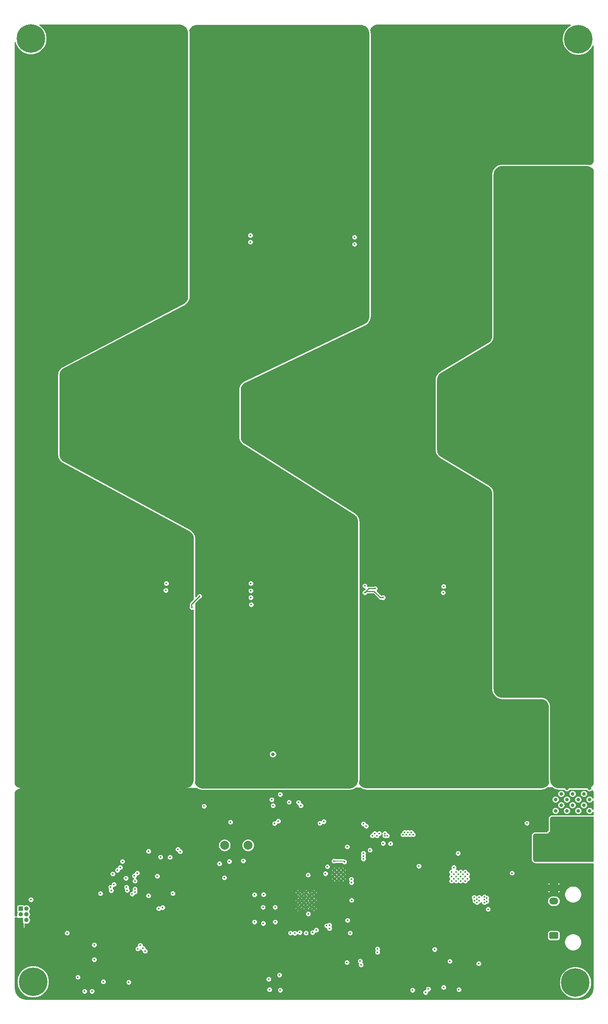
<source format=gbr>
G04 #@! TF.GenerationSoftware,KiCad,Pcbnew,(5.1.8)-1*
G04 #@! TF.CreationDate,2020-11-22T12:56:38-03:30*
G04 #@! TF.ProjectId,chum-bucket,6368756d-2d62-4756-936b-65742e6b6963,rev?*
G04 #@! TF.SameCoordinates,Original*
G04 #@! TF.FileFunction,Copper,L3,Inr*
G04 #@! TF.FilePolarity,Positive*
%FSLAX46Y46*%
G04 Gerber Fmt 4.6, Leading zero omitted, Abs format (unit mm)*
G04 Created by KiCad (PCBNEW (5.1.8)-1) date 2020-11-22 12:56:38*
%MOMM*%
%LPD*%
G01*
G04 APERTURE LIST*
G04 #@! TA.AperFunction,ComponentPad*
%ADD10C,0.500000*%
G04 #@! TD*
G04 #@! TA.AperFunction,ComponentPad*
%ADD11O,2.020000X1.500000*%
G04 #@! TD*
G04 #@! TA.AperFunction,ComponentPad*
%ADD12R,1.000000X1.000000*%
G04 #@! TD*
G04 #@! TA.AperFunction,ComponentPad*
%ADD13O,1.000000X1.000000*%
G04 #@! TD*
G04 #@! TA.AperFunction,ComponentPad*
%ADD14C,2.000000*%
G04 #@! TD*
G04 #@! TA.AperFunction,ComponentPad*
%ADD15C,2.750000*%
G04 #@! TD*
G04 #@! TA.AperFunction,ComponentPad*
%ADD16C,0.800000*%
G04 #@! TD*
G04 #@! TA.AperFunction,ComponentPad*
%ADD17C,6.400000*%
G04 #@! TD*
G04 #@! TA.AperFunction,ViaPad*
%ADD18C,0.800000*%
G04 #@! TD*
G04 #@! TA.AperFunction,ViaPad*
%ADD19C,0.450000*%
G04 #@! TD*
G04 #@! TA.AperFunction,Conductor*
%ADD20C,0.200000*%
G04 #@! TD*
G04 #@! TA.AperFunction,Conductor*
%ADD21C,0.250000*%
G04 #@! TD*
G04 #@! TA.AperFunction,Conductor*
%ADD22C,0.254000*%
G04 #@! TD*
G04 #@! TA.AperFunction,Conductor*
%ADD23C,0.100000*%
G04 #@! TD*
G04 APERTURE END LIST*
D10*
X143600000Y-229400000D03*
X143600000Y-227400000D03*
X145400000Y-227400000D03*
X145400000Y-229400000D03*
X146400000Y-228400000D03*
X142800000Y-228400000D03*
X144600000Y-226600000D03*
X142800000Y-226600000D03*
X146400000Y-226600000D03*
X146400000Y-230200000D03*
X144600000Y-230200000D03*
X142800000Y-230200000D03*
X144600000Y-228400000D03*
G04 #@! TA.AperFunction,ComponentPad*
G36*
G01*
X199493600Y-224802000D02*
X201013600Y-224802000D01*
G75*
G02*
X201263600Y-225052000I0J-250000D01*
G01*
X201263600Y-226052000D01*
G75*
G02*
X201013600Y-226302000I-250000J0D01*
G01*
X199493600Y-226302000D01*
G75*
G02*
X199243600Y-226052000I0J250000D01*
G01*
X199243600Y-225052000D01*
G75*
G02*
X199493600Y-224802000I250000J0D01*
G01*
G37*
G04 #@! TD.AperFunction*
D11*
X200253600Y-228552000D03*
G04 #@! TA.AperFunction,ComponentPad*
G36*
G01*
X199493600Y-235520800D02*
X201013600Y-235520800D01*
G75*
G02*
X201263600Y-235770800I0J-250000D01*
G01*
X201263600Y-236770800D01*
G75*
G02*
X201013600Y-237020800I-250000J0D01*
G01*
X199493600Y-237020800D01*
G75*
G02*
X199243600Y-236770800I0J250000D01*
G01*
X199243600Y-235770800D01*
G75*
G02*
X199493600Y-235520800I250000J0D01*
G01*
G37*
G04 #@! TD.AperFunction*
X200253600Y-239270800D03*
D12*
X80500000Y-230250000D03*
D13*
X81770000Y-230250000D03*
X80500000Y-231520000D03*
X81770000Y-231520000D03*
X80500000Y-232790000D03*
X81770000Y-232790000D03*
D14*
X131572000Y-216027000D03*
X126301500Y-216027000D03*
D10*
X152925000Y-223525000D03*
X152925000Y-222550000D03*
X152925000Y-221575000D03*
X151950000Y-223525000D03*
X151950000Y-222550000D03*
X151950000Y-221575000D03*
X150975000Y-223525000D03*
X150975000Y-222550000D03*
X150975000Y-221575000D03*
D15*
X206900000Y-218100000D03*
X201900000Y-218100000D03*
X206900000Y-211090000D03*
X201900000Y-211090000D03*
X81360000Y-209296000D03*
X86360000Y-209296000D03*
X81360000Y-216306000D03*
X86360000Y-216306000D03*
D16*
X84475656Y-33227944D03*
X82778600Y-32525000D03*
X81081544Y-33227944D03*
X80378600Y-34925000D03*
X81081544Y-36622056D03*
X82778600Y-37325000D03*
X84475656Y-36622056D03*
X85178600Y-34925000D03*
D17*
X82778600Y-34925000D03*
X83286600Y-246634000D03*
D16*
X85686600Y-246634000D03*
X84983656Y-248331056D03*
X83286600Y-249034000D03*
X81589544Y-248331056D03*
X80886600Y-246634000D03*
X81589544Y-244936944D03*
X83286600Y-244234000D03*
X84983656Y-244936944D03*
D17*
X205105000Y-246837200D03*
D16*
X207505000Y-246837200D03*
X206802056Y-248534256D03*
X205105000Y-249237200D03*
X203407944Y-248534256D03*
X202705000Y-246837200D03*
X203407944Y-245140144D03*
X205105000Y-244437200D03*
X206802056Y-245140144D03*
D17*
X205740000Y-35052000D03*
D16*
X208140000Y-35052000D03*
X207437056Y-36749056D03*
X205740000Y-37452000D03*
X204042944Y-36749056D03*
X203340000Y-35052000D03*
X204042944Y-33354944D03*
X205740000Y-32652000D03*
X207437056Y-33354944D03*
D18*
X137160000Y-195580000D03*
X88900000Y-33020000D03*
X101600000Y-52070000D03*
X111760000Y-52070000D03*
X88900000Y-49530000D03*
X104140000Y-54610000D03*
X83820000Y-49530000D03*
X93980000Y-49530000D03*
X86360000Y-52070000D03*
X109220000Y-54610000D03*
X88900000Y-54610000D03*
X99060000Y-49530000D03*
X96520000Y-52070000D03*
X106680000Y-52070000D03*
X83820000Y-54610000D03*
X104140000Y-49530000D03*
X91440000Y-52070000D03*
X99060000Y-54610000D03*
X93980000Y-54610000D03*
X114300000Y-49530000D03*
X114300000Y-54610000D03*
X116840000Y-52070000D03*
X109220000Y-49530000D03*
X81280000Y-52070000D03*
X106680000Y-46990000D03*
X116840000Y-46990000D03*
X96520000Y-46990000D03*
X81280000Y-46990000D03*
X101600000Y-46990000D03*
X86360000Y-46990000D03*
D19*
X103568500Y-231711500D03*
X161036000Y-223012000D03*
X162052000Y-223012000D03*
X163068000Y-223012000D03*
X163068000Y-221996000D03*
X162560000Y-222504000D03*
X162052000Y-221996000D03*
X161544000Y-222504000D03*
X161036000Y-221996000D03*
X165100000Y-233680000D03*
X165735000Y-234315000D03*
X166370000Y-233680000D03*
X167005000Y-234315000D03*
X167640000Y-233680000D03*
X168275000Y-234315000D03*
X168910000Y-233680000D03*
X169545000Y-234315000D03*
X170180000Y-233680000D03*
X170815000Y-234315000D03*
X171450000Y-233680000D03*
X172085000Y-234315000D03*
X172720000Y-233680000D03*
X173355000Y-234315000D03*
X173990000Y-233680000D03*
X174625000Y-234315000D03*
X175260000Y-233680000D03*
X175895000Y-234315000D03*
X176530000Y-233680000D03*
X177165000Y-234315000D03*
X177800000Y-233680000D03*
X178435000Y-234315000D03*
X179070000Y-233680000D03*
X179705000Y-234315000D03*
X180340000Y-233680000D03*
X180975000Y-234315000D03*
X181610000Y-233680000D03*
X188468000Y-214884000D03*
X160401000Y-226187000D03*
X146939000Y-231394000D03*
X152273000Y-215011000D03*
X145697609Y-222546006D03*
X153543000Y-227711000D03*
X132207000Y-157226000D03*
X118935500Y-159385000D03*
X139700000Y-239500000D03*
X142900000Y-239500000D03*
X146100000Y-239500000D03*
X152600000Y-239500000D03*
X154597689Y-231863311D03*
X101906327Y-231253501D03*
X100203000Y-231140000D03*
X100838000Y-229489000D03*
X117602000Y-221615000D03*
X106172000Y-227457000D03*
X99060000Y-245110000D03*
X102997000Y-249301000D03*
X104775000Y-245491000D03*
X89916000Y-249682000D03*
X192278000Y-212979000D03*
X193675000Y-219456000D03*
X198755000Y-220218000D03*
X193929000Y-220599000D03*
X193421000Y-223393000D03*
X188468000Y-218440000D03*
X188976000Y-218440000D03*
X188976000Y-217932000D03*
X188468000Y-218948000D03*
X188976000Y-218948000D03*
X188976000Y-219456000D03*
X188468000Y-219456000D03*
X188468000Y-213360000D03*
X188976000Y-213360000D03*
X188976000Y-212852000D03*
X188468000Y-212852000D03*
X188468000Y-212344000D03*
X188976000Y-212344000D03*
X188976000Y-211836000D03*
X188468000Y-211836000D03*
X196000000Y-231400000D03*
X197800000Y-232600000D03*
X196200000Y-241200000D03*
X191200000Y-241400000D03*
X192600000Y-241400000D03*
X156900000Y-216000000D03*
X148934990Y-239400000D03*
X96969361Y-249843150D03*
X182245000Y-248285000D03*
X198120000Y-249682000D03*
X111125000Y-230769792D03*
X109679628Y-226870372D03*
X161417000Y-248412000D03*
X164973000Y-248285000D03*
X170561000Y-242189000D03*
X145796000Y-219837000D03*
X146304000Y-215265000D03*
X159512000Y-204978000D03*
X158432500Y-211137500D03*
X133985000Y-216217500D03*
X134556500Y-215582500D03*
X134620000Y-213931500D03*
X104521000Y-236664500D03*
X105029000Y-237426500D03*
X108775500Y-236855000D03*
X110680500Y-238252000D03*
X112522000Y-236664500D03*
X114617500Y-238252000D03*
X153543000Y-234696000D03*
X152844500Y-231394000D03*
X138257978Y-223427310D03*
X131762500Y-219900500D03*
X138049000Y-231902000D03*
X126619000Y-220599000D03*
X124333000Y-217551000D03*
X124333000Y-234886500D03*
X127063500Y-231902000D03*
X125158500Y-229870000D03*
X125476000Y-227076000D03*
X123444000Y-224282000D03*
X80518000Y-219202000D03*
X158242000Y-215900000D03*
X187452000Y-243332000D03*
D18*
X81280000Y-193040000D03*
X86360000Y-193040000D03*
X91440000Y-193040000D03*
X96520000Y-193040000D03*
X101600000Y-193040000D03*
X106680000Y-193040000D03*
X111760000Y-193040000D03*
X116840000Y-193040000D03*
X114300000Y-190500000D03*
X109220000Y-190500000D03*
X104140000Y-190500000D03*
X99060000Y-190500000D03*
X93980000Y-190500000D03*
X83820000Y-190500000D03*
X81280000Y-187960000D03*
X86360000Y-187960000D03*
X91440000Y-187960000D03*
X96520000Y-187960000D03*
X101600000Y-187960000D03*
X106680000Y-187960000D03*
X111760000Y-187960000D03*
X116840000Y-187960000D03*
X114300000Y-185420000D03*
X109220000Y-185420000D03*
X104140000Y-185420000D03*
X99060000Y-185420000D03*
X93980000Y-185420000D03*
X88900000Y-185420000D03*
X83820000Y-185420000D03*
X81280000Y-182880000D03*
X86360000Y-182880000D03*
X91440000Y-182880000D03*
X96520000Y-182880000D03*
X101600000Y-182880000D03*
X106680000Y-182880000D03*
X111760000Y-182880000D03*
X116840000Y-182880000D03*
X114300000Y-180340000D03*
X109220000Y-180340000D03*
X104140000Y-180340000D03*
X99060000Y-180340000D03*
X93980000Y-180340000D03*
X88900000Y-180340000D03*
X83820000Y-180340000D03*
X81280000Y-177800000D03*
X86360000Y-177800000D03*
X91440000Y-177800000D03*
X96520000Y-177800000D03*
X101600000Y-177800000D03*
X106680000Y-177800000D03*
X111760000Y-177800000D03*
X116840000Y-177800000D03*
X114300000Y-175260000D03*
X109220000Y-175260000D03*
X104140000Y-175260000D03*
X99060000Y-175260000D03*
X93980000Y-175260000D03*
X88900000Y-175260000D03*
X83820000Y-175260000D03*
X81280000Y-172720000D03*
X86360000Y-172720000D03*
X91440000Y-172720000D03*
X96520000Y-172720000D03*
X101600000Y-172720000D03*
X106680000Y-172720000D03*
X111760000Y-172720000D03*
X116840000Y-172720000D03*
X114300000Y-170180000D03*
X109220000Y-170180000D03*
X104140000Y-170180000D03*
X99060000Y-170180000D03*
X93980000Y-170180000D03*
X88900000Y-170180000D03*
X83820000Y-170180000D03*
X81280000Y-167640000D03*
X86360000Y-167640000D03*
X91440000Y-167640000D03*
X96520000Y-167640000D03*
X101600000Y-167640000D03*
X106680000Y-167640000D03*
X111760000Y-167640000D03*
X116840000Y-167640000D03*
X114300000Y-165100000D03*
X109220000Y-165100000D03*
X104140000Y-165100000D03*
X99060000Y-165100000D03*
X93980000Y-165100000D03*
X88900000Y-165100000D03*
X83820000Y-165100000D03*
X81280000Y-162560000D03*
X86360000Y-162560000D03*
X91440000Y-162560000D03*
X96520000Y-162560000D03*
X101600000Y-162560000D03*
X106680000Y-162560000D03*
X111760000Y-162560000D03*
X116840000Y-162560000D03*
X83820000Y-160020000D03*
X88900000Y-160020000D03*
X93980000Y-160020000D03*
X99060000Y-160020000D03*
X104140000Y-160020000D03*
X109220000Y-160020000D03*
X106680000Y-157480000D03*
X101600000Y-157480000D03*
X96520000Y-157480000D03*
X91440000Y-157480000D03*
X86360000Y-157480000D03*
X81280000Y-157480000D03*
X83820000Y-154940000D03*
X88900000Y-154940000D03*
X93980000Y-154940000D03*
X99060000Y-154940000D03*
X104140000Y-154940000D03*
X109220000Y-154940000D03*
X114300000Y-154940000D03*
X116840000Y-152400000D03*
X111760000Y-152400000D03*
X106680000Y-152400000D03*
X101600000Y-152400000D03*
X96520000Y-152400000D03*
X91440000Y-152400000D03*
X86360000Y-152400000D03*
X81280000Y-152400000D03*
X83820000Y-149860000D03*
X88900000Y-149860000D03*
X93980000Y-149860000D03*
X99060000Y-149860000D03*
X104140000Y-149860000D03*
X109220000Y-149860000D03*
X114300000Y-149860000D03*
X116840000Y-147320000D03*
X111760000Y-147320000D03*
X106680000Y-147320000D03*
X101600000Y-147320000D03*
X96520000Y-147320000D03*
X91440000Y-147320000D03*
X86360000Y-147320000D03*
X81280000Y-147320000D03*
X83820000Y-144780000D03*
X88900000Y-144780000D03*
X93980000Y-144780000D03*
X99060000Y-144780000D03*
X104140000Y-144780000D03*
X109220000Y-144780000D03*
X111760000Y-144780000D03*
X81280000Y-142240000D03*
X86360000Y-142240000D03*
X91440000Y-142240000D03*
X96520000Y-142240000D03*
X101600000Y-142240000D03*
X106680000Y-142240000D03*
X109220000Y-142240000D03*
X83820000Y-139700000D03*
X88900000Y-139700000D03*
X93980000Y-139700000D03*
X99060000Y-139700000D03*
X104140000Y-139700000D03*
X81280000Y-137160000D03*
X86360000Y-137160000D03*
X91440000Y-137160000D03*
X96520000Y-137160000D03*
X99060000Y-137160000D03*
X101600000Y-139700000D03*
X114300000Y-147320000D03*
X83820000Y-134620000D03*
X88900000Y-134620000D03*
X93980000Y-134620000D03*
X93980000Y-137160000D03*
X81280000Y-132080000D03*
X86360000Y-132080000D03*
X88900000Y-132080000D03*
X91440000Y-134620000D03*
X83820000Y-129540000D03*
X81280000Y-127000000D03*
X86360000Y-127000000D03*
X83820000Y-124460000D03*
X81280000Y-121920000D03*
X83820000Y-119380000D03*
X81280000Y-116840000D03*
X83820000Y-114300000D03*
X81280000Y-111760000D03*
X86360000Y-111760000D03*
X83820000Y-109220000D03*
X81280000Y-106680000D03*
X86360000Y-106680000D03*
X88900000Y-106680000D03*
X83820000Y-104140000D03*
X88900000Y-104140000D03*
X93980000Y-104140000D03*
X81280000Y-101600000D03*
X86360000Y-101600000D03*
X91440000Y-101600000D03*
X96520000Y-101600000D03*
X83820000Y-99060000D03*
X88900000Y-99060000D03*
X93980000Y-99060000D03*
X99060000Y-99060000D03*
X104140000Y-99060000D03*
X81280000Y-96520000D03*
X86360000Y-96520000D03*
X91440000Y-96520000D03*
X96520000Y-96520000D03*
X101600000Y-96520000D03*
X106680000Y-96520000D03*
X83820000Y-93980000D03*
X88900000Y-93980000D03*
X93980000Y-93980000D03*
X99060000Y-93980000D03*
X104140000Y-93980000D03*
X109220000Y-93980000D03*
X114300000Y-93980000D03*
X109220000Y-96520000D03*
X99060000Y-101600000D03*
X81280000Y-91440000D03*
X86360000Y-91440000D03*
X91440000Y-91440000D03*
X96520000Y-91440000D03*
X101600000Y-91440000D03*
X106680000Y-91440000D03*
X111760000Y-91440000D03*
X116840000Y-91440000D03*
X114300000Y-88900000D03*
X109220000Y-88900000D03*
X104140000Y-88900000D03*
X99060000Y-88900000D03*
X93980000Y-88900000D03*
X88900000Y-88900000D03*
X83820000Y-88900000D03*
X81280000Y-86360000D03*
X86360000Y-86360000D03*
X91440000Y-86360000D03*
X96520000Y-86360000D03*
X101600000Y-86360000D03*
X106680000Y-86360000D03*
X111760000Y-86360000D03*
X116840000Y-86360000D03*
X114300000Y-83820000D03*
X109220000Y-83820000D03*
X104140000Y-83820000D03*
X99060000Y-83820000D03*
X93980000Y-83820000D03*
X88900000Y-83820000D03*
X83820000Y-83820000D03*
X81280000Y-81280000D03*
X86360000Y-81280000D03*
X91440000Y-81280000D03*
X96520000Y-81280000D03*
X101600000Y-81280000D03*
X106680000Y-81280000D03*
X111760000Y-81280000D03*
X116840000Y-81280000D03*
X83820000Y-78740000D03*
X88900000Y-78740000D03*
X93980000Y-78740000D03*
X99060000Y-78740000D03*
X104140000Y-78740000D03*
X109220000Y-78740000D03*
X114300000Y-78740000D03*
X81280000Y-76200000D03*
X86360000Y-76200000D03*
X91440000Y-76200000D03*
X96520000Y-76200000D03*
X101600000Y-76200000D03*
X106680000Y-76200000D03*
X111760000Y-76200000D03*
X116840000Y-76200000D03*
X114300000Y-73660000D03*
X109220000Y-73660000D03*
X104140000Y-73660000D03*
X99060000Y-73660000D03*
X93980000Y-73660000D03*
X88900000Y-73660000D03*
X83820000Y-73660000D03*
X81280000Y-71120000D03*
X86360000Y-71120000D03*
X91440000Y-71120000D03*
X96520000Y-71120000D03*
X101600000Y-71120000D03*
X106680000Y-71120000D03*
X111760000Y-71120000D03*
X116840000Y-71120000D03*
X114300000Y-68580000D03*
X109220000Y-68580000D03*
X104140000Y-68580000D03*
X99060000Y-68580000D03*
X93980000Y-68580000D03*
X88900000Y-68580000D03*
X83820000Y-68580000D03*
X81280000Y-66040000D03*
X86360000Y-66040000D03*
X91440000Y-66040000D03*
X96520000Y-66040000D03*
X101600000Y-66040000D03*
X106680000Y-66040000D03*
X111760000Y-66040000D03*
X116840000Y-66040000D03*
X83820000Y-63500000D03*
X88900000Y-63500000D03*
X93980000Y-63500000D03*
X99060000Y-63500000D03*
X104140000Y-63500000D03*
X109220000Y-63500000D03*
X114300000Y-63500000D03*
X81280000Y-60960000D03*
X86360000Y-60960000D03*
X91440000Y-60960000D03*
X96520000Y-60960000D03*
X101600000Y-60960000D03*
X106680000Y-60960000D03*
X111760000Y-60960000D03*
X116840000Y-60960000D03*
X83820000Y-58420000D03*
X88900000Y-58420000D03*
X93980000Y-58420000D03*
X99060000Y-58420000D03*
X104140000Y-58420000D03*
X109220000Y-58420000D03*
X114300000Y-58420000D03*
X81280000Y-55880000D03*
X86360000Y-55880000D03*
X91440000Y-55880000D03*
X96520000Y-55880000D03*
X101600000Y-55880000D03*
X106680000Y-55880000D03*
X111760000Y-55880000D03*
X116840000Y-55880000D03*
X83820000Y-45720000D03*
X88900000Y-45720000D03*
X93980000Y-45720000D03*
X99060000Y-45720000D03*
X104140000Y-45720000D03*
X109220000Y-45720000D03*
X114300000Y-45720000D03*
X106680000Y-43180000D03*
X104140000Y-43180000D03*
X101600000Y-43180000D03*
X99060000Y-43180000D03*
X96520000Y-43180000D03*
X96520000Y-40640000D03*
X99060000Y-40640000D03*
X101600000Y-40640000D03*
X104140000Y-40640000D03*
X106680000Y-40640000D03*
X106680000Y-38100000D03*
X101600000Y-38100000D03*
X104140000Y-38100000D03*
X99060000Y-38100000D03*
X96520000Y-38100000D03*
X96520000Y-35560000D03*
X99060000Y-35560000D03*
X101600000Y-35560000D03*
X104140000Y-35560000D03*
X106680000Y-35560000D03*
X116840000Y-43180000D03*
X116840000Y-40640000D03*
X116840000Y-38100000D03*
X116840000Y-35560000D03*
X83820000Y-43180000D03*
X81280000Y-43180000D03*
X81280000Y-40640000D03*
X83820000Y-40640000D03*
X91440000Y-33020000D03*
X93980000Y-33020000D03*
X96520000Y-33020000D03*
X99060000Y-33020000D03*
X101600000Y-33020000D03*
X104140000Y-33020000D03*
X106680000Y-33020000D03*
X109220000Y-33020000D03*
X111760000Y-33020000D03*
X114300000Y-33020000D03*
X116840000Y-33020000D03*
X111760000Y-45720000D03*
X106680000Y-45720000D03*
X116840000Y-45720000D03*
X101600000Y-45720000D03*
X96520000Y-45720000D03*
X91440000Y-45720000D03*
X86360000Y-45720000D03*
X81280000Y-45720000D03*
X83820000Y-193040000D03*
X88900000Y-193040000D03*
X93980000Y-193040000D03*
X99060000Y-193040000D03*
X104140000Y-193040000D03*
X109220000Y-193040000D03*
X114300000Y-193040000D03*
X116840000Y-195580000D03*
X116840000Y-198120000D03*
X116840000Y-200660000D03*
X116840000Y-203200000D03*
X106680000Y-195580000D03*
X104140000Y-195580000D03*
X101600000Y-195580000D03*
X99060000Y-195580000D03*
X96520000Y-195580000D03*
X96520000Y-198120000D03*
X99060000Y-198120000D03*
X101600000Y-198120000D03*
X104140000Y-198120000D03*
X106680000Y-198120000D03*
X106680000Y-200660000D03*
X104140000Y-200660000D03*
X101600000Y-200660000D03*
X99060000Y-200660000D03*
X96520000Y-200660000D03*
X96520000Y-203200000D03*
X99060000Y-203200000D03*
X101600000Y-203200000D03*
X104140000Y-203200000D03*
X106680000Y-203200000D03*
X83820000Y-200660000D03*
X83820000Y-203200000D03*
X83820000Y-198120000D03*
X83820000Y-195580000D03*
X81280000Y-195580000D03*
X81280000Y-200660000D03*
X81280000Y-198120000D03*
X81280000Y-203200000D03*
X81280000Y-205740000D03*
X83820000Y-205740000D03*
X86360000Y-205740000D03*
X88900000Y-205740000D03*
X91440000Y-205740000D03*
X93980000Y-205740000D03*
X96520000Y-205740000D03*
X99060000Y-205740000D03*
X101600000Y-205740000D03*
X104140000Y-205740000D03*
X106680000Y-205740000D03*
X111760000Y-205740000D03*
X114300000Y-205740000D03*
X116840000Y-205740000D03*
X109220000Y-205740000D03*
X83820000Y-210820000D03*
X85090000Y-212090000D03*
X82550000Y-212090000D03*
X83820000Y-213360000D03*
X86360000Y-213360000D03*
X81280000Y-213360000D03*
X80010000Y-212090000D03*
X85090000Y-214630000D03*
X82550000Y-214630000D03*
X83820000Y-215900000D03*
X87630000Y-214630000D03*
X83820000Y-208280000D03*
X90170000Y-208280000D03*
X92710000Y-208280000D03*
X95250000Y-208280000D03*
X97790000Y-208280000D03*
X100330000Y-208280000D03*
X102870000Y-208280000D03*
X105410000Y-208280000D03*
X107950000Y-208280000D03*
X110490000Y-208280000D03*
X113030000Y-208280000D03*
X115570000Y-208280000D03*
X118110000Y-208280000D03*
X116840000Y-210820000D03*
X114300000Y-210820000D03*
X111760000Y-210820000D03*
X109220000Y-210820000D03*
X106680000Y-210820000D03*
X104140000Y-210820000D03*
X101600000Y-210820000D03*
X99060000Y-210820000D03*
X96520000Y-210820000D03*
X93980000Y-210820000D03*
X91440000Y-210820000D03*
X92710000Y-213360000D03*
X95250000Y-213360000D03*
X97790000Y-213360000D03*
X100330000Y-213360000D03*
X102870000Y-213360000D03*
X105410000Y-213360000D03*
X107950000Y-213360000D03*
X110490000Y-213360000D03*
X88900000Y-210820000D03*
X90170000Y-213360000D03*
D19*
X158538394Y-217591618D03*
D18*
X88900000Y-190500000D03*
X90424000Y-242951000D03*
D19*
X96393000Y-240538000D03*
X155171957Y-225529479D03*
X169021021Y-219970177D03*
X135589510Y-239100000D03*
X146240500Y-241173000D03*
X144843500Y-240601500D03*
X141668500Y-240538000D03*
X138493500Y-240601500D03*
X151892000Y-240601500D03*
X152972915Y-241634384D03*
D18*
X111760000Y-243840000D03*
X116840000Y-246380000D03*
X129540000Y-246380000D03*
X121920000Y-247650000D03*
X123190000Y-243840000D03*
X111760000Y-247650000D03*
X91440000Y-215900000D03*
X93980000Y-215900000D03*
X96520000Y-215900000D03*
X101600000Y-215900000D03*
X104140000Y-215900000D03*
X106680000Y-215900000D03*
X90170000Y-218440000D03*
X92710000Y-218440000D03*
X95250000Y-218440000D03*
X97790000Y-218440000D03*
X88900000Y-220980000D03*
X91440000Y-220980000D03*
X93980000Y-220980000D03*
X96520000Y-220980000D03*
X86360000Y-220980000D03*
X83820000Y-217805000D03*
X85090000Y-219075000D03*
X86995000Y-219075000D03*
X88900000Y-217170000D03*
X88265000Y-207645000D03*
X85090000Y-207010000D03*
X80010000Y-207010000D03*
X82550000Y-207010000D03*
X88265000Y-212725000D03*
X82550000Y-218440000D03*
X83820000Y-219710000D03*
X198120000Y-127000000D03*
X198120000Y-142240000D03*
X190500000Y-124460000D03*
X195580000Y-134620000D03*
X193040000Y-127000000D03*
X187960000Y-121920000D03*
X205740000Y-139700000D03*
X205740000Y-134620000D03*
X205740000Y-129540000D03*
X190500000Y-134620000D03*
X187960000Y-142240000D03*
X200660000Y-129540000D03*
X200660000Y-134620000D03*
X208280000Y-121920000D03*
X193040000Y-142240000D03*
X193040000Y-137160000D03*
X208280000Y-137160000D03*
X187960000Y-127000000D03*
X187960000Y-132080000D03*
X193040000Y-121920000D03*
X190500000Y-144780000D03*
X198120000Y-132080000D03*
X203200000Y-147320000D03*
X208280000Y-127000000D03*
X195580000Y-139700000D03*
X190500000Y-149860000D03*
X200660000Y-124460000D03*
X200660000Y-144780000D03*
X195580000Y-149860000D03*
X195580000Y-129540000D03*
X190500000Y-129540000D03*
X203200000Y-137160000D03*
X205740000Y-149860000D03*
X208280000Y-142240000D03*
X203200000Y-142240000D03*
X187960000Y-147320000D03*
X200660000Y-139700000D03*
X200660000Y-149860000D03*
X203200000Y-132080000D03*
X187960000Y-137160000D03*
X208280000Y-132080000D03*
X208280000Y-147320000D03*
X195580000Y-144780000D03*
X193040000Y-132080000D03*
X203200000Y-121920000D03*
X205740000Y-124460000D03*
X203200000Y-127000000D03*
X205740000Y-144780000D03*
X198120000Y-147320000D03*
X193040000Y-147320000D03*
X198120000Y-137160000D03*
X190500000Y-139700000D03*
X198120000Y-71120000D03*
X198120000Y-86360000D03*
X190500000Y-68580000D03*
X195580000Y-78740000D03*
X193040000Y-71120000D03*
X187960000Y-66040000D03*
X205740000Y-83820000D03*
X205740000Y-78740000D03*
X205740000Y-73660000D03*
X190500000Y-78740000D03*
X187960000Y-86360000D03*
X200660000Y-73660000D03*
X200660000Y-78740000D03*
X208280000Y-66040000D03*
X193040000Y-86360000D03*
X193040000Y-81280000D03*
X208280000Y-81280000D03*
X187960000Y-71120000D03*
X198120000Y-66040000D03*
X187960000Y-76200000D03*
X193040000Y-66040000D03*
X190500000Y-88900000D03*
X198120000Y-76200000D03*
X203200000Y-91440000D03*
X208280000Y-71120000D03*
X195580000Y-83820000D03*
X190500000Y-93980000D03*
X200660000Y-68580000D03*
X200660000Y-88900000D03*
X195580000Y-93980000D03*
X195580000Y-73660000D03*
X190500000Y-73660000D03*
X203200000Y-81280000D03*
X205740000Y-93980000D03*
X208280000Y-86360000D03*
X203200000Y-86360000D03*
X187960000Y-91440000D03*
X200660000Y-83820000D03*
X200660000Y-93980000D03*
X203200000Y-76200000D03*
X187960000Y-81280000D03*
X195580000Y-68580000D03*
X208280000Y-76200000D03*
X208280000Y-91440000D03*
X195580000Y-88900000D03*
X193040000Y-76200000D03*
X203200000Y-66040000D03*
X205740000Y-68580000D03*
X203200000Y-71120000D03*
X205740000Y-88900000D03*
X198120000Y-91440000D03*
X193040000Y-91440000D03*
X198120000Y-81280000D03*
X190500000Y-83820000D03*
X195580000Y-124460000D03*
X205740000Y-170180000D03*
X200660000Y-160020000D03*
X200660000Y-165100000D03*
X193040000Y-167640000D03*
X195580000Y-165100000D03*
X208280000Y-152400000D03*
X193040000Y-172720000D03*
X208280000Y-167640000D03*
X205740000Y-165100000D03*
X205740000Y-160020000D03*
X187960000Y-157480000D03*
X198120000Y-152400000D03*
X187960000Y-162560000D03*
X193040000Y-152400000D03*
X198120000Y-172720000D03*
X198120000Y-157480000D03*
X190500000Y-165100000D03*
X190500000Y-154940000D03*
X193040000Y-157480000D03*
X187960000Y-172720000D03*
X187960000Y-152400000D03*
X203200000Y-172720000D03*
X203200000Y-167640000D03*
X198120000Y-167640000D03*
X190500000Y-170180000D03*
X203200000Y-152400000D03*
X203200000Y-162560000D03*
X195580000Y-170180000D03*
X198120000Y-162560000D03*
X193040000Y-162560000D03*
X208280000Y-162560000D03*
X200660000Y-170180000D03*
X208280000Y-157480000D03*
X187960000Y-167640000D03*
X195580000Y-154940000D03*
X208280000Y-172720000D03*
X205740000Y-180340000D03*
X208280000Y-177800000D03*
X190500000Y-180340000D03*
X200660000Y-154940000D03*
X187960000Y-177800000D03*
X200660000Y-180340000D03*
X200660000Y-175260000D03*
X205740000Y-154940000D03*
X195580000Y-175260000D03*
X203200000Y-157480000D03*
X195580000Y-180340000D03*
X193040000Y-177800000D03*
X203200000Y-177800000D03*
X205740000Y-175260000D03*
X195580000Y-160020000D03*
X190500000Y-175260000D03*
X198120000Y-177800000D03*
X190500000Y-160020000D03*
D19*
X153842490Y-216362510D03*
X178740000Y-217820000D03*
D18*
X185420000Y-129540000D03*
X185420000Y-124460000D03*
X182880000Y-127000000D03*
X182880000Y-132080000D03*
X180340000Y-129540000D03*
X177800000Y-127000000D03*
X180340000Y-124460000D03*
X182880000Y-121920000D03*
X185420000Y-119380000D03*
X190500000Y-119380000D03*
X205740000Y-119380000D03*
X203200000Y-116840000D03*
X208280000Y-116840000D03*
X205740000Y-114300000D03*
X203200000Y-111760000D03*
X208280000Y-111760000D03*
X182880000Y-116840000D03*
X187960000Y-116840000D03*
X193040000Y-116840000D03*
X185420000Y-114300000D03*
X190500000Y-114300000D03*
X187960000Y-111760000D03*
X193040000Y-111760000D03*
X198120000Y-111760000D03*
X182880000Y-111760000D03*
X177800000Y-111760000D03*
X180340000Y-109220000D03*
X185420000Y-109220000D03*
X190500000Y-109220000D03*
X195580000Y-109220000D03*
X205740000Y-109220000D03*
X182880000Y-106680000D03*
X187960000Y-106680000D03*
X193040000Y-106680000D03*
X198120000Y-106680000D03*
X203200000Y-106680000D03*
X208280000Y-106680000D03*
X205740000Y-104140000D03*
X200660000Y-104140000D03*
X195580000Y-104140000D03*
X190500000Y-104140000D03*
X185420000Y-104140000D03*
X187960000Y-101600000D03*
X193040000Y-101600000D03*
X198120000Y-101600000D03*
X203200000Y-101600000D03*
X208280000Y-101600000D03*
X205740000Y-99060000D03*
X200660000Y-99060000D03*
X195580000Y-99060000D03*
X190500000Y-99060000D03*
X193040000Y-96520000D03*
X187960000Y-96520000D03*
X198120000Y-96520000D03*
X203200000Y-96520000D03*
X208280000Y-96520000D03*
X203200000Y-182880000D03*
X208280000Y-182880000D03*
X200660000Y-185420000D03*
X205740000Y-185420000D03*
X208280000Y-187960000D03*
X203200000Y-187960000D03*
X205740000Y-190500000D03*
X208280000Y-193040000D03*
X203200000Y-193040000D03*
X205740000Y-195580000D03*
X203200000Y-198120000D03*
X208280000Y-198120000D03*
X205740000Y-200660000D03*
X203200000Y-203200000D03*
X208280000Y-203200000D03*
X205740000Y-205740000D03*
X208280000Y-208280000D03*
X203200000Y-208280000D03*
X200660000Y-205740000D03*
X182880000Y-124460000D03*
X187960000Y-124460000D03*
X193040000Y-124460000D03*
X190500000Y-121920000D03*
X185420000Y-121920000D03*
X182880000Y-119380000D03*
X187960000Y-119380000D03*
X193040000Y-119380000D03*
X190500000Y-116840000D03*
X185420000Y-116840000D03*
X182880000Y-114300000D03*
X187960000Y-114300000D03*
X193040000Y-114300000D03*
X203200000Y-114300000D03*
X208280000Y-114300000D03*
X205740000Y-116840000D03*
X203200000Y-119380000D03*
X208280000Y-119380000D03*
X205740000Y-121920000D03*
X203200000Y-124460000D03*
X175260000Y-127000000D03*
X180340000Y-127000000D03*
X185420000Y-127000000D03*
X190500000Y-127000000D03*
X195580000Y-127000000D03*
X200660000Y-127000000D03*
X205740000Y-127000000D03*
X208280000Y-124460000D03*
X175260000Y-111760000D03*
X180340000Y-111760000D03*
X185420000Y-111760000D03*
X190500000Y-111760000D03*
X195580000Y-111760000D03*
X200660000Y-111760000D03*
X205740000Y-111760000D03*
X200660000Y-208280000D03*
X201930000Y-207010000D03*
X203200000Y-205740000D03*
X201930000Y-204470000D03*
X204470000Y-207010000D03*
X205740000Y-208280000D03*
X204470000Y-204470000D03*
X207010000Y-207010000D03*
X207010000Y-204470000D03*
X208280000Y-205740000D03*
X201930000Y-213360000D03*
X204470000Y-213360000D03*
X207010000Y-213360000D03*
X208280000Y-214630000D03*
X205740000Y-214630000D03*
X203200000Y-214630000D03*
X200660000Y-214630000D03*
X201930000Y-215900000D03*
X204470000Y-215900000D03*
X207010000Y-215900000D03*
X204470000Y-218440000D03*
X204470000Y-210820000D03*
X199390000Y-215900000D03*
X198120000Y-214630000D03*
X199390000Y-213360000D03*
D19*
X177292000Y-221996000D03*
X177800000Y-222504000D03*
X177292000Y-223012000D03*
X177800000Y-223520000D03*
X177292000Y-224028000D03*
X178308000Y-224028000D03*
X178308000Y-223012000D03*
X178308000Y-221996000D03*
X178816000Y-222504000D03*
X178816000Y-223520000D03*
X179324000Y-224028000D03*
X179324000Y-223012000D03*
X179324000Y-221996000D03*
X179832000Y-223520000D03*
X179832000Y-222504000D03*
X180340000Y-221996000D03*
X180340000Y-223012000D03*
X180340000Y-224028000D03*
X180848000Y-223520000D03*
X180848000Y-222504000D03*
X168656000Y-213614000D03*
X168275000Y-213106000D03*
X167894000Y-213614000D03*
X167513000Y-213106000D03*
X167132000Y-213614000D03*
X166751000Y-213106000D03*
X166370000Y-213614000D03*
D18*
X177800000Y-66040000D03*
X172720000Y-55880000D03*
X172720000Y-60960000D03*
X182880000Y-50800000D03*
X185420000Y-68580000D03*
X165100000Y-63500000D03*
X167640000Y-60960000D03*
X180340000Y-48260000D03*
X165100000Y-68580000D03*
X180340000Y-63500000D03*
X185420000Y-53340000D03*
X177800000Y-60960000D03*
X185420000Y-58420000D03*
X177800000Y-55880000D03*
X160020000Y-53340000D03*
X170180000Y-48260000D03*
X160020000Y-58420000D03*
X165100000Y-48260000D03*
X170180000Y-68580000D03*
X170180000Y-53340000D03*
X162560000Y-60960000D03*
X162560000Y-50800000D03*
X165100000Y-53340000D03*
X160020000Y-68580000D03*
X160020000Y-48260000D03*
X187960000Y-60960000D03*
X175260000Y-68580000D03*
X175260000Y-63500000D03*
X170180000Y-63500000D03*
X162560000Y-66040000D03*
X175260000Y-58420000D03*
X167640000Y-66040000D03*
X182880000Y-60960000D03*
X182880000Y-66040000D03*
X170180000Y-58420000D03*
X165100000Y-58420000D03*
X182880000Y-71120000D03*
X180340000Y-58420000D03*
X172720000Y-66040000D03*
X180340000Y-53340000D03*
X160020000Y-63500000D03*
X185420000Y-63500000D03*
X167640000Y-50800000D03*
X180340000Y-68580000D03*
X177800000Y-76200000D03*
X180340000Y-73660000D03*
X162560000Y-76200000D03*
X172720000Y-50800000D03*
X160020000Y-73660000D03*
X172720000Y-76200000D03*
X185420000Y-48260000D03*
X182880000Y-55880000D03*
X185420000Y-73660000D03*
X172720000Y-71120000D03*
X177800000Y-50800000D03*
X187960000Y-50800000D03*
X187960000Y-55880000D03*
X182880000Y-76200000D03*
X167640000Y-71120000D03*
X175260000Y-53340000D03*
X167640000Y-76200000D03*
X165100000Y-73660000D03*
X175260000Y-73660000D03*
X177800000Y-71120000D03*
X167640000Y-55880000D03*
X162560000Y-71120000D03*
X170180000Y-73660000D03*
X162560000Y-55880000D03*
X177800000Y-182880000D03*
X172720000Y-172720000D03*
X172720000Y-177800000D03*
X182880000Y-167640000D03*
X185420000Y-185420000D03*
X165100000Y-180340000D03*
X167640000Y-177800000D03*
X180340000Y-165100000D03*
X165100000Y-185420000D03*
X180340000Y-180340000D03*
X185420000Y-170180000D03*
X177800000Y-177800000D03*
X185420000Y-175260000D03*
X177800000Y-172720000D03*
X160020000Y-170180000D03*
X170180000Y-165100000D03*
X160020000Y-175260000D03*
X165100000Y-165100000D03*
X170180000Y-185420000D03*
X170180000Y-170180000D03*
X162560000Y-177800000D03*
X162560000Y-167640000D03*
X165100000Y-170180000D03*
X160020000Y-185420000D03*
X160020000Y-165100000D03*
X175260000Y-185420000D03*
X175260000Y-180340000D03*
X170180000Y-180340000D03*
X162560000Y-182880000D03*
X175260000Y-165100000D03*
X175260000Y-175260000D03*
X167640000Y-182880000D03*
X182880000Y-177800000D03*
X182880000Y-182880000D03*
X170180000Y-175260000D03*
X165100000Y-175260000D03*
X182880000Y-187960000D03*
X180340000Y-175260000D03*
X172720000Y-182880000D03*
X180340000Y-170180000D03*
X160020000Y-180340000D03*
X185420000Y-180340000D03*
X167640000Y-167640000D03*
X180340000Y-185420000D03*
X177800000Y-193040000D03*
X180340000Y-190500000D03*
X162560000Y-193040000D03*
X172720000Y-167640000D03*
X160020000Y-190500000D03*
X172720000Y-193040000D03*
X185420000Y-165100000D03*
X182880000Y-172720000D03*
X185420000Y-190500000D03*
X172720000Y-187960000D03*
X177800000Y-167640000D03*
X182880000Y-193040000D03*
X167640000Y-187960000D03*
X175260000Y-170180000D03*
X167640000Y-193040000D03*
X165100000Y-190500000D03*
X177800000Y-187960000D03*
X167640000Y-172720000D03*
X162560000Y-187960000D03*
X170180000Y-190500000D03*
X162560000Y-172720000D03*
D19*
X147701000Y-211074000D03*
D18*
X187960000Y-187960000D03*
X187960000Y-193040000D03*
X190500000Y-190500000D03*
X190500000Y-185420000D03*
X195580000Y-185420000D03*
X193040000Y-187960000D03*
X193040000Y-193040000D03*
X195580000Y-190500000D03*
X198120000Y-193040000D03*
X198120000Y-187960000D03*
X162560000Y-162560000D03*
X167640000Y-162560000D03*
X172720000Y-162560000D03*
X177800000Y-162560000D03*
X182880000Y-162560000D03*
X185420000Y-160020000D03*
X180340000Y-160020000D03*
X177800000Y-157480000D03*
X182880000Y-157480000D03*
X180340000Y-154940000D03*
X185420000Y-154940000D03*
X175260000Y-154940000D03*
X172720000Y-157480000D03*
X170180000Y-154940000D03*
X167640000Y-157480000D03*
X165100000Y-154940000D03*
X162560000Y-157480000D03*
X160020000Y-154940000D03*
X162560000Y-152400000D03*
X167640000Y-152400000D03*
X172720000Y-152400000D03*
X177800000Y-152400000D03*
X182880000Y-152400000D03*
X185420000Y-149860000D03*
X180340000Y-149860000D03*
X175260000Y-149860000D03*
X170180000Y-149860000D03*
X165100000Y-149860000D03*
X160020000Y-149860000D03*
X162560000Y-147320000D03*
X167640000Y-147320000D03*
X172720000Y-147320000D03*
X177800000Y-147320000D03*
X182880000Y-147320000D03*
X185420000Y-144780000D03*
X180340000Y-144780000D03*
X175260000Y-144780000D03*
X170180000Y-144780000D03*
X165100000Y-144780000D03*
X160020000Y-144780000D03*
X162560000Y-142240000D03*
X167640000Y-142240000D03*
X172720000Y-142240000D03*
X177800000Y-142240000D03*
X182880000Y-142240000D03*
X185420000Y-139700000D03*
X180340000Y-139700000D03*
X175260000Y-139700000D03*
X170180000Y-139700000D03*
X165100000Y-139700000D03*
X160020000Y-139700000D03*
X182880000Y-137160000D03*
X177800000Y-137160000D03*
X172720000Y-137160000D03*
X167640000Y-137160000D03*
X162560000Y-137160000D03*
X157480000Y-137160000D03*
X152400000Y-137160000D03*
X154940000Y-134620000D03*
X160020000Y-134620000D03*
X165100000Y-134620000D03*
X170180000Y-134620000D03*
X175260000Y-134620000D03*
X180340000Y-134620000D03*
X177800000Y-132080000D03*
X172720000Y-132080000D03*
X167640000Y-132080000D03*
X162560000Y-132080000D03*
X157480000Y-132080000D03*
X152400000Y-132080000D03*
X147320000Y-132080000D03*
X149860000Y-134620000D03*
X144780000Y-129540000D03*
X149860000Y-129540000D03*
X160020000Y-129540000D03*
X165100000Y-129540000D03*
X170180000Y-129540000D03*
X172720000Y-127000000D03*
X167640000Y-127000000D03*
X162560000Y-127000000D03*
X157480000Y-127000000D03*
X152400000Y-127000000D03*
X147320000Y-127000000D03*
X142240000Y-127000000D03*
X137160000Y-127000000D03*
X185420000Y-78740000D03*
X180340000Y-78740000D03*
X175260000Y-78740000D03*
X170180000Y-78740000D03*
X165100000Y-78740000D03*
X160020000Y-78740000D03*
X162560000Y-81280000D03*
X167640000Y-81280000D03*
X172720000Y-81280000D03*
X177800000Y-81280000D03*
X182880000Y-81280000D03*
X185420000Y-83820000D03*
X180340000Y-83820000D03*
X175260000Y-83820000D03*
X170180000Y-83820000D03*
X165100000Y-83820000D03*
X162560000Y-86360000D03*
X167640000Y-86360000D03*
X172720000Y-86360000D03*
X177800000Y-86360000D03*
X182880000Y-86360000D03*
X185420000Y-88900000D03*
X180340000Y-88900000D03*
X175260000Y-88900000D03*
X170180000Y-88900000D03*
X165100000Y-88900000D03*
X162560000Y-91440000D03*
X167640000Y-91440000D03*
X172720000Y-91440000D03*
X177800000Y-91440000D03*
X182880000Y-91440000D03*
X185420000Y-93980000D03*
X180340000Y-93980000D03*
X175260000Y-93980000D03*
X170180000Y-93980000D03*
X165100000Y-93980000D03*
X162560000Y-96520000D03*
X167640000Y-96520000D03*
X172720000Y-96520000D03*
X177800000Y-96520000D03*
X182880000Y-96520000D03*
X185420000Y-99060000D03*
X180340000Y-99060000D03*
X175260000Y-99060000D03*
X170180000Y-99060000D03*
X165100000Y-99060000D03*
X182880000Y-101600000D03*
X177800000Y-101600000D03*
X172720000Y-101600000D03*
X167640000Y-101600000D03*
X162560000Y-101600000D03*
X157480000Y-101600000D03*
X160020000Y-104140000D03*
X165100000Y-104140000D03*
X170180000Y-104140000D03*
X175260000Y-104140000D03*
X180340000Y-104140000D03*
X154940000Y-104140000D03*
X157480000Y-106680000D03*
X162560000Y-106680000D03*
X167640000Y-106680000D03*
X172720000Y-106680000D03*
X177800000Y-106680000D03*
X170180000Y-109220000D03*
X165100000Y-109220000D03*
X160020000Y-109220000D03*
X152400000Y-106680000D03*
X149860000Y-109220000D03*
X147320000Y-106680000D03*
X144780000Y-109220000D03*
X139700000Y-109220000D03*
X172720000Y-111760000D03*
X167640000Y-111760000D03*
X162560000Y-111760000D03*
X157480000Y-111760000D03*
X152400000Y-111760000D03*
X147320000Y-111760000D03*
X142240000Y-111760000D03*
X137160000Y-111760000D03*
X139700000Y-124460000D03*
X144780000Y-124460000D03*
X149860000Y-124460000D03*
X147320000Y-121920000D03*
X142240000Y-121920000D03*
X139700000Y-119380000D03*
X144780000Y-119380000D03*
X149860000Y-119380000D03*
X147320000Y-116840000D03*
X142240000Y-116840000D03*
X139700000Y-114300000D03*
X144780000Y-114300000D03*
X149860000Y-114300000D03*
X160020000Y-124460000D03*
X165100000Y-124460000D03*
X154940000Y-124460000D03*
X170180000Y-124460000D03*
X162560000Y-121920000D03*
X167640000Y-121920000D03*
X170180000Y-119380000D03*
X165100000Y-119380000D03*
X160020000Y-119380000D03*
X162560000Y-116840000D03*
X167640000Y-116840000D03*
X160020000Y-114300000D03*
X165100000Y-114300000D03*
X170180000Y-114300000D03*
X190500000Y-48260000D03*
X190500000Y-53340000D03*
X190500000Y-58420000D03*
X193040000Y-60960000D03*
X193040000Y-55880000D03*
X193040000Y-50800000D03*
X195580000Y-48260000D03*
X195580000Y-53340000D03*
X195580000Y-58420000D03*
X198120000Y-60960000D03*
X198120000Y-55880000D03*
X198120000Y-50800000D03*
X200660000Y-48260000D03*
X200660000Y-53340000D03*
X200660000Y-58420000D03*
X203200000Y-60960000D03*
X203200000Y-55880000D03*
X203200000Y-50800000D03*
X205740000Y-48260000D03*
X205740000Y-53340000D03*
X205740000Y-58420000D03*
X208280000Y-60960000D03*
X208280000Y-55880000D03*
X208280000Y-50800000D03*
X139700000Y-121920000D03*
X144780000Y-121920000D03*
X142240000Y-124460000D03*
X147320000Y-124460000D03*
X147320000Y-119380000D03*
X149860000Y-121920000D03*
X142240000Y-119380000D03*
X139700000Y-116840000D03*
X144780000Y-116840000D03*
X149860000Y-116840000D03*
X147320000Y-114300000D03*
X142240000Y-114300000D03*
X139700000Y-111760000D03*
X134620000Y-111760000D03*
X144780000Y-111760000D03*
X149860000Y-111760000D03*
X154940000Y-111760000D03*
X160020000Y-111760000D03*
X165100000Y-111760000D03*
X170180000Y-111760000D03*
X170180000Y-116840000D03*
X167640000Y-114300000D03*
X165100000Y-116840000D03*
X162560000Y-114300000D03*
X162560000Y-119380000D03*
X160020000Y-116840000D03*
X167640000Y-119380000D03*
X165100000Y-121920000D03*
X160020000Y-121920000D03*
X162560000Y-124460000D03*
X167640000Y-124460000D03*
X170180000Y-121920000D03*
X152400000Y-124460000D03*
X157480000Y-124460000D03*
X137160000Y-124460000D03*
X134620000Y-124460000D03*
X132080000Y-124460000D03*
X160020000Y-193040000D03*
X165100000Y-193040000D03*
X170180000Y-193040000D03*
X175260000Y-193040000D03*
X180340000Y-193040000D03*
X185420000Y-193040000D03*
X190500000Y-193040000D03*
X193040000Y-193040000D03*
X195580000Y-193040000D03*
X193040000Y-195580000D03*
X190500000Y-195580000D03*
X187960000Y-195580000D03*
X185420000Y-195580000D03*
X182880000Y-195580000D03*
X182880000Y-198120000D03*
X185420000Y-198120000D03*
X187960000Y-198120000D03*
X190500000Y-198120000D03*
X193040000Y-198120000D03*
X193040000Y-200660000D03*
X190500000Y-200660000D03*
X185420000Y-200660000D03*
X187960000Y-200660000D03*
X182880000Y-200660000D03*
X170180000Y-195580000D03*
X167640000Y-195580000D03*
X165100000Y-195580000D03*
X162560000Y-195580000D03*
X160020000Y-195580000D03*
X160020000Y-198120000D03*
X162560000Y-198120000D03*
X165100000Y-198120000D03*
X167640000Y-198120000D03*
X170180000Y-198120000D03*
X170180000Y-200660000D03*
X167640000Y-200660000D03*
X165100000Y-200660000D03*
X162560000Y-200660000D03*
X160020000Y-200660000D03*
X162560000Y-45720000D03*
X167640000Y-45720000D03*
X172720000Y-45720000D03*
X177800000Y-45720000D03*
X182880000Y-45720000D03*
X187960000Y-45720000D03*
X193040000Y-45720000D03*
X198120000Y-45720000D03*
X203200000Y-45720000D03*
X208280000Y-45720000D03*
X208280000Y-43180000D03*
X203200000Y-43180000D03*
X205740000Y-43180000D03*
X193040000Y-43180000D03*
X190500000Y-43180000D03*
X187960000Y-43180000D03*
X185420000Y-43180000D03*
X182880000Y-43180000D03*
X182880000Y-43180000D03*
X170180000Y-43180000D03*
X167640000Y-43180000D03*
X165100000Y-43180000D03*
X162560000Y-43180000D03*
X160020000Y-43180000D03*
X160020000Y-43180000D03*
X160020000Y-40640000D03*
X162560000Y-40640000D03*
X165100000Y-40640000D03*
X167640000Y-40640000D03*
X170180000Y-40640000D03*
X160020000Y-45720000D03*
X165100000Y-45720000D03*
X170180000Y-45720000D03*
X175260000Y-45720000D03*
X180340000Y-45720000D03*
X185420000Y-45720000D03*
X190500000Y-45720000D03*
X195580000Y-45720000D03*
X200660000Y-45720000D03*
X205740000Y-45720000D03*
X182880000Y-40640000D03*
X185420000Y-40640000D03*
X187960000Y-40640000D03*
X190500000Y-40640000D03*
X193040000Y-40640000D03*
X203200000Y-40640000D03*
X205740000Y-40640000D03*
X208280000Y-40640000D03*
X208280000Y-38100000D03*
X203200000Y-38100000D03*
X193040000Y-38100000D03*
X190500000Y-38100000D03*
X187960000Y-38100000D03*
X185420000Y-38100000D03*
X182880000Y-38100000D03*
X170180000Y-38100000D03*
X167640000Y-38100000D03*
X165100000Y-38100000D03*
X162560000Y-38100000D03*
X160020000Y-38100000D03*
X160020000Y-35560000D03*
X162560000Y-35560000D03*
X165100000Y-35560000D03*
X167640000Y-35560000D03*
X170180000Y-35560000D03*
X182880000Y-35560000D03*
X185420000Y-35560000D03*
X187960000Y-35560000D03*
X190500000Y-35560000D03*
X193040000Y-35560000D03*
X193040000Y-33020000D03*
X190500000Y-33020000D03*
X187960000Y-33020000D03*
X185420000Y-33020000D03*
X182880000Y-33020000D03*
X170180000Y-33020000D03*
X167640000Y-33020000D03*
X165100000Y-33020000D03*
X162560000Y-33020000D03*
X160020000Y-33020000D03*
X139700000Y-185420000D03*
X144780000Y-185420000D03*
X129540000Y-185420000D03*
X129540000Y-165100000D03*
X134620000Y-185420000D03*
X127000000Y-167640000D03*
X137160000Y-172720000D03*
X134620000Y-170180000D03*
X144780000Y-165100000D03*
X152400000Y-187960000D03*
X149860000Y-185420000D03*
X124460000Y-185420000D03*
X147320000Y-187960000D03*
X129540000Y-180340000D03*
X137160000Y-182880000D03*
X137160000Y-177800000D03*
X147320000Y-167640000D03*
X129540000Y-175260000D03*
X139700000Y-180340000D03*
X127000000Y-177800000D03*
X132080000Y-177800000D03*
X124460000Y-180340000D03*
X144780000Y-180340000D03*
X134620000Y-180340000D03*
X132080000Y-182880000D03*
X121920000Y-182880000D03*
X121920000Y-177800000D03*
X127000000Y-182880000D03*
X149860000Y-170180000D03*
X139700000Y-175260000D03*
X142240000Y-177800000D03*
X147320000Y-177800000D03*
X142240000Y-182880000D03*
X149860000Y-180340000D03*
X129540000Y-170180000D03*
X149860000Y-175260000D03*
X124460000Y-165100000D03*
X142240000Y-172720000D03*
X152400000Y-182880000D03*
X132080000Y-167640000D03*
X147320000Y-182880000D03*
X139700000Y-165100000D03*
X144780000Y-175260000D03*
X134620000Y-175260000D03*
X152400000Y-177800000D03*
X121920000Y-172720000D03*
X144780000Y-170180000D03*
X124460000Y-170180000D03*
X134620000Y-165100000D03*
X124460000Y-175260000D03*
X127000000Y-172720000D03*
X137160000Y-167640000D03*
X152400000Y-167640000D03*
X149860000Y-165100000D03*
X147320000Y-172720000D03*
X139700000Y-170180000D03*
X121920000Y-167640000D03*
X132080000Y-172720000D03*
X152400000Y-172720000D03*
X142240000Y-167640000D03*
X152400000Y-193040000D03*
X142240000Y-187960000D03*
X139700000Y-190500000D03*
X124460000Y-190500000D03*
X121920000Y-193040000D03*
X137160000Y-193040000D03*
X144780000Y-190500000D03*
X127000000Y-193040000D03*
X147320000Y-193040000D03*
X129540000Y-190500000D03*
X132080000Y-193040000D03*
X132080000Y-187960000D03*
X142240000Y-193040000D03*
X137160000Y-187960000D03*
X121920000Y-187960000D03*
X149860000Y-190500000D03*
X127000000Y-187960000D03*
X154940000Y-58420000D03*
X137160000Y-71120000D03*
X142240000Y-71120000D03*
X127000000Y-71120000D03*
X127000000Y-50800000D03*
X132080000Y-71120000D03*
X154940000Y-53340000D03*
X124460000Y-53340000D03*
X134620000Y-58420000D03*
X132080000Y-55880000D03*
X142240000Y-50800000D03*
X149860000Y-73660000D03*
X154940000Y-73660000D03*
X152400000Y-71120000D03*
X147320000Y-71120000D03*
X121920000Y-71120000D03*
X144780000Y-73660000D03*
X152400000Y-55880000D03*
X127000000Y-66040000D03*
X154940000Y-68580000D03*
X134620000Y-68580000D03*
X134620000Y-63500000D03*
X144780000Y-53340000D03*
X127000000Y-60960000D03*
X137160000Y-66040000D03*
X124460000Y-63500000D03*
X129540000Y-63500000D03*
X121920000Y-66040000D03*
X142240000Y-66040000D03*
X132080000Y-66040000D03*
X152400000Y-66040000D03*
X129540000Y-68580000D03*
X154940000Y-63500000D03*
X124460000Y-68580000D03*
X147320000Y-55880000D03*
X137160000Y-60960000D03*
X139700000Y-63500000D03*
X152400000Y-60960000D03*
X144780000Y-63500000D03*
X139700000Y-68580000D03*
X147320000Y-66040000D03*
X127000000Y-55880000D03*
X147320000Y-60960000D03*
X121920000Y-50800000D03*
X139700000Y-58420000D03*
X149860000Y-68580000D03*
X129540000Y-53340000D03*
X144780000Y-68580000D03*
X137160000Y-50800000D03*
X142240000Y-60960000D03*
X132080000Y-60960000D03*
X152400000Y-50800000D03*
X149860000Y-63500000D03*
X142240000Y-55880000D03*
X121920000Y-55880000D03*
X132080000Y-50800000D03*
X121920000Y-60960000D03*
X124460000Y-58420000D03*
X134620000Y-53340000D03*
X149860000Y-53340000D03*
X147320000Y-50800000D03*
X144780000Y-58420000D03*
X137160000Y-55880000D03*
X129540000Y-58420000D03*
X149860000Y-58420000D03*
X139700000Y-53340000D03*
X152400000Y-76200000D03*
X149860000Y-78740000D03*
X139700000Y-73660000D03*
X137160000Y-76200000D03*
X121920000Y-76200000D03*
X142240000Y-76200000D03*
X132080000Y-76200000D03*
X144780000Y-78740000D03*
X127000000Y-76200000D03*
X129540000Y-73660000D03*
X139700000Y-78740000D03*
X134620000Y-73660000D03*
X147320000Y-76200000D03*
X124460000Y-73660000D03*
D19*
X137541000Y-211137500D03*
D18*
X121920000Y-162560000D03*
X127000000Y-162560000D03*
X137160000Y-162560000D03*
X142240000Y-162560000D03*
X147320000Y-162560000D03*
X152400000Y-162560000D03*
X154940000Y-160020000D03*
X149860000Y-160020000D03*
X144780000Y-160020000D03*
X139700000Y-160020000D03*
X134620000Y-160020000D03*
X137160000Y-157480000D03*
X142240000Y-157480000D03*
X147320000Y-157480000D03*
X152400000Y-157480000D03*
X154940000Y-154940000D03*
X149860000Y-154940000D03*
X144780000Y-154940000D03*
X139700000Y-154940000D03*
X134620000Y-154940000D03*
X129540000Y-154940000D03*
X124460000Y-154940000D03*
X121920000Y-152400000D03*
X127000000Y-152400000D03*
X132080000Y-152400000D03*
X137160000Y-152400000D03*
X142240000Y-152400000D03*
X147320000Y-152400000D03*
X152400000Y-152400000D03*
X154940000Y-149860000D03*
X149860000Y-149860000D03*
X144780000Y-149860000D03*
X139700000Y-149860000D03*
X134620000Y-149860000D03*
X129540000Y-149860000D03*
X124460000Y-149860000D03*
X121920000Y-147320000D03*
X127000000Y-147320000D03*
X132080000Y-147320000D03*
X137160000Y-147320000D03*
X142240000Y-147320000D03*
X147320000Y-147320000D03*
X152400000Y-147320000D03*
X154940000Y-144780000D03*
X149860000Y-144780000D03*
X144780000Y-144780000D03*
X139700000Y-144780000D03*
X134620000Y-144780000D03*
X129540000Y-144780000D03*
X124460000Y-144780000D03*
X121920000Y-142240000D03*
X127000000Y-142240000D03*
X132080000Y-142240000D03*
X137160000Y-142240000D03*
X142240000Y-142240000D03*
X147320000Y-142240000D03*
X152400000Y-142240000D03*
X149860000Y-139700000D03*
X144780000Y-139700000D03*
X139700000Y-139700000D03*
X134620000Y-139700000D03*
X129540000Y-139700000D03*
X124460000Y-139700000D03*
X119380000Y-139700000D03*
X114300000Y-139700000D03*
X116840000Y-137160000D03*
X121920000Y-137160000D03*
X127000000Y-137160000D03*
X132080000Y-137160000D03*
X137160000Y-137160000D03*
X142240000Y-137160000D03*
X111760000Y-137160000D03*
X106680000Y-137160000D03*
X109220000Y-134620000D03*
X114300000Y-134620000D03*
X119380000Y-134620000D03*
X124460000Y-134620000D03*
X129540000Y-134620000D03*
X134620000Y-134620000D03*
X139700000Y-134620000D03*
X104140000Y-134620000D03*
X106680000Y-132080000D03*
X111760000Y-132080000D03*
X116840000Y-132080000D03*
X121920000Y-132080000D03*
X127000000Y-132080000D03*
X132080000Y-132080000D03*
X137160000Y-132080000D03*
X134620000Y-129540000D03*
X129540000Y-129540000D03*
X124460000Y-129540000D03*
X119380000Y-129540000D03*
X114300000Y-129540000D03*
X109220000Y-129540000D03*
X104140000Y-129540000D03*
X99060000Y-129540000D03*
X93980000Y-129540000D03*
X101600000Y-132080000D03*
X96520000Y-132080000D03*
X91440000Y-127000000D03*
X101600000Y-127000000D03*
X106680000Y-127000000D03*
X111760000Y-127000000D03*
X116840000Y-127000000D03*
X121920000Y-127000000D03*
X127000000Y-127000000D03*
X157480000Y-76200000D03*
X157480000Y-71120000D03*
X157480000Y-66040000D03*
X157480000Y-60960000D03*
X157480000Y-55880000D03*
X157480000Y-50800000D03*
X96520000Y-127000000D03*
X93980000Y-124460000D03*
X99060000Y-124460000D03*
X104140000Y-124460000D03*
X109220000Y-124460000D03*
X114300000Y-124460000D03*
X119380000Y-124460000D03*
X124460000Y-124460000D03*
X127000000Y-121920000D03*
X121920000Y-121920000D03*
X116840000Y-121920000D03*
X101600000Y-121920000D03*
X96520000Y-121920000D03*
X99060000Y-119380000D03*
X104140000Y-119380000D03*
X106680000Y-121920000D03*
X96520000Y-116840000D03*
X101600000Y-116840000D03*
X106680000Y-116840000D03*
X99060000Y-114300000D03*
X104140000Y-114300000D03*
X96520000Y-111760000D03*
X101600000Y-111760000D03*
X106680000Y-111760000D03*
X111760000Y-111760000D03*
X116840000Y-111760000D03*
X121920000Y-111760000D03*
X127000000Y-111760000D03*
X124460000Y-119380000D03*
X119380000Y-119380000D03*
X116840000Y-116840000D03*
X121920000Y-116840000D03*
X127000000Y-116840000D03*
X124460000Y-114300000D03*
X119380000Y-114300000D03*
X91440000Y-111760000D03*
X93980000Y-109220000D03*
X99060000Y-109220000D03*
X104140000Y-109220000D03*
X109220000Y-109220000D03*
X114300000Y-109220000D03*
X119380000Y-109220000D03*
X124460000Y-109220000D03*
X129540000Y-109220000D03*
X96520000Y-106680000D03*
X101600000Y-106680000D03*
X106680000Y-106680000D03*
X111760000Y-106680000D03*
X116840000Y-106680000D03*
X121920000Y-106680000D03*
X127000000Y-106680000D03*
X132080000Y-106680000D03*
X137160000Y-106680000D03*
X104140000Y-104140000D03*
X109220000Y-104140000D03*
X114300000Y-104140000D03*
X119380000Y-104140000D03*
X124460000Y-104140000D03*
X129540000Y-104140000D03*
X134620000Y-104140000D03*
X139700000Y-104140000D03*
X144780000Y-104140000D03*
X142240000Y-101600000D03*
X137160000Y-101600000D03*
X132080000Y-101600000D03*
X127000000Y-101600000D03*
X121920000Y-101600000D03*
X116840000Y-101600000D03*
X111760000Y-101600000D03*
X106680000Y-101600000D03*
X114300000Y-99060000D03*
X119380000Y-99060000D03*
X124460000Y-99060000D03*
X129540000Y-99060000D03*
X134620000Y-99060000D03*
X139700000Y-99060000D03*
X144780000Y-99060000D03*
X149860000Y-99060000D03*
X147320000Y-101600000D03*
X116840000Y-96520000D03*
X121920000Y-96520000D03*
X127000000Y-96520000D03*
X132080000Y-96520000D03*
X137160000Y-96520000D03*
X142240000Y-96520000D03*
X147320000Y-96520000D03*
X152400000Y-96520000D03*
X157480000Y-96520000D03*
X154940000Y-99060000D03*
X119380000Y-93980000D03*
X124460000Y-93980000D03*
X129540000Y-93980000D03*
X134620000Y-93980000D03*
X139700000Y-93980000D03*
X144780000Y-93980000D03*
X149860000Y-93980000D03*
X154940000Y-93980000D03*
X157480000Y-91440000D03*
X152400000Y-91440000D03*
X147320000Y-91440000D03*
X142240000Y-91440000D03*
X137160000Y-91440000D03*
X132080000Y-91440000D03*
X127000000Y-91440000D03*
X121920000Y-91440000D03*
X119380000Y-88900000D03*
X124460000Y-88900000D03*
X129540000Y-88900000D03*
X134620000Y-88900000D03*
X139700000Y-88900000D03*
X144780000Y-88900000D03*
X149860000Y-88900000D03*
X154940000Y-88900000D03*
X157480000Y-86360000D03*
X152400000Y-86360000D03*
X147320000Y-86360000D03*
X142240000Y-86360000D03*
X137160000Y-86360000D03*
X132080000Y-86360000D03*
X127000000Y-86360000D03*
X121920000Y-86360000D03*
X119380000Y-83820000D03*
X124460000Y-83820000D03*
X129540000Y-83820000D03*
X134620000Y-83820000D03*
X139700000Y-83820000D03*
X144780000Y-83820000D03*
X149860000Y-83820000D03*
X154940000Y-83820000D03*
X152400000Y-81280000D03*
X147320000Y-81280000D03*
X142240000Y-81280000D03*
X137160000Y-81280000D03*
X127000000Y-81280000D03*
X121920000Y-81280000D03*
X119380000Y-73660000D03*
X119380000Y-68580000D03*
X119380000Y-63500000D03*
X119380000Y-58420000D03*
X119380000Y-53340000D03*
X119380000Y-48260000D03*
X124460000Y-48260000D03*
X129540000Y-48260000D03*
X139700000Y-48260000D03*
X144780000Y-48260000D03*
X149860000Y-48260000D03*
X121920000Y-45720000D03*
X127000000Y-45720000D03*
X132080000Y-45720000D03*
X137160000Y-45720000D03*
X142240000Y-45720000D03*
X147320000Y-45720000D03*
X152400000Y-45720000D03*
X157480000Y-45720000D03*
X144780000Y-43180000D03*
X139700000Y-43180000D03*
X142240000Y-43180000D03*
X147320000Y-43180000D03*
X149860000Y-43180000D03*
X149860000Y-40640000D03*
X147320000Y-40640000D03*
X144780000Y-40640000D03*
X139700000Y-40640000D03*
X142240000Y-40640000D03*
X139700000Y-40640000D03*
X139700000Y-38100000D03*
X142240000Y-38100000D03*
X144780000Y-38100000D03*
X147320000Y-38100000D03*
X149860000Y-38100000D03*
X149860000Y-35560000D03*
X144780000Y-35560000D03*
X147320000Y-35560000D03*
X142240000Y-35560000D03*
X139700000Y-35560000D03*
X139700000Y-33020000D03*
X142240000Y-33020000D03*
X144780000Y-33020000D03*
X147320000Y-33020000D03*
X149860000Y-33020000D03*
X152400000Y-33020000D03*
X154940000Y-33020000D03*
X157480000Y-33020000D03*
X137160000Y-33020000D03*
X134620000Y-33020000D03*
X132080000Y-33020000D03*
X129540000Y-33020000D03*
X127000000Y-33020000D03*
X124460000Y-33020000D03*
X121920000Y-33020000D03*
X119380000Y-33020000D03*
X119380000Y-35560000D03*
X121920000Y-35560000D03*
X124460000Y-35560000D03*
X124460000Y-35560000D03*
X127000000Y-35560000D03*
X119380000Y-38100000D03*
X121920000Y-38100000D03*
X124460000Y-38100000D03*
X127000000Y-38100000D03*
X127000000Y-40640000D03*
X124460000Y-40640000D03*
X121920000Y-40640000D03*
X119380000Y-40640000D03*
X119380000Y-43180000D03*
X121920000Y-43180000D03*
X124460000Y-43180000D03*
X127000000Y-40640000D03*
X127000000Y-43180000D03*
X124460000Y-45720000D03*
X119380000Y-45720000D03*
X129540000Y-45720000D03*
X134620000Y-45720000D03*
X139700000Y-45720000D03*
X144780000Y-45720000D03*
X149860000Y-45720000D03*
X154940000Y-45720000D03*
X124460000Y-193040000D03*
X129540000Y-193040000D03*
X134620000Y-193040000D03*
X139700000Y-193040000D03*
X144780000Y-193040000D03*
X147320000Y-193040000D03*
X149860000Y-193040000D03*
X121920000Y-195580000D03*
X124460000Y-195580000D03*
X127000000Y-195580000D03*
X139700000Y-195580000D03*
X142240000Y-195580000D03*
X144780000Y-195580000D03*
X147320000Y-195580000D03*
X149860000Y-195580000D03*
X149860000Y-198120000D03*
X147320000Y-198120000D03*
X144780000Y-198120000D03*
X142240000Y-198120000D03*
X139700000Y-198120000D03*
X137160000Y-198120000D03*
X137160000Y-200660000D03*
X139700000Y-200660000D03*
X142240000Y-200660000D03*
X144780000Y-200660000D03*
X147320000Y-200660000D03*
X149860000Y-200660000D03*
X127000000Y-198120000D03*
X124460000Y-198120000D03*
X121920000Y-198120000D03*
X121920000Y-200660000D03*
X124460000Y-200660000D03*
X127000000Y-200660000D03*
X91440000Y-124460000D03*
X96520000Y-124460000D03*
X101600000Y-124460000D03*
X106680000Y-124460000D03*
X111760000Y-124460000D03*
X116840000Y-124460000D03*
X121920000Y-124460000D03*
X127000000Y-124460000D03*
X124460000Y-121920000D03*
X119380000Y-121920000D03*
X116840000Y-119380000D03*
X121920000Y-119380000D03*
X127000000Y-119380000D03*
X124460000Y-116840000D03*
X119380000Y-116840000D03*
X121920000Y-114300000D03*
X127000000Y-114300000D03*
X116840000Y-114300000D03*
X104140000Y-121920000D03*
X99060000Y-121920000D03*
X96520000Y-119380000D03*
X101600000Y-119380000D03*
X104140000Y-116840000D03*
X99060000Y-116840000D03*
X96520000Y-114300000D03*
X101600000Y-114300000D03*
X106680000Y-114300000D03*
X106680000Y-119380000D03*
X93980000Y-111760000D03*
X99060000Y-111760000D03*
X104140000Y-111760000D03*
X109220000Y-111760000D03*
X114300000Y-111760000D03*
X119380000Y-111760000D03*
X124460000Y-111760000D03*
D19*
X148971000Y-222377000D03*
X149231643Y-234089166D03*
X157492664Y-211202907D03*
X149404939Y-220804887D03*
X154820916Y-224401084D03*
X185483500Y-230378000D03*
X112395000Y-229997000D03*
X94869000Y-248793000D03*
X96520000Y-248793000D03*
X93345000Y-245618000D03*
X99060000Y-246634000D03*
X104775000Y-246761000D03*
X82804000Y-228219000D03*
X157480000Y-219075000D03*
X157480000Y-218440000D03*
X157480000Y-217805000D03*
X109220000Y-217349947D03*
X115824000Y-216916000D03*
X116332000Y-217424000D03*
X90932000Y-235712000D03*
X173482000Y-239395000D03*
X171450000Y-249047000D03*
X183388000Y-242570000D03*
X109220000Y-227330000D03*
X125158500Y-220154500D03*
X126269750Y-223297750D03*
X169950000Y-220694075D03*
X145103295Y-231410002D03*
X154495500Y-235712000D03*
X177800000Y-221000000D03*
X153225010Y-219744500D03*
X150876000Y-219549967D03*
X184658000Y-228854000D03*
X185166000Y-228600000D03*
X184658000Y-228219000D03*
X185166000Y-227838000D03*
X184658000Y-227584000D03*
X159512000Y-213868000D03*
X160020000Y-213360000D03*
X160528000Y-213868000D03*
X161036000Y-213360000D03*
X163576000Y-215646000D03*
X108458000Y-239776000D03*
X111497218Y-230219782D03*
X105544916Y-226956916D03*
X106807000Y-239268000D03*
X137668000Y-233235500D03*
X133032500Y-233235500D03*
X135001000Y-233553000D03*
X190881000Y-222250000D03*
X136398000Y-248412000D03*
X136213010Y-246068010D03*
X127381000Y-219646500D03*
X130492500Y-219519500D03*
X135064500Y-227076000D03*
X133031244Y-227121234D03*
X156756100Y-241973100D03*
X138811000Y-248539000D03*
X138641995Y-245139554D03*
X141104500Y-235704500D03*
X113100000Y-158800000D03*
X144588750Y-235711250D03*
X157800000Y-157800000D03*
X142063206Y-235763206D03*
X132100000Y-80600000D03*
X155500000Y-81100000D03*
X146088400Y-235605545D03*
X143200000Y-235600000D03*
X132200000Y-160400000D03*
X175400000Y-159300000D03*
X146914815Y-235055535D03*
X154828639Y-228355761D03*
X153924000Y-232871510D03*
X148590000Y-210693000D03*
X138366500Y-210587490D03*
X127635000Y-210820000D03*
X145059819Y-222671465D03*
X160655000Y-240030000D03*
X178943000Y-248412000D03*
X149860000Y-234696000D03*
X160655000Y-239268000D03*
X175514000Y-247904000D03*
X183007000Y-228854000D03*
X183515000Y-228473000D03*
X183007000Y-228092000D03*
X183515000Y-227711000D03*
X162306000Y-213360000D03*
X162814000Y-213868000D03*
X182499000Y-228473000D03*
X182372000Y-227711000D03*
X162306000Y-213868000D03*
X161925000Y-215582500D03*
X168529000Y-248539000D03*
X104140000Y-223393000D03*
X101473000Y-224790000D03*
X104267000Y-225425000D03*
X100711000Y-225425000D03*
X114681000Y-226822000D03*
X98433621Y-226830621D03*
X100838000Y-226187000D03*
X104428579Y-226136589D03*
X194219436Y-211056128D03*
X176911000Y-242062000D03*
X132200000Y-158900000D03*
X149862699Y-233933334D03*
X138800000Y-204600000D03*
X142900000Y-206400000D03*
X106173309Y-226482688D03*
X107357010Y-238463990D03*
X106161040Y-225832792D03*
X107950000Y-239141000D03*
X113220500Y-157226000D03*
X155500000Y-79500000D03*
X157800000Y-159300000D03*
X175500000Y-157900000D03*
X132100000Y-79100000D03*
X132300000Y-162000000D03*
X120700000Y-160100000D03*
X118971238Y-162628762D03*
X161900000Y-160400000D03*
X160100000Y-158400000D03*
X136900000Y-205800000D03*
X140774969Y-206325031D03*
X156957761Y-242857761D03*
X153800000Y-242313000D03*
X143450000Y-207100000D03*
X137200000Y-207100000D03*
X121700000Y-207250000D03*
X103350000Y-219650000D03*
X101200000Y-222450000D03*
X158961990Y-217098584D03*
X106045000Y-222885000D03*
X102235000Y-221615000D03*
X106680000Y-222250000D03*
X102870000Y-220980000D03*
X114046000Y-218694000D03*
X111905513Y-218667680D03*
X158115000Y-211709000D03*
X154771946Y-223647000D03*
X97028000Y-241681000D03*
X97028000Y-238379000D03*
X137641646Y-229934516D03*
X172075010Y-248285000D03*
X134937500Y-229933500D03*
X111188500Y-222948500D03*
X106172000Y-224028000D03*
D20*
X153030477Y-219549967D02*
X153225010Y-219744500D01*
X150876000Y-219549967D02*
X153030477Y-219549967D01*
D21*
X120700000Y-160100000D02*
X118900000Y-161900000D01*
X118900000Y-162557524D02*
X118971238Y-162628762D01*
X118900000Y-161900000D02*
X118900000Y-162557524D01*
X158700000Y-158400000D02*
X157800000Y-159300000D01*
X160100000Y-158400000D02*
X158700000Y-158400000D01*
X161900000Y-160400000D02*
X161300000Y-160400000D01*
X161300000Y-160400000D02*
X159900000Y-159000000D01*
X158100000Y-159000000D02*
X157800000Y-159300000D01*
X159900000Y-159000000D02*
X158100000Y-159000000D01*
D22*
X209048000Y-209677833D02*
X209048000Y-219582167D01*
X209041672Y-219583000D01*
X198904681Y-219583000D01*
X198819216Y-219566000D01*
X198690784Y-219566000D01*
X198605319Y-219583000D01*
X196088328Y-219583000D01*
X195983743Y-219569231D01*
X195894045Y-219532077D01*
X195817024Y-219472976D01*
X195757923Y-219395955D01*
X195720769Y-219306257D01*
X195707000Y-219201672D01*
X195707000Y-213868328D01*
X195720769Y-213763743D01*
X195757923Y-213674045D01*
X195817024Y-213597024D01*
X195894045Y-213537923D01*
X195983743Y-213500769D01*
X196088328Y-213487000D01*
X198890000Y-213487000D01*
X198906577Y-213485914D01*
X199035987Y-213468877D01*
X199068011Y-213460296D01*
X199188601Y-213410346D01*
X199217313Y-213393768D01*
X199320866Y-213314308D01*
X199344308Y-213290866D01*
X199423768Y-213187313D01*
X199440346Y-213158601D01*
X199490296Y-213038011D01*
X199498877Y-213005987D01*
X199515914Y-212876577D01*
X199517000Y-212860000D01*
X199517000Y-210058328D01*
X199530769Y-209953743D01*
X199567923Y-209864045D01*
X199627024Y-209787024D01*
X199704045Y-209727923D01*
X199793743Y-209690769D01*
X199898328Y-209677000D01*
X209041672Y-209677000D01*
X209048000Y-209677833D01*
G04 #@! TA.AperFunction,Conductor*
D23*
G36*
X209048000Y-209677833D02*
G01*
X209048000Y-219582167D01*
X209041672Y-219583000D01*
X198904681Y-219583000D01*
X198819216Y-219566000D01*
X198690784Y-219566000D01*
X198605319Y-219583000D01*
X196088328Y-219583000D01*
X195983743Y-219569231D01*
X195894045Y-219532077D01*
X195817024Y-219472976D01*
X195757923Y-219395955D01*
X195720769Y-219306257D01*
X195707000Y-219201672D01*
X195707000Y-213868328D01*
X195720769Y-213763743D01*
X195757923Y-213674045D01*
X195817024Y-213597024D01*
X195894045Y-213537923D01*
X195983743Y-213500769D01*
X196088328Y-213487000D01*
X198890000Y-213487000D01*
X198906577Y-213485914D01*
X199035987Y-213468877D01*
X199068011Y-213460296D01*
X199188601Y-213410346D01*
X199217313Y-213393768D01*
X199320866Y-213314308D01*
X199344308Y-213290866D01*
X199423768Y-213187313D01*
X199440346Y-213158601D01*
X199490296Y-213038011D01*
X199498877Y-213005987D01*
X199515914Y-212876577D01*
X199517000Y-212860000D01*
X199517000Y-210058328D01*
X199530769Y-209953743D01*
X199567923Y-209864045D01*
X199627024Y-209787024D01*
X199704045Y-209727923D01*
X199793743Y-209690769D01*
X199898328Y-209677000D01*
X209041672Y-209677000D01*
X209048000Y-209677833D01*
G37*
G04 #@! TD.AperFunction*
D22*
X116376504Y-31896385D02*
X116637593Y-31953181D01*
X116887940Y-32046556D01*
X117122445Y-32174605D01*
X117336338Y-32334724D01*
X117525276Y-32523662D01*
X117685395Y-32737555D01*
X117813444Y-32972060D01*
X117906819Y-33222407D01*
X117963615Y-33483496D01*
X117983000Y-33754530D01*
X117983000Y-92763311D01*
X117965353Y-93021976D01*
X117913616Y-93271605D01*
X117828452Y-93511908D01*
X117711447Y-93738399D01*
X117564758Y-93946912D01*
X117391115Y-94133562D01*
X117193716Y-94294910D01*
X116972551Y-94430206D01*
X89916122Y-108546603D01*
X89908594Y-108550863D01*
X89676339Y-108692943D01*
X89662239Y-108702947D01*
X89451433Y-108875254D01*
X89438823Y-108887082D01*
X89253372Y-109086424D01*
X89242485Y-109099854D01*
X89085827Y-109322537D01*
X89076865Y-109337322D01*
X88951903Y-109579217D01*
X88945031Y-109595082D01*
X88854081Y-109851709D01*
X88849429Y-109868360D01*
X88794175Y-110134961D01*
X88791827Y-110152090D01*
X88773295Y-110423725D01*
X88773000Y-110432369D01*
X88773000Y-128348776D01*
X88773286Y-128357298D01*
X88791295Y-128625085D01*
X88793577Y-128641974D01*
X88847278Y-128904938D01*
X88851801Y-128921370D01*
X88940228Y-129174776D01*
X88946910Y-129190454D01*
X89068470Y-129429739D01*
X89077191Y-129444381D01*
X89229695Y-129665235D01*
X89240298Y-129678578D01*
X89421000Y-129877024D01*
X89433294Y-129888827D01*
X89638939Y-130061292D01*
X89652704Y-130071343D01*
X89879590Y-130214720D01*
X89886946Y-130219030D01*
X118268328Y-145592279D01*
X118484385Y-145728813D01*
X118676945Y-145890304D01*
X118846147Y-146076120D01*
X118988944Y-146282917D01*
X119102768Y-146506974D01*
X119185567Y-146744251D01*
X119235850Y-146990479D01*
X119253000Y-147245493D01*
X119253000Y-160766355D01*
X118528856Y-161490500D01*
X118507789Y-161507789D01*
X118438809Y-161591842D01*
X118387552Y-161687738D01*
X118355988Y-161791790D01*
X118348000Y-161872891D01*
X118345330Y-161900000D01*
X118348000Y-161927106D01*
X118348000Y-162429634D01*
X118344294Y-162438581D01*
X118319238Y-162564546D01*
X118319238Y-162692978D01*
X118344294Y-162818943D01*
X118393443Y-162937600D01*
X118464796Y-163044388D01*
X118555612Y-163135204D01*
X118662400Y-163206557D01*
X118781057Y-163255706D01*
X118907022Y-163280762D01*
X119035454Y-163280762D01*
X119161419Y-163255706D01*
X119253000Y-163217772D01*
X119253000Y-201195470D01*
X119233615Y-201466504D01*
X119176819Y-201727593D01*
X119083444Y-201977940D01*
X118955395Y-202212445D01*
X118795276Y-202426338D01*
X118606338Y-202615276D01*
X118392445Y-202775395D01*
X118157940Y-202903444D01*
X117907593Y-202996819D01*
X117646504Y-203053615D01*
X117375470Y-203073000D01*
X80744530Y-203073000D01*
X80473496Y-203053615D01*
X80212407Y-202996819D01*
X79962060Y-202903444D01*
X79727555Y-202775395D01*
X79513662Y-202615276D01*
X79324724Y-202426338D01*
X79252000Y-202329191D01*
X79252000Y-158735784D01*
X112448000Y-158735784D01*
X112448000Y-158864216D01*
X112473056Y-158990181D01*
X112522205Y-159108838D01*
X112593558Y-159215626D01*
X112684374Y-159306442D01*
X112791162Y-159377795D01*
X112909819Y-159426944D01*
X113035784Y-159452000D01*
X113164216Y-159452000D01*
X113290181Y-159426944D01*
X113408838Y-159377795D01*
X113515626Y-159306442D01*
X113606442Y-159215626D01*
X113677795Y-159108838D01*
X113726944Y-158990181D01*
X113752000Y-158864216D01*
X113752000Y-158735784D01*
X113726944Y-158609819D01*
X113677795Y-158491162D01*
X113606442Y-158384374D01*
X113515626Y-158293558D01*
X113408838Y-158222205D01*
X113290181Y-158173056D01*
X113164216Y-158148000D01*
X113035784Y-158148000D01*
X112909819Y-158173056D01*
X112791162Y-158222205D01*
X112684374Y-158293558D01*
X112593558Y-158384374D01*
X112522205Y-158491162D01*
X112473056Y-158609819D01*
X112448000Y-158735784D01*
X79252000Y-158735784D01*
X79252000Y-157161784D01*
X112568500Y-157161784D01*
X112568500Y-157290216D01*
X112593556Y-157416181D01*
X112642705Y-157534838D01*
X112714058Y-157641626D01*
X112804874Y-157732442D01*
X112911662Y-157803795D01*
X113030319Y-157852944D01*
X113156284Y-157878000D01*
X113284716Y-157878000D01*
X113410681Y-157852944D01*
X113529338Y-157803795D01*
X113636126Y-157732442D01*
X113726942Y-157641626D01*
X113798295Y-157534838D01*
X113847444Y-157416181D01*
X113872500Y-157290216D01*
X113872500Y-157161784D01*
X113847444Y-157035819D01*
X113798295Y-156917162D01*
X113726942Y-156810374D01*
X113636126Y-156719558D01*
X113529338Y-156648205D01*
X113410681Y-156599056D01*
X113284716Y-156574000D01*
X113156284Y-156574000D01*
X113030319Y-156599056D01*
X112911662Y-156648205D01*
X112804874Y-156719558D01*
X112714058Y-156810374D01*
X112642705Y-156917162D01*
X112593556Y-157035819D01*
X112568500Y-157161784D01*
X79252000Y-157161784D01*
X79252000Y-35786975D01*
X79290983Y-35982957D01*
X79564394Y-36643029D01*
X79961325Y-37237078D01*
X80466522Y-37742275D01*
X81060571Y-38139206D01*
X81720643Y-38412617D01*
X82421372Y-38552000D01*
X83135828Y-38552000D01*
X83836557Y-38412617D01*
X84496629Y-38139206D01*
X85090678Y-37742275D01*
X85595875Y-37237078D01*
X85992806Y-36643029D01*
X86266217Y-35982957D01*
X86405600Y-35282228D01*
X86405600Y-34567772D01*
X86266217Y-33867043D01*
X85992806Y-33206971D01*
X85595875Y-32612922D01*
X85090678Y-32107725D01*
X84745374Y-31877000D01*
X116105470Y-31877000D01*
X116376504Y-31896385D01*
G04 #@! TA.AperFunction,Conductor*
D23*
G36*
X116376504Y-31896385D02*
G01*
X116637593Y-31953181D01*
X116887940Y-32046556D01*
X117122445Y-32174605D01*
X117336338Y-32334724D01*
X117525276Y-32523662D01*
X117685395Y-32737555D01*
X117813444Y-32972060D01*
X117906819Y-33222407D01*
X117963615Y-33483496D01*
X117983000Y-33754530D01*
X117983000Y-92763311D01*
X117965353Y-93021976D01*
X117913616Y-93271605D01*
X117828452Y-93511908D01*
X117711447Y-93738399D01*
X117564758Y-93946912D01*
X117391115Y-94133562D01*
X117193716Y-94294910D01*
X116972551Y-94430206D01*
X89916122Y-108546603D01*
X89908594Y-108550863D01*
X89676339Y-108692943D01*
X89662239Y-108702947D01*
X89451433Y-108875254D01*
X89438823Y-108887082D01*
X89253372Y-109086424D01*
X89242485Y-109099854D01*
X89085827Y-109322537D01*
X89076865Y-109337322D01*
X88951903Y-109579217D01*
X88945031Y-109595082D01*
X88854081Y-109851709D01*
X88849429Y-109868360D01*
X88794175Y-110134961D01*
X88791827Y-110152090D01*
X88773295Y-110423725D01*
X88773000Y-110432369D01*
X88773000Y-128348776D01*
X88773286Y-128357298D01*
X88791295Y-128625085D01*
X88793577Y-128641974D01*
X88847278Y-128904938D01*
X88851801Y-128921370D01*
X88940228Y-129174776D01*
X88946910Y-129190454D01*
X89068470Y-129429739D01*
X89077191Y-129444381D01*
X89229695Y-129665235D01*
X89240298Y-129678578D01*
X89421000Y-129877024D01*
X89433294Y-129888827D01*
X89638939Y-130061292D01*
X89652704Y-130071343D01*
X89879590Y-130214720D01*
X89886946Y-130219030D01*
X118268328Y-145592279D01*
X118484385Y-145728813D01*
X118676945Y-145890304D01*
X118846147Y-146076120D01*
X118988944Y-146282917D01*
X119102768Y-146506974D01*
X119185567Y-146744251D01*
X119235850Y-146990479D01*
X119253000Y-147245493D01*
X119253000Y-160766355D01*
X118528856Y-161490500D01*
X118507789Y-161507789D01*
X118438809Y-161591842D01*
X118387552Y-161687738D01*
X118355988Y-161791790D01*
X118348000Y-161872891D01*
X118345330Y-161900000D01*
X118348000Y-161927106D01*
X118348000Y-162429634D01*
X118344294Y-162438581D01*
X118319238Y-162564546D01*
X118319238Y-162692978D01*
X118344294Y-162818943D01*
X118393443Y-162937600D01*
X118464796Y-163044388D01*
X118555612Y-163135204D01*
X118662400Y-163206557D01*
X118781057Y-163255706D01*
X118907022Y-163280762D01*
X119035454Y-163280762D01*
X119161419Y-163255706D01*
X119253000Y-163217772D01*
X119253000Y-201195470D01*
X119233615Y-201466504D01*
X119176819Y-201727593D01*
X119083444Y-201977940D01*
X118955395Y-202212445D01*
X118795276Y-202426338D01*
X118606338Y-202615276D01*
X118392445Y-202775395D01*
X118157940Y-202903444D01*
X117907593Y-202996819D01*
X117646504Y-203053615D01*
X117375470Y-203073000D01*
X80744530Y-203073000D01*
X80473496Y-203053615D01*
X80212407Y-202996819D01*
X79962060Y-202903444D01*
X79727555Y-202775395D01*
X79513662Y-202615276D01*
X79324724Y-202426338D01*
X79252000Y-202329191D01*
X79252000Y-158735784D01*
X112448000Y-158735784D01*
X112448000Y-158864216D01*
X112473056Y-158990181D01*
X112522205Y-159108838D01*
X112593558Y-159215626D01*
X112684374Y-159306442D01*
X112791162Y-159377795D01*
X112909819Y-159426944D01*
X113035784Y-159452000D01*
X113164216Y-159452000D01*
X113290181Y-159426944D01*
X113408838Y-159377795D01*
X113515626Y-159306442D01*
X113606442Y-159215626D01*
X113677795Y-159108838D01*
X113726944Y-158990181D01*
X113752000Y-158864216D01*
X113752000Y-158735784D01*
X113726944Y-158609819D01*
X113677795Y-158491162D01*
X113606442Y-158384374D01*
X113515626Y-158293558D01*
X113408838Y-158222205D01*
X113290181Y-158173056D01*
X113164216Y-158148000D01*
X113035784Y-158148000D01*
X112909819Y-158173056D01*
X112791162Y-158222205D01*
X112684374Y-158293558D01*
X112593558Y-158384374D01*
X112522205Y-158491162D01*
X112473056Y-158609819D01*
X112448000Y-158735784D01*
X79252000Y-158735784D01*
X79252000Y-157161784D01*
X112568500Y-157161784D01*
X112568500Y-157290216D01*
X112593556Y-157416181D01*
X112642705Y-157534838D01*
X112714058Y-157641626D01*
X112804874Y-157732442D01*
X112911662Y-157803795D01*
X113030319Y-157852944D01*
X113156284Y-157878000D01*
X113284716Y-157878000D01*
X113410681Y-157852944D01*
X113529338Y-157803795D01*
X113636126Y-157732442D01*
X113726942Y-157641626D01*
X113798295Y-157534838D01*
X113847444Y-157416181D01*
X113872500Y-157290216D01*
X113872500Y-157161784D01*
X113847444Y-157035819D01*
X113798295Y-156917162D01*
X113726942Y-156810374D01*
X113636126Y-156719558D01*
X113529338Y-156648205D01*
X113410681Y-156599056D01*
X113284716Y-156574000D01*
X113156284Y-156574000D01*
X113030319Y-156599056D01*
X112911662Y-156648205D01*
X112804874Y-156719558D01*
X112714058Y-156810374D01*
X112642705Y-156917162D01*
X112593556Y-157035819D01*
X112568500Y-157161784D01*
X79252000Y-157161784D01*
X79252000Y-35786975D01*
X79290983Y-35982957D01*
X79564394Y-36643029D01*
X79961325Y-37237078D01*
X80466522Y-37742275D01*
X81060571Y-38139206D01*
X81720643Y-38412617D01*
X82421372Y-38552000D01*
X83135828Y-38552000D01*
X83836557Y-38412617D01*
X84496629Y-38139206D01*
X85090678Y-37742275D01*
X85595875Y-37237078D01*
X85992806Y-36643029D01*
X86266217Y-35982957D01*
X86405600Y-35282228D01*
X86405600Y-34567772D01*
X86266217Y-33867043D01*
X85992806Y-33206971D01*
X85595875Y-32612922D01*
X85090678Y-32107725D01*
X84745374Y-31877000D01*
X116105470Y-31877000D01*
X116376504Y-31896385D01*
G37*
G04 #@! TD.AperFunction*
D22*
X200052826Y-203224338D02*
X200104079Y-203257276D01*
X200354531Y-203394033D01*
X200409949Y-203419342D01*
X200677314Y-203519064D01*
X200735769Y-203536228D01*
X201014604Y-203596885D01*
X201074908Y-203605555D01*
X201359538Y-203625912D01*
X201390000Y-203627000D01*
X202490689Y-203627000D01*
X202557628Y-203727181D01*
X202672819Y-203842372D01*
X202808269Y-203932877D01*
X202958773Y-203995218D01*
X203118548Y-204027000D01*
X203281452Y-204027000D01*
X203441227Y-203995218D01*
X203591731Y-203932877D01*
X203727181Y-203842372D01*
X203842372Y-203727181D01*
X203909311Y-203627000D01*
X207550000Y-203627000D01*
X207570207Y-203626278D01*
X207637628Y-203727181D01*
X207752819Y-203842372D01*
X207888269Y-203932877D01*
X208038773Y-203995218D01*
X208198548Y-204027000D01*
X208361452Y-204027000D01*
X208521227Y-203995218D01*
X208671731Y-203932877D01*
X208807181Y-203842372D01*
X208878714Y-203770839D01*
X209001226Y-203933698D01*
X209048000Y-204018871D01*
X209048000Y-205433064D01*
X209012877Y-205348269D01*
X208922372Y-205212819D01*
X208807181Y-205097628D01*
X208671731Y-205007123D01*
X208521227Y-204944782D01*
X208361452Y-204913000D01*
X208198548Y-204913000D01*
X208038773Y-204944782D01*
X207888269Y-205007123D01*
X207752819Y-205097628D01*
X207637628Y-205212819D01*
X207547123Y-205348269D01*
X207484782Y-205498773D01*
X207453000Y-205658548D01*
X207453000Y-205821452D01*
X207484782Y-205981227D01*
X207547123Y-206131731D01*
X207637628Y-206267181D01*
X207752819Y-206382372D01*
X207888269Y-206472877D01*
X208038773Y-206535218D01*
X208198548Y-206567000D01*
X208361452Y-206567000D01*
X208521227Y-206535218D01*
X208671731Y-206472877D01*
X208807181Y-206382372D01*
X208922372Y-206267181D01*
X209012877Y-206131731D01*
X209048000Y-206046936D01*
X209048000Y-207973064D01*
X209012877Y-207888269D01*
X208922372Y-207752819D01*
X208807181Y-207637628D01*
X208671731Y-207547123D01*
X208521227Y-207484782D01*
X208361452Y-207453000D01*
X208198548Y-207453000D01*
X208038773Y-207484782D01*
X207888269Y-207547123D01*
X207752819Y-207637628D01*
X207637628Y-207752819D01*
X207547123Y-207888269D01*
X207484782Y-208038773D01*
X207453000Y-208198548D01*
X207453000Y-208361452D01*
X207484782Y-208521227D01*
X207547123Y-208671731D01*
X207637628Y-208807181D01*
X207752819Y-208922372D01*
X207888269Y-209012877D01*
X208038773Y-209075218D01*
X208198548Y-209107000D01*
X208361452Y-209107000D01*
X208521227Y-209075218D01*
X208671731Y-209012877D01*
X208807181Y-208922372D01*
X208922372Y-208807181D01*
X209012877Y-208671731D01*
X209048000Y-208586936D01*
X209048000Y-209123000D01*
X199890000Y-209123000D01*
X199834266Y-209126653D01*
X199704856Y-209143690D01*
X199597184Y-209172540D01*
X199476594Y-209222490D01*
X199380057Y-209278227D01*
X199276504Y-209357687D01*
X199197687Y-209436504D01*
X199118227Y-209540057D01*
X199062490Y-209636594D01*
X199012540Y-209757184D01*
X198983690Y-209864856D01*
X198966653Y-209994266D01*
X198963000Y-210050000D01*
X198963000Y-212650689D01*
X198862819Y-212717628D01*
X198747628Y-212832819D01*
X198680689Y-212933000D01*
X196080000Y-212933000D01*
X196024266Y-212936653D01*
X195894856Y-212953690D01*
X195787184Y-212982540D01*
X195666594Y-213032490D01*
X195570057Y-213088227D01*
X195466504Y-213167687D01*
X195387687Y-213246504D01*
X195308227Y-213350057D01*
X195252490Y-213446594D01*
X195202540Y-213567184D01*
X195173690Y-213674856D01*
X195156653Y-213804266D01*
X195153000Y-213860000D01*
X195153000Y-219210000D01*
X195156653Y-219265734D01*
X195173690Y-219395144D01*
X195202540Y-219502816D01*
X195252490Y-219623406D01*
X195308227Y-219719943D01*
X195387687Y-219823496D01*
X195466504Y-219902313D01*
X195570057Y-219981773D01*
X195666594Y-220037510D01*
X195787184Y-220087460D01*
X195894856Y-220116310D01*
X196024266Y-220133347D01*
X196080000Y-220137000D01*
X209048000Y-220137000D01*
X209048000Y-247977892D01*
X208997347Y-248494487D01*
X208853740Y-248970141D01*
X208620478Y-249408842D01*
X208306449Y-249793880D01*
X207923610Y-250110592D01*
X207486552Y-250346908D01*
X207011909Y-250493835D01*
X206496560Y-250548000D01*
X81822108Y-250548000D01*
X81305513Y-250497347D01*
X80829859Y-250353740D01*
X80391158Y-250120478D01*
X80006120Y-249806449D01*
X79689408Y-249423610D01*
X79453092Y-248986552D01*
X79306165Y-248511909D01*
X79252000Y-247996560D01*
X79252000Y-246276772D01*
X79659600Y-246276772D01*
X79659600Y-246991228D01*
X79798983Y-247691957D01*
X80072394Y-248352029D01*
X80469325Y-248946078D01*
X80974522Y-249451275D01*
X81568571Y-249848206D01*
X82228643Y-250121617D01*
X82929372Y-250261000D01*
X83643828Y-250261000D01*
X84344557Y-250121617D01*
X85004629Y-249848206D01*
X85598678Y-249451275D01*
X86103875Y-248946078D01*
X86249066Y-248728784D01*
X94217000Y-248728784D01*
X94217000Y-248857216D01*
X94242056Y-248983181D01*
X94291205Y-249101838D01*
X94362558Y-249208626D01*
X94453374Y-249299442D01*
X94560162Y-249370795D01*
X94678819Y-249419944D01*
X94804784Y-249445000D01*
X94933216Y-249445000D01*
X95059181Y-249419944D01*
X95177838Y-249370795D01*
X95284626Y-249299442D01*
X95375442Y-249208626D01*
X95446795Y-249101838D01*
X95495944Y-248983181D01*
X95521000Y-248857216D01*
X95521000Y-248728784D01*
X95868000Y-248728784D01*
X95868000Y-248857216D01*
X95893056Y-248983181D01*
X95942205Y-249101838D01*
X96013558Y-249208626D01*
X96104374Y-249299442D01*
X96211162Y-249370795D01*
X96329819Y-249419944D01*
X96455784Y-249445000D01*
X96584216Y-249445000D01*
X96710181Y-249419944D01*
X96828838Y-249370795D01*
X96935626Y-249299442D01*
X97026442Y-249208626D01*
X97097795Y-249101838D01*
X97146944Y-248983181D01*
X97172000Y-248857216D01*
X97172000Y-248728784D01*
X97146944Y-248602819D01*
X97097795Y-248484162D01*
X97026442Y-248377374D01*
X96996852Y-248347784D01*
X135746000Y-248347784D01*
X135746000Y-248476216D01*
X135771056Y-248602181D01*
X135820205Y-248720838D01*
X135891558Y-248827626D01*
X135982374Y-248918442D01*
X136089162Y-248989795D01*
X136207819Y-249038944D01*
X136333784Y-249064000D01*
X136462216Y-249064000D01*
X136588181Y-249038944D01*
X136706838Y-248989795D01*
X136813626Y-248918442D01*
X136904442Y-248827626D01*
X136975795Y-248720838D01*
X137024944Y-248602181D01*
X137050000Y-248476216D01*
X137050000Y-248474784D01*
X138159000Y-248474784D01*
X138159000Y-248603216D01*
X138184056Y-248729181D01*
X138233205Y-248847838D01*
X138304558Y-248954626D01*
X138395374Y-249045442D01*
X138502162Y-249116795D01*
X138620819Y-249165944D01*
X138746784Y-249191000D01*
X138875216Y-249191000D01*
X139001181Y-249165944D01*
X139119838Y-249116795D01*
X139226626Y-249045442D01*
X139317442Y-248954626D01*
X139388795Y-248847838D01*
X139437944Y-248729181D01*
X139463000Y-248603216D01*
X139463000Y-248474784D01*
X167877000Y-248474784D01*
X167877000Y-248603216D01*
X167902056Y-248729181D01*
X167951205Y-248847838D01*
X168022558Y-248954626D01*
X168113374Y-249045442D01*
X168220162Y-249116795D01*
X168338819Y-249165944D01*
X168464784Y-249191000D01*
X168593216Y-249191000D01*
X168719181Y-249165944D01*
X168837838Y-249116795D01*
X168944626Y-249045442D01*
X169007284Y-248982784D01*
X170798000Y-248982784D01*
X170798000Y-249111216D01*
X170823056Y-249237181D01*
X170872205Y-249355838D01*
X170943558Y-249462626D01*
X171034374Y-249553442D01*
X171141162Y-249624795D01*
X171259819Y-249673944D01*
X171385784Y-249699000D01*
X171514216Y-249699000D01*
X171640181Y-249673944D01*
X171758838Y-249624795D01*
X171865626Y-249553442D01*
X171956442Y-249462626D01*
X172027795Y-249355838D01*
X172076944Y-249237181D01*
X172102000Y-249111216D01*
X172102000Y-248982784D01*
X172092893Y-248937000D01*
X172139226Y-248937000D01*
X172265191Y-248911944D01*
X172383848Y-248862795D01*
X172490636Y-248791442D01*
X172581452Y-248700626D01*
X172652805Y-248593838D01*
X172701954Y-248475181D01*
X172727010Y-248349216D01*
X172727010Y-248220784D01*
X172701954Y-248094819D01*
X172652805Y-247976162D01*
X172581452Y-247869374D01*
X172551862Y-247839784D01*
X174862000Y-247839784D01*
X174862000Y-247968216D01*
X174887056Y-248094181D01*
X174936205Y-248212838D01*
X175007558Y-248319626D01*
X175098374Y-248410442D01*
X175205162Y-248481795D01*
X175323819Y-248530944D01*
X175449784Y-248556000D01*
X175578216Y-248556000D01*
X175704181Y-248530944D01*
X175822838Y-248481795D01*
X175929626Y-248410442D01*
X175992284Y-248347784D01*
X178291000Y-248347784D01*
X178291000Y-248476216D01*
X178316056Y-248602181D01*
X178365205Y-248720838D01*
X178436558Y-248827626D01*
X178527374Y-248918442D01*
X178634162Y-248989795D01*
X178752819Y-249038944D01*
X178878784Y-249064000D01*
X179007216Y-249064000D01*
X179133181Y-249038944D01*
X179251838Y-248989795D01*
X179358626Y-248918442D01*
X179449442Y-248827626D01*
X179520795Y-248720838D01*
X179569944Y-248602181D01*
X179595000Y-248476216D01*
X179595000Y-248347784D01*
X179569944Y-248221819D01*
X179520795Y-248103162D01*
X179449442Y-247996374D01*
X179358626Y-247905558D01*
X179251838Y-247834205D01*
X179133181Y-247785056D01*
X179007216Y-247760000D01*
X178878784Y-247760000D01*
X178752819Y-247785056D01*
X178634162Y-247834205D01*
X178527374Y-247905558D01*
X178436558Y-247996374D01*
X178365205Y-248103162D01*
X178316056Y-248221819D01*
X178291000Y-248347784D01*
X175992284Y-248347784D01*
X176020442Y-248319626D01*
X176091795Y-248212838D01*
X176140944Y-248094181D01*
X176166000Y-247968216D01*
X176166000Y-247839784D01*
X176140944Y-247713819D01*
X176091795Y-247595162D01*
X176020442Y-247488374D01*
X175929626Y-247397558D01*
X175822838Y-247326205D01*
X175704181Y-247277056D01*
X175578216Y-247252000D01*
X175449784Y-247252000D01*
X175323819Y-247277056D01*
X175205162Y-247326205D01*
X175098374Y-247397558D01*
X175007558Y-247488374D01*
X174936205Y-247595162D01*
X174887056Y-247713819D01*
X174862000Y-247839784D01*
X172551862Y-247839784D01*
X172490636Y-247778558D01*
X172383848Y-247707205D01*
X172265191Y-247658056D01*
X172139226Y-247633000D01*
X172010794Y-247633000D01*
X171884829Y-247658056D01*
X171766172Y-247707205D01*
X171659384Y-247778558D01*
X171568568Y-247869374D01*
X171497215Y-247976162D01*
X171448066Y-248094819D01*
X171423010Y-248220784D01*
X171423010Y-248349216D01*
X171432117Y-248395000D01*
X171385784Y-248395000D01*
X171259819Y-248420056D01*
X171141162Y-248469205D01*
X171034374Y-248540558D01*
X170943558Y-248631374D01*
X170872205Y-248738162D01*
X170823056Y-248856819D01*
X170798000Y-248982784D01*
X169007284Y-248982784D01*
X169035442Y-248954626D01*
X169106795Y-248847838D01*
X169155944Y-248729181D01*
X169181000Y-248603216D01*
X169181000Y-248474784D01*
X169155944Y-248348819D01*
X169106795Y-248230162D01*
X169035442Y-248123374D01*
X168944626Y-248032558D01*
X168837838Y-247961205D01*
X168719181Y-247912056D01*
X168593216Y-247887000D01*
X168464784Y-247887000D01*
X168338819Y-247912056D01*
X168220162Y-247961205D01*
X168113374Y-248032558D01*
X168022558Y-248123374D01*
X167951205Y-248230162D01*
X167902056Y-248348819D01*
X167877000Y-248474784D01*
X139463000Y-248474784D01*
X139437944Y-248348819D01*
X139388795Y-248230162D01*
X139317442Y-248123374D01*
X139226626Y-248032558D01*
X139119838Y-247961205D01*
X139001181Y-247912056D01*
X138875216Y-247887000D01*
X138746784Y-247887000D01*
X138620819Y-247912056D01*
X138502162Y-247961205D01*
X138395374Y-248032558D01*
X138304558Y-248123374D01*
X138233205Y-248230162D01*
X138184056Y-248348819D01*
X138159000Y-248474784D01*
X137050000Y-248474784D01*
X137050000Y-248347784D01*
X137024944Y-248221819D01*
X136975795Y-248103162D01*
X136904442Y-247996374D01*
X136813626Y-247905558D01*
X136706838Y-247834205D01*
X136588181Y-247785056D01*
X136462216Y-247760000D01*
X136333784Y-247760000D01*
X136207819Y-247785056D01*
X136089162Y-247834205D01*
X135982374Y-247905558D01*
X135891558Y-247996374D01*
X135820205Y-248103162D01*
X135771056Y-248221819D01*
X135746000Y-248347784D01*
X96996852Y-248347784D01*
X96935626Y-248286558D01*
X96828838Y-248215205D01*
X96710181Y-248166056D01*
X96584216Y-248141000D01*
X96455784Y-248141000D01*
X96329819Y-248166056D01*
X96211162Y-248215205D01*
X96104374Y-248286558D01*
X96013558Y-248377374D01*
X95942205Y-248484162D01*
X95893056Y-248602819D01*
X95868000Y-248728784D01*
X95521000Y-248728784D01*
X95495944Y-248602819D01*
X95446795Y-248484162D01*
X95375442Y-248377374D01*
X95284626Y-248286558D01*
X95177838Y-248215205D01*
X95059181Y-248166056D01*
X94933216Y-248141000D01*
X94804784Y-248141000D01*
X94678819Y-248166056D01*
X94560162Y-248215205D01*
X94453374Y-248286558D01*
X94362558Y-248377374D01*
X94291205Y-248484162D01*
X94242056Y-248602819D01*
X94217000Y-248728784D01*
X86249066Y-248728784D01*
X86500806Y-248352029D01*
X86774217Y-247691957D01*
X86913600Y-246991228D01*
X86913600Y-246569784D01*
X98408000Y-246569784D01*
X98408000Y-246698216D01*
X98433056Y-246824181D01*
X98482205Y-246942838D01*
X98553558Y-247049626D01*
X98644374Y-247140442D01*
X98751162Y-247211795D01*
X98869819Y-247260944D01*
X98995784Y-247286000D01*
X99124216Y-247286000D01*
X99250181Y-247260944D01*
X99368838Y-247211795D01*
X99475626Y-247140442D01*
X99566442Y-247049626D01*
X99637795Y-246942838D01*
X99686944Y-246824181D01*
X99712000Y-246698216D01*
X99712000Y-246696784D01*
X104123000Y-246696784D01*
X104123000Y-246825216D01*
X104148056Y-246951181D01*
X104197205Y-247069838D01*
X104268558Y-247176626D01*
X104359374Y-247267442D01*
X104466162Y-247338795D01*
X104584819Y-247387944D01*
X104710784Y-247413000D01*
X104839216Y-247413000D01*
X104965181Y-247387944D01*
X105083838Y-247338795D01*
X105190626Y-247267442D01*
X105281442Y-247176626D01*
X105352795Y-247069838D01*
X105401944Y-246951181D01*
X105427000Y-246825216D01*
X105427000Y-246696784D01*
X105401944Y-246570819D01*
X105352795Y-246452162D01*
X105281442Y-246345374D01*
X105190626Y-246254558D01*
X105083838Y-246183205D01*
X104965181Y-246134056D01*
X104839216Y-246109000D01*
X104710784Y-246109000D01*
X104584819Y-246134056D01*
X104466162Y-246183205D01*
X104359374Y-246254558D01*
X104268558Y-246345374D01*
X104197205Y-246452162D01*
X104148056Y-246570819D01*
X104123000Y-246696784D01*
X99712000Y-246696784D01*
X99712000Y-246569784D01*
X99686944Y-246443819D01*
X99637795Y-246325162D01*
X99566442Y-246218374D01*
X99475626Y-246127558D01*
X99368838Y-246056205D01*
X99250181Y-246007056D01*
X99233782Y-246003794D01*
X135561010Y-246003794D01*
X135561010Y-246132226D01*
X135586066Y-246258191D01*
X135635215Y-246376848D01*
X135706568Y-246483636D01*
X135797384Y-246574452D01*
X135904172Y-246645805D01*
X136022829Y-246694954D01*
X136148794Y-246720010D01*
X136277226Y-246720010D01*
X136403191Y-246694954D01*
X136521848Y-246645805D01*
X136628636Y-246574452D01*
X136719452Y-246483636D01*
X136721900Y-246479972D01*
X201478000Y-246479972D01*
X201478000Y-247194428D01*
X201617383Y-247895157D01*
X201890794Y-248555229D01*
X202287725Y-249149278D01*
X202792922Y-249654475D01*
X203386971Y-250051406D01*
X204047043Y-250324817D01*
X204747772Y-250464200D01*
X205462228Y-250464200D01*
X206162957Y-250324817D01*
X206823029Y-250051406D01*
X207417078Y-249654475D01*
X207922275Y-249149278D01*
X208319206Y-248555229D01*
X208592617Y-247895157D01*
X208732000Y-247194428D01*
X208732000Y-246479972D01*
X208592617Y-245779243D01*
X208319206Y-245119171D01*
X207922275Y-244525122D01*
X207417078Y-244019925D01*
X206823029Y-243622994D01*
X206162957Y-243349583D01*
X205462228Y-243210200D01*
X204747772Y-243210200D01*
X204047043Y-243349583D01*
X203386971Y-243622994D01*
X202792922Y-244019925D01*
X202287725Y-244525122D01*
X201890794Y-245119171D01*
X201617383Y-245779243D01*
X201478000Y-246479972D01*
X136721900Y-246479972D01*
X136790805Y-246376848D01*
X136839954Y-246258191D01*
X136865010Y-246132226D01*
X136865010Y-246003794D01*
X136839954Y-245877829D01*
X136790805Y-245759172D01*
X136719452Y-245652384D01*
X136628636Y-245561568D01*
X136521848Y-245490215D01*
X136403191Y-245441066D01*
X136277226Y-245416010D01*
X136148794Y-245416010D01*
X136022829Y-245441066D01*
X135904172Y-245490215D01*
X135797384Y-245561568D01*
X135706568Y-245652384D01*
X135635215Y-245759172D01*
X135586066Y-245877829D01*
X135561010Y-246003794D01*
X99233782Y-246003794D01*
X99124216Y-245982000D01*
X98995784Y-245982000D01*
X98869819Y-246007056D01*
X98751162Y-246056205D01*
X98644374Y-246127558D01*
X98553558Y-246218374D01*
X98482205Y-246325162D01*
X98433056Y-246443819D01*
X98408000Y-246569784D01*
X86913600Y-246569784D01*
X86913600Y-246276772D01*
X86774217Y-245576043D01*
X86764998Y-245553784D01*
X92693000Y-245553784D01*
X92693000Y-245682216D01*
X92718056Y-245808181D01*
X92767205Y-245926838D01*
X92838558Y-246033626D01*
X92929374Y-246124442D01*
X93036162Y-246195795D01*
X93154819Y-246244944D01*
X93280784Y-246270000D01*
X93409216Y-246270000D01*
X93535181Y-246244944D01*
X93653838Y-246195795D01*
X93760626Y-246124442D01*
X93851442Y-246033626D01*
X93922795Y-245926838D01*
X93971944Y-245808181D01*
X93997000Y-245682216D01*
X93997000Y-245553784D01*
X93971944Y-245427819D01*
X93922795Y-245309162D01*
X93851442Y-245202374D01*
X93760626Y-245111558D01*
X93706419Y-245075338D01*
X137989995Y-245075338D01*
X137989995Y-245203770D01*
X138015051Y-245329735D01*
X138064200Y-245448392D01*
X138135553Y-245555180D01*
X138226369Y-245645996D01*
X138333157Y-245717349D01*
X138451814Y-245766498D01*
X138577779Y-245791554D01*
X138706211Y-245791554D01*
X138832176Y-245766498D01*
X138950833Y-245717349D01*
X139057621Y-245645996D01*
X139148437Y-245555180D01*
X139219790Y-245448392D01*
X139268939Y-245329735D01*
X139293995Y-245203770D01*
X139293995Y-245075338D01*
X139268939Y-244949373D01*
X139219790Y-244830716D01*
X139148437Y-244723928D01*
X139057621Y-244633112D01*
X138950833Y-244561759D01*
X138832176Y-244512610D01*
X138706211Y-244487554D01*
X138577779Y-244487554D01*
X138451814Y-244512610D01*
X138333157Y-244561759D01*
X138226369Y-244633112D01*
X138135553Y-244723928D01*
X138064200Y-244830716D01*
X138015051Y-244949373D01*
X137989995Y-245075338D01*
X93706419Y-245075338D01*
X93653838Y-245040205D01*
X93535181Y-244991056D01*
X93409216Y-244966000D01*
X93280784Y-244966000D01*
X93154819Y-244991056D01*
X93036162Y-245040205D01*
X92929374Y-245111558D01*
X92838558Y-245202374D01*
X92767205Y-245309162D01*
X92718056Y-245427819D01*
X92693000Y-245553784D01*
X86764998Y-245553784D01*
X86500806Y-244915971D01*
X86103875Y-244321922D01*
X85598678Y-243816725D01*
X85004629Y-243419794D01*
X84344557Y-243146383D01*
X83643828Y-243007000D01*
X82929372Y-243007000D01*
X82228643Y-243146383D01*
X81568571Y-243419794D01*
X80974522Y-243816725D01*
X80469325Y-244321922D01*
X80072394Y-244915971D01*
X79798983Y-245576043D01*
X79659600Y-246276772D01*
X79252000Y-246276772D01*
X79252000Y-241616784D01*
X96376000Y-241616784D01*
X96376000Y-241745216D01*
X96401056Y-241871181D01*
X96450205Y-241989838D01*
X96521558Y-242096626D01*
X96612374Y-242187442D01*
X96719162Y-242258795D01*
X96837819Y-242307944D01*
X96963784Y-242333000D01*
X97092216Y-242333000D01*
X97218181Y-242307944D01*
X97336838Y-242258795D01*
X97351820Y-242248784D01*
X153148000Y-242248784D01*
X153148000Y-242377216D01*
X153173056Y-242503181D01*
X153222205Y-242621838D01*
X153293558Y-242728626D01*
X153384374Y-242819442D01*
X153491162Y-242890795D01*
X153609819Y-242939944D01*
X153735784Y-242965000D01*
X153864216Y-242965000D01*
X153990181Y-242939944D01*
X154108838Y-242890795D01*
X154215626Y-242819442D01*
X154306442Y-242728626D01*
X154377795Y-242621838D01*
X154426944Y-242503181D01*
X154452000Y-242377216D01*
X154452000Y-242248784D01*
X154426944Y-242122819D01*
X154377795Y-242004162D01*
X154314133Y-241908884D01*
X156104100Y-241908884D01*
X156104100Y-242037316D01*
X156129156Y-242163281D01*
X156178305Y-242281938D01*
X156249658Y-242388726D01*
X156340474Y-242479542D01*
X156399826Y-242519200D01*
X156379966Y-242548923D01*
X156330817Y-242667580D01*
X156305761Y-242793545D01*
X156305761Y-242921977D01*
X156330817Y-243047942D01*
X156379966Y-243166599D01*
X156451319Y-243273387D01*
X156542135Y-243364203D01*
X156648923Y-243435556D01*
X156767580Y-243484705D01*
X156893545Y-243509761D01*
X157021977Y-243509761D01*
X157147942Y-243484705D01*
X157266599Y-243435556D01*
X157373387Y-243364203D01*
X157464203Y-243273387D01*
X157535556Y-243166599D01*
X157584705Y-243047942D01*
X157609761Y-242921977D01*
X157609761Y-242793545D01*
X157584705Y-242667580D01*
X157535556Y-242548923D01*
X157464203Y-242442135D01*
X157373387Y-242351319D01*
X157314035Y-242311661D01*
X157333895Y-242281938D01*
X157383044Y-242163281D01*
X157408100Y-242037316D01*
X157408100Y-241997784D01*
X176259000Y-241997784D01*
X176259000Y-242126216D01*
X176284056Y-242252181D01*
X176333205Y-242370838D01*
X176404558Y-242477626D01*
X176495374Y-242568442D01*
X176602162Y-242639795D01*
X176720819Y-242688944D01*
X176846784Y-242714000D01*
X176975216Y-242714000D01*
X177101181Y-242688944D01*
X177219838Y-242639795D01*
X177326626Y-242568442D01*
X177389284Y-242505784D01*
X182736000Y-242505784D01*
X182736000Y-242634216D01*
X182761056Y-242760181D01*
X182810205Y-242878838D01*
X182881558Y-242985626D01*
X182972374Y-243076442D01*
X183079162Y-243147795D01*
X183197819Y-243196944D01*
X183323784Y-243222000D01*
X183452216Y-243222000D01*
X183578181Y-243196944D01*
X183696838Y-243147795D01*
X183803626Y-243076442D01*
X183894442Y-242985626D01*
X183965795Y-242878838D01*
X184014944Y-242760181D01*
X184040000Y-242634216D01*
X184040000Y-242505784D01*
X184014944Y-242379819D01*
X183965795Y-242261162D01*
X183894442Y-242154374D01*
X183803626Y-242063558D01*
X183696838Y-241992205D01*
X183578181Y-241943056D01*
X183452216Y-241918000D01*
X183323784Y-241918000D01*
X183197819Y-241943056D01*
X183079162Y-241992205D01*
X182972374Y-242063558D01*
X182881558Y-242154374D01*
X182810205Y-242261162D01*
X182761056Y-242379819D01*
X182736000Y-242505784D01*
X177389284Y-242505784D01*
X177417442Y-242477626D01*
X177488795Y-242370838D01*
X177537944Y-242252181D01*
X177563000Y-242126216D01*
X177563000Y-241997784D01*
X177537944Y-241871819D01*
X177488795Y-241753162D01*
X177417442Y-241646374D01*
X177326626Y-241555558D01*
X177219838Y-241484205D01*
X177101181Y-241435056D01*
X176975216Y-241410000D01*
X176846784Y-241410000D01*
X176720819Y-241435056D01*
X176602162Y-241484205D01*
X176495374Y-241555558D01*
X176404558Y-241646374D01*
X176333205Y-241753162D01*
X176284056Y-241871819D01*
X176259000Y-241997784D01*
X157408100Y-241997784D01*
X157408100Y-241908884D01*
X157383044Y-241782919D01*
X157333895Y-241664262D01*
X157262542Y-241557474D01*
X157171726Y-241466658D01*
X157064938Y-241395305D01*
X156946281Y-241346156D01*
X156820316Y-241321100D01*
X156691884Y-241321100D01*
X156565919Y-241346156D01*
X156447262Y-241395305D01*
X156340474Y-241466658D01*
X156249658Y-241557474D01*
X156178305Y-241664262D01*
X156129156Y-241782919D01*
X156104100Y-241908884D01*
X154314133Y-241908884D01*
X154306442Y-241897374D01*
X154215626Y-241806558D01*
X154108838Y-241735205D01*
X153990181Y-241686056D01*
X153864216Y-241661000D01*
X153735784Y-241661000D01*
X153609819Y-241686056D01*
X153491162Y-241735205D01*
X153384374Y-241806558D01*
X153293558Y-241897374D01*
X153222205Y-242004162D01*
X153173056Y-242122819D01*
X153148000Y-242248784D01*
X97351820Y-242248784D01*
X97443626Y-242187442D01*
X97534442Y-242096626D01*
X97605795Y-241989838D01*
X97654944Y-241871181D01*
X97680000Y-241745216D01*
X97680000Y-241616784D01*
X97654944Y-241490819D01*
X97605795Y-241372162D01*
X97534442Y-241265374D01*
X97443626Y-241174558D01*
X97336838Y-241103205D01*
X97218181Y-241054056D01*
X97092216Y-241029000D01*
X96963784Y-241029000D01*
X96837819Y-241054056D01*
X96719162Y-241103205D01*
X96612374Y-241174558D01*
X96521558Y-241265374D01*
X96450205Y-241372162D01*
X96401056Y-241490819D01*
X96376000Y-241616784D01*
X79252000Y-241616784D01*
X79252000Y-239203784D01*
X106155000Y-239203784D01*
X106155000Y-239332216D01*
X106180056Y-239458181D01*
X106229205Y-239576838D01*
X106300558Y-239683626D01*
X106391374Y-239774442D01*
X106498162Y-239845795D01*
X106616819Y-239894944D01*
X106742784Y-239920000D01*
X106871216Y-239920000D01*
X106997181Y-239894944D01*
X107115838Y-239845795D01*
X107222626Y-239774442D01*
X107313442Y-239683626D01*
X107384795Y-239576838D01*
X107412451Y-239510071D01*
X107443558Y-239556626D01*
X107534374Y-239647442D01*
X107641162Y-239718795D01*
X107759819Y-239767944D01*
X107806000Y-239777130D01*
X107806000Y-239840216D01*
X107831056Y-239966181D01*
X107880205Y-240084838D01*
X107951558Y-240191626D01*
X108042374Y-240282442D01*
X108149162Y-240353795D01*
X108267819Y-240402944D01*
X108393784Y-240428000D01*
X108522216Y-240428000D01*
X108648181Y-240402944D01*
X108766838Y-240353795D01*
X108873626Y-240282442D01*
X108964442Y-240191626D01*
X109035795Y-240084838D01*
X109084944Y-239966181D01*
X109110000Y-239840216D01*
X109110000Y-239711784D01*
X109084944Y-239585819D01*
X109035795Y-239467162D01*
X108964442Y-239360374D01*
X108873626Y-239269558D01*
X108775188Y-239203784D01*
X160003000Y-239203784D01*
X160003000Y-239332216D01*
X160028056Y-239458181D01*
X160077205Y-239576838D01*
X160125422Y-239649000D01*
X160077205Y-239721162D01*
X160028056Y-239839819D01*
X160003000Y-239965784D01*
X160003000Y-240094216D01*
X160028056Y-240220181D01*
X160077205Y-240338838D01*
X160148558Y-240445626D01*
X160239374Y-240536442D01*
X160346162Y-240607795D01*
X160464819Y-240656944D01*
X160590784Y-240682000D01*
X160719216Y-240682000D01*
X160845181Y-240656944D01*
X160963838Y-240607795D01*
X161070626Y-240536442D01*
X161161442Y-240445626D01*
X161232795Y-240338838D01*
X161281944Y-240220181D01*
X161307000Y-240094216D01*
X161307000Y-239965784D01*
X161281944Y-239839819D01*
X161232795Y-239721162D01*
X161184578Y-239649000D01*
X161232795Y-239576838D01*
X161281944Y-239458181D01*
X161307000Y-239332216D01*
X161307000Y-239330784D01*
X172830000Y-239330784D01*
X172830000Y-239459216D01*
X172855056Y-239585181D01*
X172904205Y-239703838D01*
X172975558Y-239810626D01*
X173066374Y-239901442D01*
X173173162Y-239972795D01*
X173291819Y-240021944D01*
X173417784Y-240047000D01*
X173546216Y-240047000D01*
X173569618Y-240042345D01*
X199104754Y-240042345D01*
X199235298Y-240076031D01*
X199370600Y-240077992D01*
X199370600Y-239893800D01*
X201136600Y-239893800D01*
X201136600Y-240077992D01*
X201271902Y-240076031D01*
X201402446Y-240042345D01*
X201383833Y-239893800D01*
X201136600Y-239893800D01*
X199370600Y-239893800D01*
X199123367Y-239893800D01*
X199104754Y-240042345D01*
X173569618Y-240042345D01*
X173672181Y-240021944D01*
X173790838Y-239972795D01*
X173897626Y-239901442D01*
X173988442Y-239810626D01*
X174059795Y-239703838D01*
X174108944Y-239585181D01*
X174134000Y-239459216D01*
X174134000Y-239330784D01*
X174108944Y-239204819D01*
X174059795Y-239086162D01*
X173988442Y-238979374D01*
X173897626Y-238888558D01*
X173790838Y-238817205D01*
X173672181Y-238768056D01*
X173546216Y-238743000D01*
X173417784Y-238743000D01*
X173291819Y-238768056D01*
X173173162Y-238817205D01*
X173066374Y-238888558D01*
X172975558Y-238979374D01*
X172904205Y-239086162D01*
X172855056Y-239204819D01*
X172830000Y-239330784D01*
X161307000Y-239330784D01*
X161307000Y-239203784D01*
X161281944Y-239077819D01*
X161232795Y-238959162D01*
X161161442Y-238852374D01*
X161070626Y-238761558D01*
X160963838Y-238690205D01*
X160845181Y-238641056D01*
X160719216Y-238616000D01*
X160590784Y-238616000D01*
X160464819Y-238641056D01*
X160346162Y-238690205D01*
X160239374Y-238761558D01*
X160148558Y-238852374D01*
X160077205Y-238959162D01*
X160028056Y-239077819D01*
X160003000Y-239203784D01*
X108775188Y-239203784D01*
X108766838Y-239198205D01*
X108648181Y-239149056D01*
X108602000Y-239139870D01*
X108602000Y-239076784D01*
X108576944Y-238950819D01*
X108527795Y-238832162D01*
X108456442Y-238725374D01*
X108365626Y-238634558D01*
X108258838Y-238563205D01*
X108140181Y-238514056D01*
X108065772Y-238499255D01*
X199104754Y-238499255D01*
X199123367Y-238647800D01*
X199370600Y-238647800D01*
X201136600Y-238647800D01*
X201383833Y-238647800D01*
X201402446Y-238499255D01*
X201271902Y-238465569D01*
X201136600Y-238463608D01*
X201136600Y-238647800D01*
X199370600Y-238647800D01*
X199370600Y-238463608D01*
X199235298Y-238465569D01*
X199104754Y-238499255D01*
X108065772Y-238499255D01*
X108014216Y-238489000D01*
X108009010Y-238489000D01*
X108009010Y-238399774D01*
X107983954Y-238273809D01*
X107934805Y-238155152D01*
X107863452Y-238048364D01*
X107772636Y-237957548D01*
X107665848Y-237886195D01*
X107547191Y-237837046D01*
X107421226Y-237811990D01*
X107292794Y-237811990D01*
X107166829Y-237837046D01*
X107048172Y-237886195D01*
X106941384Y-237957548D01*
X106850568Y-238048364D01*
X106779215Y-238155152D01*
X106730066Y-238273809D01*
X106705010Y-238399774D01*
X106705010Y-238528206D01*
X106723246Y-238619886D01*
X106616819Y-238641056D01*
X106498162Y-238690205D01*
X106391374Y-238761558D01*
X106300558Y-238852374D01*
X106229205Y-238959162D01*
X106180056Y-239077819D01*
X106155000Y-239203784D01*
X79252000Y-239203784D01*
X79252000Y-238314784D01*
X96376000Y-238314784D01*
X96376000Y-238443216D01*
X96401056Y-238569181D01*
X96450205Y-238687838D01*
X96521558Y-238794626D01*
X96612374Y-238885442D01*
X96719162Y-238956795D01*
X96837819Y-239005944D01*
X96963784Y-239031000D01*
X97092216Y-239031000D01*
X97218181Y-239005944D01*
X97336838Y-238956795D01*
X97443626Y-238885442D01*
X97534442Y-238794626D01*
X97605795Y-238687838D01*
X97654944Y-238569181D01*
X97680000Y-238443216D01*
X97680000Y-238314784D01*
X97654944Y-238188819D01*
X97605795Y-238070162D01*
X97534442Y-237963374D01*
X97443626Y-237872558D01*
X97336838Y-237801205D01*
X97218181Y-237752056D01*
X97092216Y-237727000D01*
X96963784Y-237727000D01*
X96837819Y-237752056D01*
X96719162Y-237801205D01*
X96612374Y-237872558D01*
X96521558Y-237963374D01*
X96450205Y-238070162D01*
X96401056Y-238188819D01*
X96376000Y-238314784D01*
X79252000Y-238314784D01*
X79252000Y-237581007D01*
X202646600Y-237581007D01*
X202646600Y-237960593D01*
X202720653Y-238332885D01*
X202865915Y-238683577D01*
X203076801Y-238999191D01*
X203345209Y-239267599D01*
X203660823Y-239478485D01*
X204011515Y-239623747D01*
X204383807Y-239697800D01*
X204763393Y-239697800D01*
X205135685Y-239623747D01*
X205486377Y-239478485D01*
X205801991Y-239267599D01*
X206070399Y-238999191D01*
X206281285Y-238683577D01*
X206426547Y-238332885D01*
X206500600Y-237960593D01*
X206500600Y-237581007D01*
X206426547Y-237208715D01*
X206281285Y-236858023D01*
X206070399Y-236542409D01*
X205801991Y-236274001D01*
X205486377Y-236063115D01*
X205135685Y-235917853D01*
X204763393Y-235843800D01*
X204383807Y-235843800D01*
X204011515Y-235917853D01*
X203660823Y-236063115D01*
X203345209Y-236274001D01*
X203076801Y-236542409D01*
X202865915Y-236858023D01*
X202720653Y-237208715D01*
X202646600Y-237581007D01*
X79252000Y-237581007D01*
X79252000Y-235647784D01*
X90280000Y-235647784D01*
X90280000Y-235776216D01*
X90305056Y-235902181D01*
X90354205Y-236020838D01*
X90425558Y-236127626D01*
X90516374Y-236218442D01*
X90623162Y-236289795D01*
X90741819Y-236338944D01*
X90867784Y-236364000D01*
X90996216Y-236364000D01*
X91122181Y-236338944D01*
X91240838Y-236289795D01*
X91347626Y-236218442D01*
X91438442Y-236127626D01*
X91509795Y-236020838D01*
X91558944Y-235902181D01*
X91584000Y-235776216D01*
X91584000Y-235647784D01*
X91582509Y-235640284D01*
X140452500Y-235640284D01*
X140452500Y-235768716D01*
X140477556Y-235894681D01*
X140526705Y-236013338D01*
X140598058Y-236120126D01*
X140688874Y-236210942D01*
X140795662Y-236282295D01*
X140914319Y-236331444D01*
X141040284Y-236356500D01*
X141168716Y-236356500D01*
X141294681Y-236331444D01*
X141413338Y-236282295D01*
X141520126Y-236210942D01*
X141554950Y-236176118D01*
X141556764Y-236178832D01*
X141647580Y-236269648D01*
X141754368Y-236341001D01*
X141873025Y-236390150D01*
X141998990Y-236415206D01*
X142127422Y-236415206D01*
X142253387Y-236390150D01*
X142372044Y-236341001D01*
X142478832Y-236269648D01*
X142569648Y-236178832D01*
X142641001Y-236072044D01*
X142675540Y-235988660D01*
X142693558Y-236015626D01*
X142784374Y-236106442D01*
X142891162Y-236177795D01*
X143009819Y-236226944D01*
X143135784Y-236252000D01*
X143264216Y-236252000D01*
X143390181Y-236226944D01*
X143508838Y-236177795D01*
X143615626Y-236106442D01*
X143706442Y-236015626D01*
X143777795Y-235908838D01*
X143826944Y-235790181D01*
X143852000Y-235664216D01*
X143852000Y-235647034D01*
X143936750Y-235647034D01*
X143936750Y-235775466D01*
X143961806Y-235901431D01*
X144010955Y-236020088D01*
X144082308Y-236126876D01*
X144173124Y-236217692D01*
X144279912Y-236289045D01*
X144398569Y-236338194D01*
X144524534Y-236363250D01*
X144652966Y-236363250D01*
X144778931Y-236338194D01*
X144897588Y-236289045D01*
X145004376Y-236217692D01*
X145095192Y-236126876D01*
X145166545Y-236020088D01*
X145215694Y-235901431D01*
X145240750Y-235775466D01*
X145240750Y-235647034D01*
X145219724Y-235541329D01*
X145436400Y-235541329D01*
X145436400Y-235669761D01*
X145461456Y-235795726D01*
X145510605Y-235914383D01*
X145581958Y-236021171D01*
X145672774Y-236111987D01*
X145779562Y-236183340D01*
X145898219Y-236232489D01*
X146024184Y-236257545D01*
X146152616Y-236257545D01*
X146278581Y-236232489D01*
X146397238Y-236183340D01*
X146504026Y-236111987D01*
X146594842Y-236021171D01*
X146666195Y-235914383D01*
X146715344Y-235795726D01*
X146737366Y-235685012D01*
X146850599Y-235707535D01*
X146979031Y-235707535D01*
X147104996Y-235682479D01*
X147188757Y-235647784D01*
X153843500Y-235647784D01*
X153843500Y-235776216D01*
X153868556Y-235902181D01*
X153917705Y-236020838D01*
X153989058Y-236127626D01*
X154079874Y-236218442D01*
X154186662Y-236289795D01*
X154305319Y-236338944D01*
X154431284Y-236364000D01*
X154559716Y-236364000D01*
X154685681Y-236338944D01*
X154804338Y-236289795D01*
X154911126Y-236218442D01*
X155001942Y-236127626D01*
X155073295Y-236020838D01*
X155122444Y-235902181D01*
X155147500Y-235776216D01*
X155147500Y-235770800D01*
X198814534Y-235770800D01*
X198814534Y-236770800D01*
X198827582Y-236903279D01*
X198866225Y-237030667D01*
X198928977Y-237148069D01*
X199013428Y-237250972D01*
X199116331Y-237335423D01*
X199233733Y-237398175D01*
X199361121Y-237436818D01*
X199493600Y-237449866D01*
X201013600Y-237449866D01*
X201146079Y-237436818D01*
X201273467Y-237398175D01*
X201390869Y-237335423D01*
X201493772Y-237250972D01*
X201578223Y-237148069D01*
X201640975Y-237030667D01*
X201679618Y-236903279D01*
X201692666Y-236770800D01*
X201692666Y-235770800D01*
X201679618Y-235638321D01*
X201640975Y-235510933D01*
X201578223Y-235393531D01*
X201493772Y-235290628D01*
X201390869Y-235206177D01*
X201273467Y-235143425D01*
X201146079Y-235104782D01*
X201013600Y-235091734D01*
X199493600Y-235091734D01*
X199361121Y-235104782D01*
X199233733Y-235143425D01*
X199116331Y-235206177D01*
X199013428Y-235290628D01*
X198928977Y-235393531D01*
X198866225Y-235510933D01*
X198827582Y-235638321D01*
X198814534Y-235770800D01*
X155147500Y-235770800D01*
X155147500Y-235647784D01*
X155122444Y-235521819D01*
X155073295Y-235403162D01*
X155001942Y-235296374D01*
X154911126Y-235205558D01*
X154804338Y-235134205D01*
X154685681Y-235085056D01*
X154559716Y-235060000D01*
X154431284Y-235060000D01*
X154305319Y-235085056D01*
X154186662Y-235134205D01*
X154079874Y-235205558D01*
X153989058Y-235296374D01*
X153917705Y-235403162D01*
X153868556Y-235521819D01*
X153843500Y-235647784D01*
X147188757Y-235647784D01*
X147223653Y-235633330D01*
X147330441Y-235561977D01*
X147421257Y-235471161D01*
X147492610Y-235364373D01*
X147541759Y-235245716D01*
X147566815Y-235119751D01*
X147566815Y-234991319D01*
X147541759Y-234865354D01*
X147492610Y-234746697D01*
X147421257Y-234639909D01*
X147330441Y-234549093D01*
X147223653Y-234477740D01*
X147104996Y-234428591D01*
X146979031Y-234403535D01*
X146850599Y-234403535D01*
X146724634Y-234428591D01*
X146605977Y-234477740D01*
X146499189Y-234549093D01*
X146408373Y-234639909D01*
X146337020Y-234746697D01*
X146287871Y-234865354D01*
X146265849Y-234976068D01*
X146152616Y-234953545D01*
X146024184Y-234953545D01*
X145898219Y-234978601D01*
X145779562Y-235027750D01*
X145672774Y-235099103D01*
X145581958Y-235189919D01*
X145510605Y-235296707D01*
X145461456Y-235415364D01*
X145436400Y-235541329D01*
X145219724Y-235541329D01*
X145215694Y-235521069D01*
X145166545Y-235402412D01*
X145095192Y-235295624D01*
X145004376Y-235204808D01*
X144897588Y-235133455D01*
X144778931Y-235084306D01*
X144652966Y-235059250D01*
X144524534Y-235059250D01*
X144398569Y-235084306D01*
X144279912Y-235133455D01*
X144173124Y-235204808D01*
X144082308Y-235295624D01*
X144010955Y-235402412D01*
X143961806Y-235521069D01*
X143936750Y-235647034D01*
X143852000Y-235647034D01*
X143852000Y-235535784D01*
X143826944Y-235409819D01*
X143777795Y-235291162D01*
X143706442Y-235184374D01*
X143615626Y-235093558D01*
X143508838Y-235022205D01*
X143390181Y-234973056D01*
X143264216Y-234948000D01*
X143135784Y-234948000D01*
X143009819Y-234973056D01*
X142891162Y-235022205D01*
X142784374Y-235093558D01*
X142693558Y-235184374D01*
X142622205Y-235291162D01*
X142587666Y-235374546D01*
X142569648Y-235347580D01*
X142478832Y-235256764D01*
X142372044Y-235185411D01*
X142253387Y-235136262D01*
X142127422Y-235111206D01*
X141998990Y-235111206D01*
X141873025Y-235136262D01*
X141754368Y-235185411D01*
X141647580Y-235256764D01*
X141612756Y-235291588D01*
X141610942Y-235288874D01*
X141520126Y-235198058D01*
X141413338Y-235126705D01*
X141294681Y-235077556D01*
X141168716Y-235052500D01*
X141040284Y-235052500D01*
X140914319Y-235077556D01*
X140795662Y-235126705D01*
X140688874Y-235198058D01*
X140598058Y-235288874D01*
X140526705Y-235395662D01*
X140477556Y-235514319D01*
X140452500Y-235640284D01*
X91582509Y-235640284D01*
X91558944Y-235521819D01*
X91509795Y-235403162D01*
X91438442Y-235296374D01*
X91347626Y-235205558D01*
X91240838Y-235134205D01*
X91122181Y-235085056D01*
X90996216Y-235060000D01*
X90867784Y-235060000D01*
X90741819Y-235085056D01*
X90623162Y-235134205D01*
X90516374Y-235205558D01*
X90425558Y-235296374D01*
X90354205Y-235403162D01*
X90305056Y-235521819D01*
X90280000Y-235647784D01*
X79252000Y-235647784D01*
X79252000Y-233291165D01*
X79720152Y-233291165D01*
X79738536Y-233318719D01*
X79856315Y-233457114D01*
X79998831Y-233569872D01*
X80127000Y-233531921D01*
X80127000Y-233163000D01*
X79769465Y-233163000D01*
X79720152Y-233291165D01*
X79252000Y-233291165D01*
X79252000Y-232290000D01*
X79720600Y-232290000D01*
X79769465Y-232417000D01*
X80127000Y-232417000D01*
X80127000Y-232368875D01*
X80229604Y-232411376D01*
X80408699Y-232447000D01*
X80591301Y-232447000D01*
X80770396Y-232411376D01*
X80873000Y-232368875D01*
X80873000Y-232417000D01*
X80921125Y-232417000D01*
X80878624Y-232519604D01*
X80843000Y-232698699D01*
X80843000Y-232881301D01*
X80878624Y-233060396D01*
X80921125Y-233163000D01*
X80873000Y-233163000D01*
X80873000Y-233531921D01*
X81000000Y-233569526D01*
X81000000Y-234663002D01*
X81427000Y-234663002D01*
X81427000Y-233651302D01*
X81499604Y-233681376D01*
X81678699Y-233717000D01*
X81861301Y-233717000D01*
X82040396Y-233681376D01*
X82209099Y-233611496D01*
X82360928Y-233510048D01*
X82490048Y-233380928D01*
X82591496Y-233229099D01*
X82615444Y-233171284D01*
X132380500Y-233171284D01*
X132380500Y-233299716D01*
X132405556Y-233425681D01*
X132454705Y-233544338D01*
X132526058Y-233651126D01*
X132616874Y-233741942D01*
X132723662Y-233813295D01*
X132842319Y-233862444D01*
X132968284Y-233887500D01*
X133096716Y-233887500D01*
X133222681Y-233862444D01*
X133341338Y-233813295D01*
X133448126Y-233741942D01*
X133538942Y-233651126D01*
X133610295Y-233544338D01*
X133633306Y-233488784D01*
X134349000Y-233488784D01*
X134349000Y-233617216D01*
X134374056Y-233743181D01*
X134423205Y-233861838D01*
X134494558Y-233968626D01*
X134585374Y-234059442D01*
X134692162Y-234130795D01*
X134810819Y-234179944D01*
X134936784Y-234205000D01*
X135065216Y-234205000D01*
X135191181Y-234179944D01*
X135309838Y-234130795D01*
X135416626Y-234059442D01*
X135451118Y-234024950D01*
X148579643Y-234024950D01*
X148579643Y-234153382D01*
X148604699Y-234279347D01*
X148653848Y-234398004D01*
X148725201Y-234504792D01*
X148816017Y-234595608D01*
X148922805Y-234666961D01*
X149041462Y-234716110D01*
X149167427Y-234741166D01*
X149208000Y-234741166D01*
X149208000Y-234760216D01*
X149233056Y-234886181D01*
X149282205Y-235004838D01*
X149353558Y-235111626D01*
X149444374Y-235202442D01*
X149551162Y-235273795D01*
X149669819Y-235322944D01*
X149795784Y-235348000D01*
X149924216Y-235348000D01*
X150050181Y-235322944D01*
X150168838Y-235273795D01*
X150275626Y-235202442D01*
X150366442Y-235111626D01*
X150437795Y-235004838D01*
X150486944Y-234886181D01*
X150512000Y-234760216D01*
X150512000Y-234631784D01*
X150486944Y-234505819D01*
X150437795Y-234387162D01*
X150390705Y-234316687D01*
X150440494Y-234242172D01*
X150489643Y-234123515D01*
X150514699Y-233997550D01*
X150514699Y-233869118D01*
X150489643Y-233743153D01*
X150440494Y-233624496D01*
X150369141Y-233517708D01*
X150278325Y-233426892D01*
X150171537Y-233355539D01*
X150052880Y-233306390D01*
X149926915Y-233281334D01*
X149798483Y-233281334D01*
X149672518Y-233306390D01*
X149553861Y-233355539D01*
X149447073Y-233426892D01*
X149413416Y-233460549D01*
X149295859Y-233437166D01*
X149167427Y-233437166D01*
X149041462Y-233462222D01*
X148922805Y-233511371D01*
X148816017Y-233582724D01*
X148725201Y-233673540D01*
X148653848Y-233780328D01*
X148604699Y-233898985D01*
X148579643Y-234024950D01*
X135451118Y-234024950D01*
X135507442Y-233968626D01*
X135578795Y-233861838D01*
X135627944Y-233743181D01*
X135653000Y-233617216D01*
X135653000Y-233488784D01*
X135627944Y-233362819D01*
X135578795Y-233244162D01*
X135530100Y-233171284D01*
X137016000Y-233171284D01*
X137016000Y-233299716D01*
X137041056Y-233425681D01*
X137090205Y-233544338D01*
X137161558Y-233651126D01*
X137252374Y-233741942D01*
X137359162Y-233813295D01*
X137477819Y-233862444D01*
X137603784Y-233887500D01*
X137732216Y-233887500D01*
X137858181Y-233862444D01*
X137976838Y-233813295D01*
X138083626Y-233741942D01*
X138174442Y-233651126D01*
X138245795Y-233544338D01*
X138294944Y-233425681D01*
X138320000Y-233299716D01*
X138320000Y-233171284D01*
X138294944Y-233045319D01*
X138245795Y-232926662D01*
X138174442Y-232819874D01*
X138161862Y-232807294D01*
X153272000Y-232807294D01*
X153272000Y-232935726D01*
X153297056Y-233061691D01*
X153346205Y-233180348D01*
X153417558Y-233287136D01*
X153508374Y-233377952D01*
X153615162Y-233449305D01*
X153733819Y-233498454D01*
X153859784Y-233523510D01*
X153988216Y-233523510D01*
X154114181Y-233498454D01*
X154232838Y-233449305D01*
X154339626Y-233377952D01*
X154430442Y-233287136D01*
X154501795Y-233180348D01*
X154550944Y-233061691D01*
X154576000Y-232935726D01*
X154576000Y-232807294D01*
X154550944Y-232681329D01*
X154501795Y-232562672D01*
X154430442Y-232455884D01*
X154339626Y-232365068D01*
X154232838Y-232293715D01*
X154114181Y-232244566D01*
X153988216Y-232219510D01*
X153859784Y-232219510D01*
X153733819Y-232244566D01*
X153615162Y-232293715D01*
X153508374Y-232365068D01*
X153417558Y-232455884D01*
X153346205Y-232562672D01*
X153297056Y-232681329D01*
X153272000Y-232807294D01*
X138161862Y-232807294D01*
X138083626Y-232729058D01*
X137976838Y-232657705D01*
X137858181Y-232608556D01*
X137732216Y-232583500D01*
X137603784Y-232583500D01*
X137477819Y-232608556D01*
X137359162Y-232657705D01*
X137252374Y-232729058D01*
X137161558Y-232819874D01*
X137090205Y-232926662D01*
X137041056Y-233045319D01*
X137016000Y-233171284D01*
X135530100Y-233171284D01*
X135507442Y-233137374D01*
X135416626Y-233046558D01*
X135309838Y-232975205D01*
X135191181Y-232926056D01*
X135065216Y-232901000D01*
X134936784Y-232901000D01*
X134810819Y-232926056D01*
X134692162Y-232975205D01*
X134585374Y-233046558D01*
X134494558Y-233137374D01*
X134423205Y-233244162D01*
X134374056Y-233362819D01*
X134349000Y-233488784D01*
X133633306Y-233488784D01*
X133659444Y-233425681D01*
X133684500Y-233299716D01*
X133684500Y-233171284D01*
X133659444Y-233045319D01*
X133610295Y-232926662D01*
X133538942Y-232819874D01*
X133448126Y-232729058D01*
X133341338Y-232657705D01*
X133222681Y-232608556D01*
X133096716Y-232583500D01*
X132968284Y-232583500D01*
X132842319Y-232608556D01*
X132723662Y-232657705D01*
X132616874Y-232729058D01*
X132526058Y-232819874D01*
X132454705Y-232926662D01*
X132405556Y-233045319D01*
X132380500Y-233171284D01*
X82615444Y-233171284D01*
X82661376Y-233060396D01*
X82697000Y-232881301D01*
X82697000Y-232698699D01*
X82661376Y-232519604D01*
X82591496Y-232350901D01*
X82490048Y-232199072D01*
X82445976Y-232155000D01*
X82490048Y-232110928D01*
X82591496Y-231959099D01*
X82661376Y-231790396D01*
X82697000Y-231611301D01*
X82697000Y-231428699D01*
X82661376Y-231249604D01*
X82591496Y-231080901D01*
X82490048Y-230929072D01*
X82445976Y-230885000D01*
X82490048Y-230840928D01*
X82591496Y-230689099D01*
X82661376Y-230520396D01*
X82697000Y-230341301D01*
X82697000Y-230158699D01*
X82696377Y-230155566D01*
X110845218Y-230155566D01*
X110845218Y-230283998D01*
X110870274Y-230409963D01*
X110919423Y-230528620D01*
X110990776Y-230635408D01*
X111081592Y-230726224D01*
X111188380Y-230797577D01*
X111307037Y-230846726D01*
X111433002Y-230871782D01*
X111561434Y-230871782D01*
X111687399Y-230846726D01*
X111806056Y-230797577D01*
X111912844Y-230726224D01*
X111955986Y-230683082D01*
X142490866Y-230683082D01*
X142506243Y-230813581D01*
X142631592Y-230859101D01*
X142763412Y-230879291D01*
X142896638Y-230873377D01*
X143026150Y-230841586D01*
X143093757Y-230813581D01*
X143109134Y-230683082D01*
X144290866Y-230683082D01*
X144306243Y-230813581D01*
X144431592Y-230859101D01*
X144563412Y-230879291D01*
X144696638Y-230873377D01*
X144753865Y-230859330D01*
X144687669Y-230903560D01*
X144596853Y-230994376D01*
X144525500Y-231101164D01*
X144476351Y-231219821D01*
X144451295Y-231345786D01*
X144451295Y-231474218D01*
X144476351Y-231600183D01*
X144525500Y-231718840D01*
X144596853Y-231825628D01*
X144687669Y-231916444D01*
X144794457Y-231987797D01*
X144913114Y-232036946D01*
X145039079Y-232062002D01*
X145167511Y-232062002D01*
X145293476Y-232036946D01*
X145412133Y-231987797D01*
X145518921Y-231916444D01*
X145609737Y-231825628D01*
X145681090Y-231718840D01*
X145730239Y-231600183D01*
X145755295Y-231474218D01*
X145755295Y-231345786D01*
X145730239Y-231219821D01*
X145681090Y-231101164D01*
X145609737Y-230994376D01*
X145518921Y-230903560D01*
X145412133Y-230832207D01*
X145293476Y-230783058D01*
X145167511Y-230758002D01*
X145039079Y-230758002D01*
X144913114Y-230783058D01*
X144896545Y-230789921D01*
X144909134Y-230683082D01*
X146090866Y-230683082D01*
X146106243Y-230813581D01*
X146231592Y-230859101D01*
X146363412Y-230879291D01*
X146496638Y-230873377D01*
X146626150Y-230841586D01*
X146693757Y-230813581D01*
X146709134Y-230683082D01*
X146400000Y-230373948D01*
X146090866Y-230683082D01*
X144909134Y-230683082D01*
X144600000Y-230373948D01*
X144290866Y-230683082D01*
X143109134Y-230683082D01*
X142800000Y-230373948D01*
X142490866Y-230683082D01*
X111955986Y-230683082D01*
X112003660Y-230635408D01*
X112057124Y-230555393D01*
X112086162Y-230574795D01*
X112204819Y-230623944D01*
X112330784Y-230649000D01*
X112459216Y-230649000D01*
X112585181Y-230623944D01*
X112703838Y-230574795D01*
X112810626Y-230503442D01*
X112901442Y-230412626D01*
X112972795Y-230305838D01*
X113021944Y-230187181D01*
X113047000Y-230061216D01*
X113047000Y-229932784D01*
X113034370Y-229869284D01*
X134285500Y-229869284D01*
X134285500Y-229997716D01*
X134310556Y-230123681D01*
X134359705Y-230242338D01*
X134431058Y-230349126D01*
X134521874Y-230439942D01*
X134628662Y-230511295D01*
X134747319Y-230560444D01*
X134873284Y-230585500D01*
X135001716Y-230585500D01*
X135127681Y-230560444D01*
X135246338Y-230511295D01*
X135353126Y-230439942D01*
X135443942Y-230349126D01*
X135515295Y-230242338D01*
X135564444Y-230123681D01*
X135589500Y-229997716D01*
X135589500Y-229870300D01*
X136989646Y-229870300D01*
X136989646Y-229998732D01*
X137014702Y-230124697D01*
X137063851Y-230243354D01*
X137135204Y-230350142D01*
X137226020Y-230440958D01*
X137332808Y-230512311D01*
X137451465Y-230561460D01*
X137577430Y-230586516D01*
X137705862Y-230586516D01*
X137831827Y-230561460D01*
X137950484Y-230512311D01*
X138057272Y-230440958D01*
X138148088Y-230350142D01*
X138219441Y-230243354D01*
X138252553Y-230163412D01*
X142120709Y-230163412D01*
X142126623Y-230296638D01*
X142158414Y-230426150D01*
X142186419Y-230493757D01*
X142316918Y-230509134D01*
X142626052Y-230200000D01*
X142973948Y-230200000D01*
X143283082Y-230509134D01*
X143413581Y-230493757D01*
X143459101Y-230368408D01*
X143479291Y-230236588D01*
X143476043Y-230163412D01*
X143920709Y-230163412D01*
X143926623Y-230296638D01*
X143958414Y-230426150D01*
X143986419Y-230493757D01*
X144116918Y-230509134D01*
X144426052Y-230200000D01*
X144773948Y-230200000D01*
X145083082Y-230509134D01*
X145213581Y-230493757D01*
X145259101Y-230368408D01*
X145279291Y-230236588D01*
X145276043Y-230163412D01*
X145720709Y-230163412D01*
X145726623Y-230296638D01*
X145758414Y-230426150D01*
X145786419Y-230493757D01*
X145916918Y-230509134D01*
X146226052Y-230200000D01*
X146573948Y-230200000D01*
X146883082Y-230509134D01*
X147013581Y-230493757D01*
X147059101Y-230368408D01*
X147067467Y-230313784D01*
X184831500Y-230313784D01*
X184831500Y-230442216D01*
X184856556Y-230568181D01*
X184905705Y-230686838D01*
X184977058Y-230793626D01*
X185067874Y-230884442D01*
X185174662Y-230955795D01*
X185293319Y-231004944D01*
X185419284Y-231030000D01*
X185547716Y-231030000D01*
X185673681Y-231004944D01*
X185792338Y-230955795D01*
X185899126Y-230884442D01*
X185989942Y-230793626D01*
X186061295Y-230686838D01*
X186110444Y-230568181D01*
X186135500Y-230442216D01*
X186135500Y-230313784D01*
X186110444Y-230187819D01*
X186061295Y-230069162D01*
X185989942Y-229962374D01*
X185899126Y-229871558D01*
X185792338Y-229800205D01*
X185673681Y-229751056D01*
X185547716Y-229726000D01*
X185419284Y-229726000D01*
X185293319Y-229751056D01*
X185174662Y-229800205D01*
X185067874Y-229871558D01*
X184977058Y-229962374D01*
X184905705Y-230069162D01*
X184856556Y-230187819D01*
X184831500Y-230313784D01*
X147067467Y-230313784D01*
X147079291Y-230236588D01*
X147073377Y-230103362D01*
X147041586Y-229973850D01*
X147013581Y-229906243D01*
X146883082Y-229890866D01*
X146573948Y-230200000D01*
X146226052Y-230200000D01*
X145916918Y-229890866D01*
X145786419Y-229906243D01*
X145740899Y-230031592D01*
X145720709Y-230163412D01*
X145276043Y-230163412D01*
X145273377Y-230103362D01*
X145263720Y-230064022D01*
X145363412Y-230079291D01*
X145496638Y-230073377D01*
X145626150Y-230041586D01*
X145693757Y-230013581D01*
X145709134Y-229883082D01*
X145542970Y-229716918D01*
X146090866Y-229716918D01*
X146400000Y-230026052D01*
X146709134Y-229716918D01*
X146693757Y-229586419D01*
X146568408Y-229540899D01*
X146436588Y-229520709D01*
X146303362Y-229526623D01*
X146173850Y-229558414D01*
X146106243Y-229586419D01*
X146090866Y-229716918D01*
X145542970Y-229716918D01*
X145400000Y-229573948D01*
X145090866Y-229883082D01*
X145091906Y-229891906D01*
X145083082Y-229890866D01*
X144773948Y-230200000D01*
X144426052Y-230200000D01*
X144116918Y-229890866D01*
X143986419Y-229906243D01*
X143940899Y-230031592D01*
X143920709Y-230163412D01*
X143476043Y-230163412D01*
X143473377Y-230103362D01*
X143463720Y-230064022D01*
X143563412Y-230079291D01*
X143696638Y-230073377D01*
X143826150Y-230041586D01*
X143893757Y-230013581D01*
X143909134Y-229883082D01*
X143742970Y-229716918D01*
X144290866Y-229716918D01*
X144600000Y-230026052D01*
X144909134Y-229716918D01*
X144908094Y-229708094D01*
X144916918Y-229709134D01*
X145226052Y-229400000D01*
X145573948Y-229400000D01*
X145883082Y-229709134D01*
X146013581Y-229693757D01*
X146059101Y-229568408D01*
X146079291Y-229436588D01*
X146073377Y-229303362D01*
X146041586Y-229173850D01*
X146013581Y-229106243D01*
X145883082Y-229090866D01*
X145573948Y-229400000D01*
X145226052Y-229400000D01*
X144916918Y-229090866D01*
X144786419Y-229106243D01*
X144740899Y-229231592D01*
X144720709Y-229363412D01*
X144726623Y-229496638D01*
X144736280Y-229535978D01*
X144636588Y-229520709D01*
X144503362Y-229526623D01*
X144373850Y-229558414D01*
X144306243Y-229586419D01*
X144290866Y-229716918D01*
X143742970Y-229716918D01*
X143600000Y-229573948D01*
X143290866Y-229883082D01*
X143291906Y-229891906D01*
X143283082Y-229890866D01*
X142973948Y-230200000D01*
X142626052Y-230200000D01*
X142316918Y-229890866D01*
X142186419Y-229906243D01*
X142140899Y-230031592D01*
X142120709Y-230163412D01*
X138252553Y-230163412D01*
X138268590Y-230124697D01*
X138293646Y-229998732D01*
X138293646Y-229870300D01*
X138268590Y-229744335D01*
X138257234Y-229716918D01*
X142490866Y-229716918D01*
X142800000Y-230026052D01*
X143109134Y-229716918D01*
X143108094Y-229708094D01*
X143116918Y-229709134D01*
X143426052Y-229400000D01*
X143773948Y-229400000D01*
X144083082Y-229709134D01*
X144213581Y-229693757D01*
X144259101Y-229568408D01*
X144279291Y-229436588D01*
X144273377Y-229303362D01*
X144241586Y-229173850D01*
X144213581Y-229106243D01*
X144083082Y-229090866D01*
X143773948Y-229400000D01*
X143426052Y-229400000D01*
X143116918Y-229090866D01*
X142986419Y-229106243D01*
X142940899Y-229231592D01*
X142920709Y-229363412D01*
X142926623Y-229496638D01*
X142936280Y-229535978D01*
X142836588Y-229520709D01*
X142703362Y-229526623D01*
X142573850Y-229558414D01*
X142506243Y-229586419D01*
X142490866Y-229716918D01*
X138257234Y-229716918D01*
X138219441Y-229625678D01*
X138148088Y-229518890D01*
X138057272Y-229428074D01*
X137950484Y-229356721D01*
X137831827Y-229307572D01*
X137705862Y-229282516D01*
X137577430Y-229282516D01*
X137451465Y-229307572D01*
X137332808Y-229356721D01*
X137226020Y-229428074D01*
X137135204Y-229518890D01*
X137063851Y-229625678D01*
X137014702Y-229744335D01*
X136989646Y-229870300D01*
X135589500Y-229870300D01*
X135589500Y-229869284D01*
X135564444Y-229743319D01*
X135515295Y-229624662D01*
X135443942Y-229517874D01*
X135353126Y-229427058D01*
X135246338Y-229355705D01*
X135127681Y-229306556D01*
X135001716Y-229281500D01*
X134873284Y-229281500D01*
X134747319Y-229306556D01*
X134628662Y-229355705D01*
X134521874Y-229427058D01*
X134431058Y-229517874D01*
X134359705Y-229624662D01*
X134310556Y-229743319D01*
X134285500Y-229869284D01*
X113034370Y-229869284D01*
X113021944Y-229806819D01*
X112972795Y-229688162D01*
X112901442Y-229581374D01*
X112810626Y-229490558D01*
X112703838Y-229419205D01*
X112585181Y-229370056D01*
X112459216Y-229345000D01*
X112330784Y-229345000D01*
X112204819Y-229370056D01*
X112086162Y-229419205D01*
X111979374Y-229490558D01*
X111888558Y-229581374D01*
X111835094Y-229661389D01*
X111806056Y-229641987D01*
X111687399Y-229592838D01*
X111561434Y-229567782D01*
X111433002Y-229567782D01*
X111307037Y-229592838D01*
X111188380Y-229641987D01*
X111081592Y-229713340D01*
X110990776Y-229804156D01*
X110919423Y-229910944D01*
X110870274Y-230029601D01*
X110845218Y-230155566D01*
X82696377Y-230155566D01*
X82661376Y-229979604D01*
X82591496Y-229810901D01*
X82490048Y-229659072D01*
X82360928Y-229529952D01*
X82209099Y-229428504D01*
X82040396Y-229358624D01*
X81861301Y-229323000D01*
X81678699Y-229323000D01*
X81499604Y-229358624D01*
X81330901Y-229428504D01*
X81303542Y-229446784D01*
X81303395Y-229446605D01*
X81238376Y-229393245D01*
X81164196Y-229353595D01*
X81083707Y-229329178D01*
X81000000Y-229320934D01*
X80000000Y-229320934D01*
X79916293Y-229329178D01*
X79835804Y-229353595D01*
X79761624Y-229393245D01*
X79696605Y-229446605D01*
X79643245Y-229511624D01*
X79603595Y-229585804D01*
X79579178Y-229666293D01*
X79570934Y-229750000D01*
X79570934Y-230750000D01*
X79579178Y-230833707D01*
X79603595Y-230914196D01*
X79643245Y-230988376D01*
X79696605Y-231053395D01*
X79696784Y-231053542D01*
X79678504Y-231080901D01*
X79608624Y-231249604D01*
X79573000Y-231428699D01*
X79573000Y-231611301D01*
X79608624Y-231790396D01*
X79638698Y-231863000D01*
X79252000Y-231863000D01*
X79252000Y-228883082D01*
X142490866Y-228883082D01*
X142506243Y-229013581D01*
X142631592Y-229059101D01*
X142763412Y-229079291D01*
X142896638Y-229073377D01*
X143026150Y-229041586D01*
X143093757Y-229013581D01*
X143105147Y-228916918D01*
X143290866Y-228916918D01*
X143600000Y-229226052D01*
X143909134Y-228916918D01*
X143905148Y-228883082D01*
X144290866Y-228883082D01*
X144306243Y-229013581D01*
X144431592Y-229059101D01*
X144563412Y-229079291D01*
X144696638Y-229073377D01*
X144826150Y-229041586D01*
X144893757Y-229013581D01*
X144905147Y-228916918D01*
X145090866Y-228916918D01*
X145400000Y-229226052D01*
X145709134Y-228916918D01*
X145705148Y-228883082D01*
X146090866Y-228883082D01*
X146106243Y-229013581D01*
X146231592Y-229059101D01*
X146363412Y-229079291D01*
X146496638Y-229073377D01*
X146626150Y-229041586D01*
X146693757Y-229013581D01*
X146709134Y-228883082D01*
X146400000Y-228573948D01*
X146090866Y-228883082D01*
X145705148Y-228883082D01*
X145693757Y-228786419D01*
X145568408Y-228740899D01*
X145436588Y-228720709D01*
X145303362Y-228726623D01*
X145173850Y-228758414D01*
X145106243Y-228786419D01*
X145090866Y-228916918D01*
X144905147Y-228916918D01*
X144909134Y-228883082D01*
X144600000Y-228573948D01*
X144290866Y-228883082D01*
X143905148Y-228883082D01*
X143893757Y-228786419D01*
X143768408Y-228740899D01*
X143636588Y-228720709D01*
X143503362Y-228726623D01*
X143373850Y-228758414D01*
X143306243Y-228786419D01*
X143290866Y-228916918D01*
X143105147Y-228916918D01*
X143109134Y-228883082D01*
X142800000Y-228573948D01*
X142490866Y-228883082D01*
X79252000Y-228883082D01*
X79252000Y-228154784D01*
X82152000Y-228154784D01*
X82152000Y-228283216D01*
X82177056Y-228409181D01*
X82226205Y-228527838D01*
X82297558Y-228634626D01*
X82388374Y-228725442D01*
X82495162Y-228796795D01*
X82613819Y-228845944D01*
X82739784Y-228871000D01*
X82868216Y-228871000D01*
X82994181Y-228845944D01*
X83112838Y-228796795D01*
X83219626Y-228725442D01*
X83310442Y-228634626D01*
X83381795Y-228527838D01*
X83430944Y-228409181D01*
X83440048Y-228363412D01*
X142120709Y-228363412D01*
X142126623Y-228496638D01*
X142158414Y-228626150D01*
X142186419Y-228693757D01*
X142316918Y-228709134D01*
X142626052Y-228400000D01*
X142973948Y-228400000D01*
X143283082Y-228709134D01*
X143413581Y-228693757D01*
X143459101Y-228568408D01*
X143479291Y-228436588D01*
X143476043Y-228363412D01*
X143920709Y-228363412D01*
X143926623Y-228496638D01*
X143958414Y-228626150D01*
X143986419Y-228693757D01*
X144116918Y-228709134D01*
X144426052Y-228400000D01*
X144773948Y-228400000D01*
X145083082Y-228709134D01*
X145213581Y-228693757D01*
X145259101Y-228568408D01*
X145279291Y-228436588D01*
X145276043Y-228363412D01*
X145720709Y-228363412D01*
X145726623Y-228496638D01*
X145758414Y-228626150D01*
X145786419Y-228693757D01*
X145916918Y-228709134D01*
X146226052Y-228400000D01*
X146573948Y-228400000D01*
X146883082Y-228709134D01*
X147013581Y-228693757D01*
X147059101Y-228568408D01*
X147079291Y-228436588D01*
X147073377Y-228303362D01*
X147070477Y-228291545D01*
X154176639Y-228291545D01*
X154176639Y-228419977D01*
X154201695Y-228545942D01*
X154250844Y-228664599D01*
X154322197Y-228771387D01*
X154413013Y-228862203D01*
X154519801Y-228933556D01*
X154638458Y-228982705D01*
X154764423Y-229007761D01*
X154892855Y-229007761D01*
X155018820Y-228982705D01*
X155137477Y-228933556D01*
X155244265Y-228862203D01*
X155335081Y-228771387D01*
X155406434Y-228664599D01*
X155455583Y-228545942D01*
X155480639Y-228419977D01*
X155480639Y-228291545D01*
X155455583Y-228165580D01*
X155406434Y-228046923D01*
X155335081Y-227940135D01*
X155244265Y-227849319D01*
X155137477Y-227777966D01*
X155018820Y-227728817D01*
X154892855Y-227703761D01*
X154764423Y-227703761D01*
X154638458Y-227728817D01*
X154519801Y-227777966D01*
X154413013Y-227849319D01*
X154322197Y-227940135D01*
X154250844Y-228046923D01*
X154201695Y-228165580D01*
X154176639Y-228291545D01*
X147070477Y-228291545D01*
X147041586Y-228173850D01*
X147013581Y-228106243D01*
X146883082Y-228090866D01*
X146573948Y-228400000D01*
X146226052Y-228400000D01*
X145916918Y-228090866D01*
X145786419Y-228106243D01*
X145740899Y-228231592D01*
X145720709Y-228363412D01*
X145276043Y-228363412D01*
X145273377Y-228303362D01*
X145241586Y-228173850D01*
X145213581Y-228106243D01*
X145083082Y-228090866D01*
X144773948Y-228400000D01*
X144426052Y-228400000D01*
X144116918Y-228090866D01*
X143986419Y-228106243D01*
X143940899Y-228231592D01*
X143920709Y-228363412D01*
X143476043Y-228363412D01*
X143473377Y-228303362D01*
X143441586Y-228173850D01*
X143413581Y-228106243D01*
X143283082Y-228090866D01*
X142973948Y-228400000D01*
X142626052Y-228400000D01*
X142316918Y-228090866D01*
X142186419Y-228106243D01*
X142140899Y-228231592D01*
X142120709Y-228363412D01*
X83440048Y-228363412D01*
X83456000Y-228283216D01*
X83456000Y-228154784D01*
X83430944Y-228028819D01*
X83381795Y-227910162D01*
X83310442Y-227803374D01*
X83219626Y-227712558D01*
X83112838Y-227641205D01*
X82994181Y-227592056D01*
X82868216Y-227567000D01*
X82739784Y-227567000D01*
X82613819Y-227592056D01*
X82495162Y-227641205D01*
X82388374Y-227712558D01*
X82297558Y-227803374D01*
X82226205Y-227910162D01*
X82177056Y-228028819D01*
X82152000Y-228154784D01*
X79252000Y-228154784D01*
X79252000Y-226766405D01*
X97781621Y-226766405D01*
X97781621Y-226894837D01*
X97806677Y-227020802D01*
X97855826Y-227139459D01*
X97927179Y-227246247D01*
X98017995Y-227337063D01*
X98124783Y-227408416D01*
X98243440Y-227457565D01*
X98369405Y-227482621D01*
X98497837Y-227482621D01*
X98623802Y-227457565D01*
X98742459Y-227408416D01*
X98849247Y-227337063D01*
X98940063Y-227246247D01*
X99011416Y-227139459D01*
X99060565Y-227020802D01*
X99085621Y-226894837D01*
X99085621Y-226892700D01*
X104892916Y-226892700D01*
X104892916Y-227021132D01*
X104917972Y-227147097D01*
X104967121Y-227265754D01*
X105038474Y-227372542D01*
X105129290Y-227463358D01*
X105236078Y-227534711D01*
X105354735Y-227583860D01*
X105480700Y-227608916D01*
X105609132Y-227608916D01*
X105735097Y-227583860D01*
X105853754Y-227534711D01*
X105960542Y-227463358D01*
X106051358Y-227372542D01*
X106122690Y-227265784D01*
X108568000Y-227265784D01*
X108568000Y-227394216D01*
X108593056Y-227520181D01*
X108642205Y-227638838D01*
X108713558Y-227745626D01*
X108804374Y-227836442D01*
X108911162Y-227907795D01*
X109029819Y-227956944D01*
X109155784Y-227982000D01*
X109284216Y-227982000D01*
X109410181Y-227956944D01*
X109506812Y-227916918D01*
X142490866Y-227916918D01*
X142800000Y-228226052D01*
X143109134Y-227916918D01*
X143105148Y-227883082D01*
X143290866Y-227883082D01*
X143306243Y-228013581D01*
X143431592Y-228059101D01*
X143563412Y-228079291D01*
X143696638Y-228073377D01*
X143826150Y-228041586D01*
X143893757Y-228013581D01*
X143905147Y-227916918D01*
X144290866Y-227916918D01*
X144600000Y-228226052D01*
X144909134Y-227916918D01*
X144905148Y-227883082D01*
X145090866Y-227883082D01*
X145106243Y-228013581D01*
X145231592Y-228059101D01*
X145363412Y-228079291D01*
X145496638Y-228073377D01*
X145626150Y-228041586D01*
X145693757Y-228013581D01*
X145705147Y-227916918D01*
X146090866Y-227916918D01*
X146400000Y-228226052D01*
X146709134Y-227916918D01*
X146693757Y-227786419D01*
X146568408Y-227740899D01*
X146436588Y-227720709D01*
X146303362Y-227726623D01*
X146173850Y-227758414D01*
X146106243Y-227786419D01*
X146090866Y-227916918D01*
X145705147Y-227916918D01*
X145709134Y-227883082D01*
X145400000Y-227573948D01*
X145090866Y-227883082D01*
X144905148Y-227883082D01*
X144893757Y-227786419D01*
X144768408Y-227740899D01*
X144636588Y-227720709D01*
X144503362Y-227726623D01*
X144373850Y-227758414D01*
X144306243Y-227786419D01*
X144290866Y-227916918D01*
X143905147Y-227916918D01*
X143909134Y-227883082D01*
X143600000Y-227573948D01*
X143290866Y-227883082D01*
X143105148Y-227883082D01*
X143093757Y-227786419D01*
X142968408Y-227740899D01*
X142836588Y-227720709D01*
X142703362Y-227726623D01*
X142573850Y-227758414D01*
X142506243Y-227786419D01*
X142490866Y-227916918D01*
X109506812Y-227916918D01*
X109528838Y-227907795D01*
X109635626Y-227836442D01*
X109726442Y-227745626D01*
X109797795Y-227638838D01*
X109846944Y-227520181D01*
X109872000Y-227394216D01*
X109872000Y-227265784D01*
X109846944Y-227139819D01*
X109797795Y-227021162D01*
X109726442Y-226914374D01*
X109635626Y-226823558D01*
X109537188Y-226757784D01*
X114029000Y-226757784D01*
X114029000Y-226886216D01*
X114054056Y-227012181D01*
X114103205Y-227130838D01*
X114174558Y-227237626D01*
X114265374Y-227328442D01*
X114372162Y-227399795D01*
X114490819Y-227448944D01*
X114616784Y-227474000D01*
X114745216Y-227474000D01*
X114871181Y-227448944D01*
X114989838Y-227399795D01*
X115096626Y-227328442D01*
X115187442Y-227237626D01*
X115258795Y-227130838D01*
X115289372Y-227057018D01*
X132379244Y-227057018D01*
X132379244Y-227185450D01*
X132404300Y-227311415D01*
X132453449Y-227430072D01*
X132524802Y-227536860D01*
X132615618Y-227627676D01*
X132722406Y-227699029D01*
X132841063Y-227748178D01*
X132967028Y-227773234D01*
X133095460Y-227773234D01*
X133221425Y-227748178D01*
X133340082Y-227699029D01*
X133446870Y-227627676D01*
X133537686Y-227536860D01*
X133609039Y-227430072D01*
X133658188Y-227311415D01*
X133683244Y-227185450D01*
X133683244Y-227057018D01*
X133674247Y-227011784D01*
X134412500Y-227011784D01*
X134412500Y-227140216D01*
X134437556Y-227266181D01*
X134486705Y-227384838D01*
X134558058Y-227491626D01*
X134648874Y-227582442D01*
X134755662Y-227653795D01*
X134874319Y-227702944D01*
X135000284Y-227728000D01*
X135128716Y-227728000D01*
X135254681Y-227702944D01*
X135373338Y-227653795D01*
X135480126Y-227582442D01*
X135570942Y-227491626D01*
X135642295Y-227384838D01*
X135691444Y-227266181D01*
X135716500Y-227140216D01*
X135716500Y-227083082D01*
X142490866Y-227083082D01*
X142506243Y-227213581D01*
X142631592Y-227259101D01*
X142763412Y-227279291D01*
X142896638Y-227273377D01*
X142935978Y-227263720D01*
X142920709Y-227363412D01*
X142926623Y-227496638D01*
X142958414Y-227626150D01*
X142986419Y-227693757D01*
X143116918Y-227709134D01*
X143426052Y-227400000D01*
X143773948Y-227400000D01*
X144083082Y-227709134D01*
X144213581Y-227693757D01*
X144259101Y-227568408D01*
X144279291Y-227436588D01*
X144273377Y-227303362D01*
X144241586Y-227173850D01*
X144213581Y-227106243D01*
X144083082Y-227090866D01*
X143773948Y-227400000D01*
X143426052Y-227400000D01*
X143116918Y-227090866D01*
X143108094Y-227091906D01*
X143109134Y-227083082D01*
X142800000Y-226773948D01*
X142490866Y-227083082D01*
X135716500Y-227083082D01*
X135716500Y-227011784D01*
X135691444Y-226885819D01*
X135642295Y-226767162D01*
X135570942Y-226660374D01*
X135480126Y-226569558D01*
X135470928Y-226563412D01*
X142120709Y-226563412D01*
X142126623Y-226696638D01*
X142158414Y-226826150D01*
X142186419Y-226893757D01*
X142316918Y-226909134D01*
X142626052Y-226600000D01*
X142973948Y-226600000D01*
X143283082Y-226909134D01*
X143291906Y-226908094D01*
X143290866Y-226916918D01*
X143600000Y-227226052D01*
X143742970Y-227083082D01*
X144290866Y-227083082D01*
X144306243Y-227213581D01*
X144431592Y-227259101D01*
X144563412Y-227279291D01*
X144696638Y-227273377D01*
X144735978Y-227263720D01*
X144720709Y-227363412D01*
X144726623Y-227496638D01*
X144758414Y-227626150D01*
X144786419Y-227693757D01*
X144916918Y-227709134D01*
X145226052Y-227400000D01*
X145573948Y-227400000D01*
X145883082Y-227709134D01*
X146013581Y-227693757D01*
X146030639Y-227646784D01*
X181720000Y-227646784D01*
X181720000Y-227775216D01*
X181745056Y-227901181D01*
X181794205Y-228019838D01*
X181865558Y-228126626D01*
X181915900Y-228176968D01*
X181872056Y-228282819D01*
X181847000Y-228408784D01*
X181847000Y-228537216D01*
X181872056Y-228663181D01*
X181921205Y-228781838D01*
X181992558Y-228888626D01*
X182083374Y-228979442D01*
X182190162Y-229050795D01*
X182308819Y-229099944D01*
X182411624Y-229120393D01*
X182429205Y-229162838D01*
X182500558Y-229269626D01*
X182591374Y-229360442D01*
X182698162Y-229431795D01*
X182816819Y-229480944D01*
X182942784Y-229506000D01*
X183071216Y-229506000D01*
X183197181Y-229480944D01*
X183315838Y-229431795D01*
X183422626Y-229360442D01*
X183513442Y-229269626D01*
X183584795Y-229162838D01*
X183602376Y-229120393D01*
X183705181Y-229099944D01*
X183823838Y-229050795D01*
X183930626Y-228979442D01*
X184006000Y-228904068D01*
X184006000Y-228918216D01*
X184031056Y-229044181D01*
X184080205Y-229162838D01*
X184151558Y-229269626D01*
X184242374Y-229360442D01*
X184349162Y-229431795D01*
X184467819Y-229480944D01*
X184593784Y-229506000D01*
X184722216Y-229506000D01*
X184848181Y-229480944D01*
X184966838Y-229431795D01*
X185073626Y-229360442D01*
X185164442Y-229269626D01*
X185176219Y-229252000D01*
X185230216Y-229252000D01*
X185356181Y-229226944D01*
X185474838Y-229177795D01*
X185581626Y-229106442D01*
X185672442Y-229015626D01*
X185743795Y-228908838D01*
X185792944Y-228790181D01*
X185818000Y-228664216D01*
X185818000Y-228552000D01*
X198810906Y-228552000D01*
X198833631Y-228782732D01*
X198900933Y-229004597D01*
X199010226Y-229209070D01*
X199157309Y-229388291D01*
X199336530Y-229535374D01*
X199541003Y-229644667D01*
X199762868Y-229711969D01*
X199935788Y-229729000D01*
X200571412Y-229729000D01*
X200744332Y-229711969D01*
X200966197Y-229644667D01*
X201170670Y-229535374D01*
X201349891Y-229388291D01*
X201496974Y-229209070D01*
X201606267Y-229004597D01*
X201673569Y-228782732D01*
X201696294Y-228552000D01*
X201673569Y-228321268D01*
X201606267Y-228099403D01*
X201496974Y-227894930D01*
X201349891Y-227715709D01*
X201170670Y-227568626D01*
X200966197Y-227459333D01*
X200744332Y-227392031D01*
X200571412Y-227375000D01*
X199935788Y-227375000D01*
X199762868Y-227392031D01*
X199541003Y-227459333D01*
X199336530Y-227568626D01*
X199157309Y-227715709D01*
X199010226Y-227894930D01*
X198900933Y-228099403D01*
X198833631Y-228321268D01*
X198810906Y-228552000D01*
X185818000Y-228552000D01*
X185818000Y-228535784D01*
X185792944Y-228409819D01*
X185743795Y-228291162D01*
X185695578Y-228219000D01*
X185743795Y-228146838D01*
X185792944Y-228028181D01*
X185818000Y-227902216D01*
X185818000Y-227773784D01*
X185792944Y-227647819D01*
X185743795Y-227529162D01*
X185672442Y-227422374D01*
X185581626Y-227331558D01*
X185474838Y-227260205D01*
X185356181Y-227211056D01*
X185230216Y-227186000D01*
X185176219Y-227186000D01*
X185164442Y-227168374D01*
X185073626Y-227077558D01*
X184966838Y-227006205D01*
X184848181Y-226957056D01*
X184722216Y-226932000D01*
X184593784Y-226932000D01*
X184467819Y-226957056D01*
X184349162Y-227006205D01*
X184242374Y-227077558D01*
X184151558Y-227168374D01*
X184080205Y-227275162D01*
X184052549Y-227341929D01*
X184021442Y-227295374D01*
X183930626Y-227204558D01*
X183823838Y-227133205D01*
X183705181Y-227084056D01*
X183579216Y-227059000D01*
X183450784Y-227059000D01*
X183324819Y-227084056D01*
X183206162Y-227133205D01*
X183099374Y-227204558D01*
X183008558Y-227295374D01*
X182943500Y-227392741D01*
X182878442Y-227295374D01*
X182787626Y-227204558D01*
X182680838Y-227133205D01*
X182562181Y-227084056D01*
X182436216Y-227059000D01*
X182307784Y-227059000D01*
X182181819Y-227084056D01*
X182063162Y-227133205D01*
X181956374Y-227204558D01*
X181865558Y-227295374D01*
X181794205Y-227402162D01*
X181745056Y-227520819D01*
X181720000Y-227646784D01*
X146030639Y-227646784D01*
X146059101Y-227568408D01*
X146079291Y-227436588D01*
X146073377Y-227303362D01*
X146041586Y-227173850D01*
X146013581Y-227106243D01*
X145883082Y-227090866D01*
X145573948Y-227400000D01*
X145226052Y-227400000D01*
X144916918Y-227090866D01*
X144908094Y-227091906D01*
X144909134Y-227083082D01*
X144600000Y-226773948D01*
X144290866Y-227083082D01*
X143742970Y-227083082D01*
X143909134Y-226916918D01*
X143893757Y-226786419D01*
X143768408Y-226740899D01*
X143636588Y-226720709D01*
X143503362Y-226726623D01*
X143464022Y-226736280D01*
X143479291Y-226636588D01*
X143476043Y-226563412D01*
X143920709Y-226563412D01*
X143926623Y-226696638D01*
X143958414Y-226826150D01*
X143986419Y-226893757D01*
X144116918Y-226909134D01*
X144426052Y-226600000D01*
X144773948Y-226600000D01*
X145083082Y-226909134D01*
X145091906Y-226908094D01*
X145090866Y-226916918D01*
X145400000Y-227226052D01*
X145542970Y-227083082D01*
X146090866Y-227083082D01*
X146106243Y-227213581D01*
X146231592Y-227259101D01*
X146363412Y-227279291D01*
X146496638Y-227273377D01*
X146626150Y-227241586D01*
X146693757Y-227213581D01*
X146709134Y-227083082D01*
X146400000Y-226773948D01*
X146090866Y-227083082D01*
X145542970Y-227083082D01*
X145709134Y-226916918D01*
X145693757Y-226786419D01*
X145568408Y-226740899D01*
X145436588Y-226720709D01*
X145303362Y-226726623D01*
X145264022Y-226736280D01*
X145279291Y-226636588D01*
X145276043Y-226563412D01*
X145720709Y-226563412D01*
X145726623Y-226696638D01*
X145758414Y-226826150D01*
X145786419Y-226893757D01*
X145916918Y-226909134D01*
X146226052Y-226600000D01*
X146573948Y-226600000D01*
X146883082Y-226909134D01*
X147013581Y-226893757D01*
X147025038Y-226862207D01*
X202646600Y-226862207D01*
X202646600Y-227241793D01*
X202720653Y-227614085D01*
X202865915Y-227964777D01*
X203076801Y-228280391D01*
X203345209Y-228548799D01*
X203660823Y-228759685D01*
X204011515Y-228904947D01*
X204383807Y-228979000D01*
X204763393Y-228979000D01*
X205135685Y-228904947D01*
X205486377Y-228759685D01*
X205801991Y-228548799D01*
X206070399Y-228280391D01*
X206281285Y-227964777D01*
X206426547Y-227614085D01*
X206500600Y-227241793D01*
X206500600Y-226862207D01*
X206426547Y-226489915D01*
X206281285Y-226139223D01*
X206070399Y-225823609D01*
X205801991Y-225555201D01*
X205486377Y-225344315D01*
X205135685Y-225199053D01*
X204763393Y-225125000D01*
X204383807Y-225125000D01*
X204011515Y-225199053D01*
X203660823Y-225344315D01*
X203345209Y-225555201D01*
X203076801Y-225823609D01*
X202865915Y-226139223D01*
X202720653Y-226489915D01*
X202646600Y-226862207D01*
X147025038Y-226862207D01*
X147059101Y-226768408D01*
X147079291Y-226636588D01*
X147073377Y-226503362D01*
X147041586Y-226373850D01*
X147013581Y-226306243D01*
X146977573Y-226302000D01*
X198814534Y-226302000D01*
X198822778Y-226385707D01*
X198847195Y-226466196D01*
X198886845Y-226540376D01*
X198940205Y-226605395D01*
X199005224Y-226658755D01*
X199079404Y-226698405D01*
X199159893Y-226722822D01*
X199243600Y-226731066D01*
X199263850Y-226729000D01*
X199370600Y-226622250D01*
X199370600Y-226175000D01*
X201136600Y-226175000D01*
X201136600Y-226622250D01*
X201243350Y-226729000D01*
X201263600Y-226731066D01*
X201347307Y-226722822D01*
X201427796Y-226698405D01*
X201501976Y-226658755D01*
X201566995Y-226605395D01*
X201620355Y-226540376D01*
X201660005Y-226466196D01*
X201684422Y-226385707D01*
X201692666Y-226302000D01*
X201690600Y-226281750D01*
X201583850Y-226175000D01*
X201136600Y-226175000D01*
X199370600Y-226175000D01*
X198923350Y-226175000D01*
X198816600Y-226281750D01*
X198814534Y-226302000D01*
X146977573Y-226302000D01*
X146883082Y-226290866D01*
X146573948Y-226600000D01*
X146226052Y-226600000D01*
X145916918Y-226290866D01*
X145786419Y-226306243D01*
X145740899Y-226431592D01*
X145720709Y-226563412D01*
X145276043Y-226563412D01*
X145273377Y-226503362D01*
X145241586Y-226373850D01*
X145213581Y-226306243D01*
X145083082Y-226290866D01*
X144773948Y-226600000D01*
X144426052Y-226600000D01*
X144116918Y-226290866D01*
X143986419Y-226306243D01*
X143940899Y-226431592D01*
X143920709Y-226563412D01*
X143476043Y-226563412D01*
X143473377Y-226503362D01*
X143441586Y-226373850D01*
X143413581Y-226306243D01*
X143283082Y-226290866D01*
X142973948Y-226600000D01*
X142626052Y-226600000D01*
X142316918Y-226290866D01*
X142186419Y-226306243D01*
X142140899Y-226431592D01*
X142120709Y-226563412D01*
X135470928Y-226563412D01*
X135373338Y-226498205D01*
X135254681Y-226449056D01*
X135128716Y-226424000D01*
X135000284Y-226424000D01*
X134874319Y-226449056D01*
X134755662Y-226498205D01*
X134648874Y-226569558D01*
X134558058Y-226660374D01*
X134486705Y-226767162D01*
X134437556Y-226885819D01*
X134412500Y-227011784D01*
X133674247Y-227011784D01*
X133658188Y-226931053D01*
X133609039Y-226812396D01*
X133537686Y-226705608D01*
X133446870Y-226614792D01*
X133340082Y-226543439D01*
X133221425Y-226494290D01*
X133095460Y-226469234D01*
X132967028Y-226469234D01*
X132841063Y-226494290D01*
X132722406Y-226543439D01*
X132615618Y-226614792D01*
X132524802Y-226705608D01*
X132453449Y-226812396D01*
X132404300Y-226931053D01*
X132379244Y-227057018D01*
X115289372Y-227057018D01*
X115307944Y-227012181D01*
X115333000Y-226886216D01*
X115333000Y-226757784D01*
X115307944Y-226631819D01*
X115258795Y-226513162D01*
X115187442Y-226406374D01*
X115096626Y-226315558D01*
X114989838Y-226244205D01*
X114871181Y-226195056D01*
X114745216Y-226170000D01*
X114616784Y-226170000D01*
X114490819Y-226195056D01*
X114372162Y-226244205D01*
X114265374Y-226315558D01*
X114174558Y-226406374D01*
X114103205Y-226513162D01*
X114054056Y-226631819D01*
X114029000Y-226757784D01*
X109537188Y-226757784D01*
X109528838Y-226752205D01*
X109410181Y-226703056D01*
X109284216Y-226678000D01*
X109155784Y-226678000D01*
X109029819Y-226703056D01*
X108911162Y-226752205D01*
X108804374Y-226823558D01*
X108713558Y-226914374D01*
X108642205Y-227021162D01*
X108593056Y-227139819D01*
X108568000Y-227265784D01*
X106122690Y-227265784D01*
X106122711Y-227265754D01*
X106171860Y-227147097D01*
X106174328Y-227134688D01*
X106237525Y-227134688D01*
X106363490Y-227109632D01*
X106482147Y-227060483D01*
X106588935Y-226989130D01*
X106679751Y-226898314D01*
X106751104Y-226791526D01*
X106800253Y-226672869D01*
X106825309Y-226546904D01*
X106825309Y-226418472D01*
X106800253Y-226292507D01*
X106751104Y-226173850D01*
X106734205Y-226148559D01*
X106738835Y-226141630D01*
X106749070Y-226116918D01*
X142490866Y-226116918D01*
X142800000Y-226426052D01*
X143109134Y-226116918D01*
X144290866Y-226116918D01*
X144600000Y-226426052D01*
X144909134Y-226116918D01*
X146090866Y-226116918D01*
X146400000Y-226426052D01*
X146709134Y-226116918D01*
X146693757Y-225986419D01*
X146568408Y-225940899D01*
X146436588Y-225920709D01*
X146303362Y-225926623D01*
X146173850Y-225958414D01*
X146106243Y-225986419D01*
X146090866Y-226116918D01*
X144909134Y-226116918D01*
X144893757Y-225986419D01*
X144768408Y-225940899D01*
X144636588Y-225920709D01*
X144503362Y-225926623D01*
X144373850Y-225958414D01*
X144306243Y-225986419D01*
X144290866Y-226116918D01*
X143109134Y-226116918D01*
X143093757Y-225986419D01*
X142968408Y-225940899D01*
X142836588Y-225920709D01*
X142703362Y-225926623D01*
X142573850Y-225958414D01*
X142506243Y-225986419D01*
X142490866Y-226116918D01*
X106749070Y-226116918D01*
X106787984Y-226022973D01*
X106813040Y-225897008D01*
X106813040Y-225768576D01*
X106787984Y-225642611D01*
X106738835Y-225523954D01*
X106667482Y-225417166D01*
X106576666Y-225326350D01*
X106469878Y-225254997D01*
X106351221Y-225205848D01*
X106225256Y-225180792D01*
X106096824Y-225180792D01*
X105970859Y-225205848D01*
X105852202Y-225254997D01*
X105745414Y-225326350D01*
X105654598Y-225417166D01*
X105583245Y-225523954D01*
X105534096Y-225642611D01*
X105509040Y-225768576D01*
X105509040Y-225897008D01*
X105534096Y-226022973D01*
X105583245Y-226141630D01*
X105600144Y-226166921D01*
X105595514Y-226173850D01*
X105546365Y-226292507D01*
X105543897Y-226304916D01*
X105480700Y-226304916D01*
X105354735Y-226329972D01*
X105236078Y-226379121D01*
X105129290Y-226450474D01*
X105038474Y-226541290D01*
X104967121Y-226648078D01*
X104917972Y-226766735D01*
X104892916Y-226892700D01*
X99085621Y-226892700D01*
X99085621Y-226766405D01*
X99060565Y-226640440D01*
X99011416Y-226521783D01*
X98940063Y-226414995D01*
X98849247Y-226324179D01*
X98742459Y-226252826D01*
X98623802Y-226203677D01*
X98497837Y-226178621D01*
X98369405Y-226178621D01*
X98243440Y-226203677D01*
X98124783Y-226252826D01*
X98017995Y-226324179D01*
X97927179Y-226414995D01*
X97855826Y-226521783D01*
X97806677Y-226640440D01*
X97781621Y-226766405D01*
X79252000Y-226766405D01*
X79252000Y-225360784D01*
X100059000Y-225360784D01*
X100059000Y-225489216D01*
X100084056Y-225615181D01*
X100133205Y-225733838D01*
X100204558Y-225840626D01*
X100254900Y-225890968D01*
X100211056Y-225996819D01*
X100186000Y-226122784D01*
X100186000Y-226251216D01*
X100211056Y-226377181D01*
X100260205Y-226495838D01*
X100331558Y-226602626D01*
X100422374Y-226693442D01*
X100529162Y-226764795D01*
X100647819Y-226813944D01*
X100773784Y-226839000D01*
X100902216Y-226839000D01*
X101028181Y-226813944D01*
X101146838Y-226764795D01*
X101253626Y-226693442D01*
X101344442Y-226602626D01*
X101415795Y-226495838D01*
X101464944Y-226377181D01*
X101490000Y-226251216D01*
X101490000Y-226122784D01*
X101464944Y-225996819D01*
X101415795Y-225878162D01*
X101344442Y-225771374D01*
X101294100Y-225721032D01*
X101337944Y-225615181D01*
X101363000Y-225489216D01*
X101363000Y-225432893D01*
X101408784Y-225442000D01*
X101537216Y-225442000D01*
X101663181Y-225416944D01*
X101781838Y-225367795D01*
X101792330Y-225360784D01*
X103615000Y-225360784D01*
X103615000Y-225489216D01*
X103640056Y-225615181D01*
X103689205Y-225733838D01*
X103760558Y-225840626D01*
X103820587Y-225900655D01*
X103801635Y-225946408D01*
X103776579Y-226072373D01*
X103776579Y-226200805D01*
X103801635Y-226326770D01*
X103850784Y-226445427D01*
X103922137Y-226552215D01*
X104012953Y-226643031D01*
X104119741Y-226714384D01*
X104238398Y-226763533D01*
X104364363Y-226788589D01*
X104492795Y-226788589D01*
X104618760Y-226763533D01*
X104737417Y-226714384D01*
X104844205Y-226643031D01*
X104935021Y-226552215D01*
X105006374Y-226445427D01*
X105055523Y-226326770D01*
X105080579Y-226200805D01*
X105080579Y-226072373D01*
X105055523Y-225946408D01*
X105006374Y-225827751D01*
X104935021Y-225720963D01*
X104874992Y-225660934D01*
X104893944Y-225615181D01*
X104919000Y-225489216D01*
X104919000Y-225360784D01*
X104893944Y-225234819D01*
X104844795Y-225116162D01*
X104773442Y-225009374D01*
X104682626Y-224918558D01*
X104575838Y-224847205D01*
X104457181Y-224798056D01*
X104331216Y-224773000D01*
X104202784Y-224773000D01*
X104076819Y-224798056D01*
X103958162Y-224847205D01*
X103851374Y-224918558D01*
X103760558Y-225009374D01*
X103689205Y-225116162D01*
X103640056Y-225234819D01*
X103615000Y-225360784D01*
X101792330Y-225360784D01*
X101888626Y-225296442D01*
X101979442Y-225205626D01*
X102050795Y-225098838D01*
X102099944Y-224980181D01*
X102125000Y-224854216D01*
X102125000Y-224725784D01*
X102099944Y-224599819D01*
X102050795Y-224481162D01*
X101979442Y-224374374D01*
X101888626Y-224283558D01*
X101781838Y-224212205D01*
X101663181Y-224163056D01*
X101537216Y-224138000D01*
X101408784Y-224138000D01*
X101282819Y-224163056D01*
X101164162Y-224212205D01*
X101057374Y-224283558D01*
X100966558Y-224374374D01*
X100895205Y-224481162D01*
X100846056Y-224599819D01*
X100821000Y-224725784D01*
X100821000Y-224782107D01*
X100775216Y-224773000D01*
X100646784Y-224773000D01*
X100520819Y-224798056D01*
X100402162Y-224847205D01*
X100295374Y-224918558D01*
X100204558Y-225009374D01*
X100133205Y-225116162D01*
X100084056Y-225234819D01*
X100059000Y-225360784D01*
X79252000Y-225360784D01*
X79252000Y-223328784D01*
X103488000Y-223328784D01*
X103488000Y-223457216D01*
X103513056Y-223583181D01*
X103562205Y-223701838D01*
X103633558Y-223808626D01*
X103724374Y-223899442D01*
X103831162Y-223970795D01*
X103949819Y-224019944D01*
X104075784Y-224045000D01*
X104204216Y-224045000D01*
X104330181Y-224019944D01*
X104448838Y-223970795D01*
X104555626Y-223899442D01*
X104646442Y-223808626D01*
X104717795Y-223701838D01*
X104766944Y-223583181D01*
X104792000Y-223457216D01*
X104792000Y-223328784D01*
X104766944Y-223202819D01*
X104717795Y-223084162D01*
X104646442Y-222977374D01*
X104555626Y-222886558D01*
X104457188Y-222820784D01*
X105393000Y-222820784D01*
X105393000Y-222949216D01*
X105418056Y-223075181D01*
X105467205Y-223193838D01*
X105538558Y-223300626D01*
X105629374Y-223391442D01*
X105736162Y-223462795D01*
X105802929Y-223490451D01*
X105756374Y-223521558D01*
X105665558Y-223612374D01*
X105594205Y-223719162D01*
X105545056Y-223837819D01*
X105520000Y-223963784D01*
X105520000Y-224092216D01*
X105545056Y-224218181D01*
X105594205Y-224336838D01*
X105665558Y-224443626D01*
X105756374Y-224534442D01*
X105863162Y-224605795D01*
X105981819Y-224654944D01*
X106107784Y-224680000D01*
X106236216Y-224680000D01*
X106362181Y-224654944D01*
X106480838Y-224605795D01*
X106587626Y-224534442D01*
X106678442Y-224443626D01*
X106749795Y-224336838D01*
X106798944Y-224218181D01*
X106824000Y-224092216D01*
X106824000Y-224008082D01*
X150665866Y-224008082D01*
X150681243Y-224138581D01*
X150806592Y-224184101D01*
X150938412Y-224204291D01*
X151071638Y-224198377D01*
X151201150Y-224166586D01*
X151268757Y-224138581D01*
X151284134Y-224008082D01*
X151640866Y-224008082D01*
X151656243Y-224138581D01*
X151781592Y-224184101D01*
X151913412Y-224204291D01*
X152046638Y-224198377D01*
X152176150Y-224166586D01*
X152243757Y-224138581D01*
X152259134Y-224008082D01*
X152615866Y-224008082D01*
X152631243Y-224138581D01*
X152756592Y-224184101D01*
X152888412Y-224204291D01*
X153021638Y-224198377D01*
X153151150Y-224166586D01*
X153218757Y-224138581D01*
X153234134Y-224008082D01*
X152925000Y-223698948D01*
X152615866Y-224008082D01*
X152259134Y-224008082D01*
X151950000Y-223698948D01*
X151640866Y-224008082D01*
X151284134Y-224008082D01*
X150975000Y-223698948D01*
X150665866Y-224008082D01*
X106824000Y-224008082D01*
X106824000Y-223963784D01*
X106798944Y-223837819D01*
X106749795Y-223719162D01*
X106678442Y-223612374D01*
X106587626Y-223521558D01*
X106480838Y-223450205D01*
X106414071Y-223422549D01*
X106460626Y-223391442D01*
X106551442Y-223300626D01*
X106622795Y-223193838D01*
X106671944Y-223075181D01*
X106697000Y-222949216D01*
X106697000Y-222902000D01*
X106744216Y-222902000D01*
X106833280Y-222884284D01*
X110536500Y-222884284D01*
X110536500Y-223012716D01*
X110561556Y-223138681D01*
X110610705Y-223257338D01*
X110682058Y-223364126D01*
X110772874Y-223454942D01*
X110879662Y-223526295D01*
X110998319Y-223575444D01*
X111124284Y-223600500D01*
X111252716Y-223600500D01*
X111378681Y-223575444D01*
X111497338Y-223526295D01*
X111604126Y-223454942D01*
X111694942Y-223364126D01*
X111766295Y-223257338D01*
X111776154Y-223233534D01*
X125617750Y-223233534D01*
X125617750Y-223361966D01*
X125642806Y-223487931D01*
X125691955Y-223606588D01*
X125763308Y-223713376D01*
X125854124Y-223804192D01*
X125960912Y-223875545D01*
X126079569Y-223924694D01*
X126205534Y-223949750D01*
X126333966Y-223949750D01*
X126459931Y-223924694D01*
X126578588Y-223875545D01*
X126685376Y-223804192D01*
X126776192Y-223713376D01*
X126847545Y-223606588D01*
X126896494Y-223488412D01*
X150295709Y-223488412D01*
X150301623Y-223621638D01*
X150333414Y-223751150D01*
X150361419Y-223818757D01*
X150491918Y-223834134D01*
X150801052Y-223525000D01*
X151148948Y-223525000D01*
X151286720Y-223662772D01*
X151308414Y-223751150D01*
X151336419Y-223818757D01*
X151456902Y-223832954D01*
X151458082Y-223834134D01*
X151462500Y-223833613D01*
X151466918Y-223834134D01*
X151468098Y-223832954D01*
X151588581Y-223818757D01*
X151634101Y-223693408D01*
X151638886Y-223662166D01*
X151776052Y-223525000D01*
X152123948Y-223525000D01*
X152261720Y-223662772D01*
X152283414Y-223751150D01*
X152311419Y-223818757D01*
X152431902Y-223832954D01*
X152433082Y-223834134D01*
X152437500Y-223833613D01*
X152441918Y-223834134D01*
X152443098Y-223832954D01*
X152563581Y-223818757D01*
X152609101Y-223693408D01*
X152613886Y-223662166D01*
X152751052Y-223525000D01*
X153098948Y-223525000D01*
X153408082Y-223834134D01*
X153538581Y-223818757D01*
X153584101Y-223693408D01*
X153601044Y-223582784D01*
X154119946Y-223582784D01*
X154119946Y-223711216D01*
X154145002Y-223837181D01*
X154194151Y-223955838D01*
X154264208Y-224060687D01*
X154243121Y-224092246D01*
X154193972Y-224210903D01*
X154168916Y-224336868D01*
X154168916Y-224465300D01*
X154193972Y-224591265D01*
X154243121Y-224709922D01*
X154314474Y-224816710D01*
X154405290Y-224907526D01*
X154512078Y-224978879D01*
X154630735Y-225028028D01*
X154756700Y-225053084D01*
X154885132Y-225053084D01*
X155011097Y-225028028D01*
X155129754Y-224978879D01*
X155236542Y-224907526D01*
X155327358Y-224816710D01*
X155337186Y-224802000D01*
X198814534Y-224802000D01*
X198816600Y-224822250D01*
X198923350Y-224929000D01*
X199370600Y-224929000D01*
X199370600Y-224481750D01*
X201136600Y-224481750D01*
X201136600Y-224929000D01*
X201583850Y-224929000D01*
X201690600Y-224822250D01*
X201692666Y-224802000D01*
X201684422Y-224718293D01*
X201660005Y-224637804D01*
X201620355Y-224563624D01*
X201566995Y-224498605D01*
X201501976Y-224445245D01*
X201427796Y-224405595D01*
X201347307Y-224381178D01*
X201263600Y-224372934D01*
X201243350Y-224375000D01*
X201136600Y-224481750D01*
X199370600Y-224481750D01*
X199263850Y-224375000D01*
X199243600Y-224372934D01*
X199159893Y-224381178D01*
X199079404Y-224405595D01*
X199005224Y-224445245D01*
X198940205Y-224498605D01*
X198886845Y-224563624D01*
X198847195Y-224637804D01*
X198822778Y-224718293D01*
X198814534Y-224802000D01*
X155337186Y-224802000D01*
X155398711Y-224709922D01*
X155447860Y-224591265D01*
X155472916Y-224465300D01*
X155472916Y-224336868D01*
X155447860Y-224210903D01*
X155398711Y-224092246D01*
X155328654Y-223987397D01*
X155349741Y-223955838D01*
X155398890Y-223837181D01*
X155423946Y-223711216D01*
X155423946Y-223582784D01*
X155398890Y-223456819D01*
X155349741Y-223338162D01*
X155278388Y-223231374D01*
X155187572Y-223140558D01*
X155080784Y-223069205D01*
X154962127Y-223020056D01*
X154836162Y-222995000D01*
X154707730Y-222995000D01*
X154581765Y-223020056D01*
X154463108Y-223069205D01*
X154356320Y-223140558D01*
X154265504Y-223231374D01*
X154194151Y-223338162D01*
X154145002Y-223456819D01*
X154119946Y-223582784D01*
X153601044Y-223582784D01*
X153604291Y-223561588D01*
X153598377Y-223428362D01*
X153566586Y-223298850D01*
X153538581Y-223231243D01*
X153408082Y-223215866D01*
X153098948Y-223525000D01*
X152751052Y-223525000D01*
X152613280Y-223387228D01*
X152591586Y-223298850D01*
X152563581Y-223231243D01*
X152443098Y-223217046D01*
X152441918Y-223215866D01*
X152437500Y-223216387D01*
X152433082Y-223215866D01*
X152431902Y-223217046D01*
X152311419Y-223231243D01*
X152265899Y-223356592D01*
X152261114Y-223387834D01*
X152123948Y-223525000D01*
X151776052Y-223525000D01*
X151638280Y-223387228D01*
X151616586Y-223298850D01*
X151588581Y-223231243D01*
X151468098Y-223217046D01*
X151466918Y-223215866D01*
X151462500Y-223216387D01*
X151458082Y-223215866D01*
X151456902Y-223217046D01*
X151336419Y-223231243D01*
X151290899Y-223356592D01*
X151286114Y-223387834D01*
X151148948Y-223525000D01*
X150801052Y-223525000D01*
X150491918Y-223215866D01*
X150361419Y-223231243D01*
X150315899Y-223356592D01*
X150295709Y-223488412D01*
X126896494Y-223488412D01*
X126896694Y-223487931D01*
X126921750Y-223361966D01*
X126921750Y-223233534D01*
X126896694Y-223107569D01*
X126847545Y-222988912D01*
X126776192Y-222882124D01*
X126685376Y-222791308D01*
X126578588Y-222719955D01*
X126459931Y-222670806D01*
X126333966Y-222645750D01*
X126205534Y-222645750D01*
X126079569Y-222670806D01*
X125960912Y-222719955D01*
X125854124Y-222791308D01*
X125763308Y-222882124D01*
X125691955Y-222988912D01*
X125642806Y-223107569D01*
X125617750Y-223233534D01*
X111776154Y-223233534D01*
X111815444Y-223138681D01*
X111840500Y-223012716D01*
X111840500Y-222884284D01*
X111815444Y-222758319D01*
X111766295Y-222639662D01*
X111744638Y-222607249D01*
X144407819Y-222607249D01*
X144407819Y-222735681D01*
X144432875Y-222861646D01*
X144482024Y-222980303D01*
X144553377Y-223087091D01*
X144644193Y-223177907D01*
X144750981Y-223249260D01*
X144869638Y-223298409D01*
X144995603Y-223323465D01*
X145124035Y-223323465D01*
X145250000Y-223298409D01*
X145368657Y-223249260D01*
X145475445Y-223177907D01*
X145566261Y-223087091D01*
X145602348Y-223033082D01*
X150665866Y-223033082D01*
X150666387Y-223037500D01*
X150665866Y-223041918D01*
X150667046Y-223043098D01*
X150681243Y-223163581D01*
X150806592Y-223209101D01*
X150837834Y-223213886D01*
X150975000Y-223351052D01*
X151112772Y-223213280D01*
X151201150Y-223191586D01*
X151268757Y-223163581D01*
X151282954Y-223043098D01*
X151284134Y-223041918D01*
X151283613Y-223037500D01*
X151284134Y-223033082D01*
X151640866Y-223033082D01*
X151641387Y-223037500D01*
X151640866Y-223041918D01*
X151642046Y-223043098D01*
X151656243Y-223163581D01*
X151781592Y-223209101D01*
X151812834Y-223213886D01*
X151950000Y-223351052D01*
X152087772Y-223213280D01*
X152176150Y-223191586D01*
X152243757Y-223163581D01*
X152257954Y-223043098D01*
X152259134Y-223041918D01*
X152258613Y-223037500D01*
X152259134Y-223033082D01*
X152615866Y-223033082D01*
X152616387Y-223037500D01*
X152615866Y-223041918D01*
X152617046Y-223043098D01*
X152631243Y-223163581D01*
X152756592Y-223209101D01*
X152787834Y-223213886D01*
X152925000Y-223351052D01*
X153062772Y-223213280D01*
X153151150Y-223191586D01*
X153218757Y-223163581D01*
X153232954Y-223043098D01*
X153234134Y-223041918D01*
X153233613Y-223037500D01*
X153234134Y-223033082D01*
X153232954Y-223031902D01*
X153218757Y-222911419D01*
X153093408Y-222865899D01*
X153062166Y-222861114D01*
X152925000Y-222723948D01*
X152787228Y-222861720D01*
X152698850Y-222883414D01*
X152631243Y-222911419D01*
X152617046Y-223031902D01*
X152615866Y-223033082D01*
X152259134Y-223033082D01*
X152257954Y-223031902D01*
X152243757Y-222911419D01*
X152118408Y-222865899D01*
X152087166Y-222861114D01*
X151950000Y-222723948D01*
X151812228Y-222861720D01*
X151723850Y-222883414D01*
X151656243Y-222911419D01*
X151642046Y-223031902D01*
X151640866Y-223033082D01*
X151284134Y-223033082D01*
X151282954Y-223031902D01*
X151268757Y-222911419D01*
X151143408Y-222865899D01*
X151112166Y-222861114D01*
X150975000Y-222723948D01*
X150837228Y-222861720D01*
X150748850Y-222883414D01*
X150681243Y-222911419D01*
X150667046Y-223031902D01*
X150665866Y-223033082D01*
X145602348Y-223033082D01*
X145637614Y-222980303D01*
X145686763Y-222861646D01*
X145711819Y-222735681D01*
X145711819Y-222607249D01*
X145686763Y-222481284D01*
X145637614Y-222362627D01*
X145604311Y-222312784D01*
X148319000Y-222312784D01*
X148319000Y-222441216D01*
X148344056Y-222567181D01*
X148393205Y-222685838D01*
X148464558Y-222792626D01*
X148555374Y-222883442D01*
X148662162Y-222954795D01*
X148780819Y-223003944D01*
X148906784Y-223029000D01*
X149035216Y-223029000D01*
X149161181Y-223003944D01*
X149279838Y-222954795D01*
X149386626Y-222883442D01*
X149477442Y-222792626D01*
X149548795Y-222685838D01*
X149597944Y-222567181D01*
X149608639Y-222513412D01*
X150295709Y-222513412D01*
X150301623Y-222646638D01*
X150333414Y-222776150D01*
X150361419Y-222843757D01*
X150491918Y-222859134D01*
X150801052Y-222550000D01*
X151148948Y-222550000D01*
X151286720Y-222687772D01*
X151308414Y-222776150D01*
X151336419Y-222843757D01*
X151456902Y-222857954D01*
X151458082Y-222859134D01*
X151462500Y-222858613D01*
X151466918Y-222859134D01*
X151468098Y-222857954D01*
X151588581Y-222843757D01*
X151634101Y-222718408D01*
X151638886Y-222687166D01*
X151776052Y-222550000D01*
X152123948Y-222550000D01*
X152261720Y-222687772D01*
X152283414Y-222776150D01*
X152311419Y-222843757D01*
X152431902Y-222857954D01*
X152433082Y-222859134D01*
X152437500Y-222858613D01*
X152441918Y-222859134D01*
X152443098Y-222857954D01*
X152563581Y-222843757D01*
X152609101Y-222718408D01*
X152613886Y-222687166D01*
X152751052Y-222550000D01*
X153098948Y-222550000D01*
X153408082Y-222859134D01*
X153538581Y-222843757D01*
X153584101Y-222718408D01*
X153604291Y-222586588D01*
X153598377Y-222453362D01*
X153566586Y-222323850D01*
X153538581Y-222256243D01*
X153408082Y-222240866D01*
X153098948Y-222550000D01*
X152751052Y-222550000D01*
X152613280Y-222412228D01*
X152591586Y-222323850D01*
X152563581Y-222256243D01*
X152443098Y-222242046D01*
X152441918Y-222240866D01*
X152437500Y-222241387D01*
X152433082Y-222240866D01*
X152431902Y-222242046D01*
X152311419Y-222256243D01*
X152265899Y-222381592D01*
X152261114Y-222412834D01*
X152123948Y-222550000D01*
X151776052Y-222550000D01*
X151638280Y-222412228D01*
X151616586Y-222323850D01*
X151588581Y-222256243D01*
X151468098Y-222242046D01*
X151466918Y-222240866D01*
X151462500Y-222241387D01*
X151458082Y-222240866D01*
X151456902Y-222242046D01*
X151336419Y-222256243D01*
X151290899Y-222381592D01*
X151286114Y-222412834D01*
X151148948Y-222550000D01*
X150801052Y-222550000D01*
X150491918Y-222240866D01*
X150361419Y-222256243D01*
X150315899Y-222381592D01*
X150295709Y-222513412D01*
X149608639Y-222513412D01*
X149623000Y-222441216D01*
X149623000Y-222312784D01*
X149597944Y-222186819D01*
X149548795Y-222068162D01*
X149542060Y-222058082D01*
X150665866Y-222058082D01*
X150666387Y-222062500D01*
X150665866Y-222066918D01*
X150667046Y-222068098D01*
X150681243Y-222188581D01*
X150806592Y-222234101D01*
X150837834Y-222238886D01*
X150975000Y-222376052D01*
X151112772Y-222238280D01*
X151201150Y-222216586D01*
X151268757Y-222188581D01*
X151282954Y-222068098D01*
X151284134Y-222066918D01*
X151283613Y-222062500D01*
X151284134Y-222058082D01*
X151640866Y-222058082D01*
X151641387Y-222062500D01*
X151640866Y-222066918D01*
X151642046Y-222068098D01*
X151656243Y-222188581D01*
X151781592Y-222234101D01*
X151812834Y-222238886D01*
X151950000Y-222376052D01*
X152087772Y-222238280D01*
X152176150Y-222216586D01*
X152243757Y-222188581D01*
X152257954Y-222068098D01*
X152259134Y-222066918D01*
X152258613Y-222062500D01*
X152259134Y-222058082D01*
X152615866Y-222058082D01*
X152616387Y-222062500D01*
X152615866Y-222066918D01*
X152617046Y-222068098D01*
X152631243Y-222188581D01*
X152756592Y-222234101D01*
X152787834Y-222238886D01*
X152925000Y-222376052D01*
X153062772Y-222238280D01*
X153151150Y-222216586D01*
X153218757Y-222188581D01*
X153232954Y-222068098D01*
X153234134Y-222066918D01*
X153233613Y-222062500D01*
X153234134Y-222058082D01*
X153232954Y-222056902D01*
X153218757Y-221936419D01*
X153205994Y-221931784D01*
X176640000Y-221931784D01*
X176640000Y-222060216D01*
X176665056Y-222186181D01*
X176714205Y-222304838D01*
X176785558Y-222411626D01*
X176876374Y-222502442D01*
X176878706Y-222504000D01*
X176876374Y-222505558D01*
X176785558Y-222596374D01*
X176714205Y-222703162D01*
X176665056Y-222821819D01*
X176640000Y-222947784D01*
X176640000Y-223076216D01*
X176665056Y-223202181D01*
X176714205Y-223320838D01*
X176785558Y-223427626D01*
X176876374Y-223518442D01*
X176878706Y-223520000D01*
X176876374Y-223521558D01*
X176785558Y-223612374D01*
X176714205Y-223719162D01*
X176665056Y-223837819D01*
X176640000Y-223963784D01*
X176640000Y-224092216D01*
X176665056Y-224218181D01*
X176714205Y-224336838D01*
X176785558Y-224443626D01*
X176876374Y-224534442D01*
X176983162Y-224605795D01*
X177101819Y-224654944D01*
X177227784Y-224680000D01*
X177356216Y-224680000D01*
X177482181Y-224654944D01*
X177600838Y-224605795D01*
X177707626Y-224534442D01*
X177798442Y-224443626D01*
X177800000Y-224441294D01*
X177801558Y-224443626D01*
X177892374Y-224534442D01*
X177999162Y-224605795D01*
X178117819Y-224654944D01*
X178243784Y-224680000D01*
X178372216Y-224680000D01*
X178498181Y-224654944D01*
X178616838Y-224605795D01*
X178723626Y-224534442D01*
X178814442Y-224443626D01*
X178816000Y-224441294D01*
X178817558Y-224443626D01*
X178908374Y-224534442D01*
X179015162Y-224605795D01*
X179133819Y-224654944D01*
X179259784Y-224680000D01*
X179388216Y-224680000D01*
X179514181Y-224654944D01*
X179632838Y-224605795D01*
X179739626Y-224534442D01*
X179830442Y-224443626D01*
X179832000Y-224441294D01*
X179833558Y-224443626D01*
X179924374Y-224534442D01*
X180031162Y-224605795D01*
X180149819Y-224654944D01*
X180275784Y-224680000D01*
X180404216Y-224680000D01*
X180530181Y-224654944D01*
X180648838Y-224605795D01*
X180755626Y-224534442D01*
X180846442Y-224443626D01*
X180917795Y-224336838D01*
X180966944Y-224218181D01*
X180978763Y-224158763D01*
X181038181Y-224146944D01*
X181156838Y-224097795D01*
X181263626Y-224026442D01*
X181354442Y-223935626D01*
X181425795Y-223828838D01*
X181474944Y-223710181D01*
X181500000Y-223584216D01*
X181500000Y-223455784D01*
X181474944Y-223329819D01*
X181425795Y-223211162D01*
X181354442Y-223104374D01*
X181263626Y-223013558D01*
X181261294Y-223012000D01*
X181263626Y-223010442D01*
X181354442Y-222919626D01*
X181425795Y-222812838D01*
X181474944Y-222694181D01*
X181500000Y-222568216D01*
X181500000Y-222439784D01*
X181474944Y-222313819D01*
X181425795Y-222195162D01*
X181419529Y-222185784D01*
X190229000Y-222185784D01*
X190229000Y-222314216D01*
X190254056Y-222440181D01*
X190303205Y-222558838D01*
X190374558Y-222665626D01*
X190465374Y-222756442D01*
X190572162Y-222827795D01*
X190690819Y-222876944D01*
X190816784Y-222902000D01*
X190945216Y-222902000D01*
X191071181Y-222876944D01*
X191189838Y-222827795D01*
X191296626Y-222756442D01*
X191387442Y-222665626D01*
X191458795Y-222558838D01*
X191507944Y-222440181D01*
X191533000Y-222314216D01*
X191533000Y-222185784D01*
X191507944Y-222059819D01*
X191458795Y-221941162D01*
X191387442Y-221834374D01*
X191296626Y-221743558D01*
X191189838Y-221672205D01*
X191071181Y-221623056D01*
X190945216Y-221598000D01*
X190816784Y-221598000D01*
X190690819Y-221623056D01*
X190572162Y-221672205D01*
X190465374Y-221743558D01*
X190374558Y-221834374D01*
X190303205Y-221941162D01*
X190254056Y-222059819D01*
X190229000Y-222185784D01*
X181419529Y-222185784D01*
X181354442Y-222088374D01*
X181263626Y-221997558D01*
X181156838Y-221926205D01*
X181038181Y-221877056D01*
X180978763Y-221865237D01*
X180966944Y-221805819D01*
X180917795Y-221687162D01*
X180846442Y-221580374D01*
X180755626Y-221489558D01*
X180648838Y-221418205D01*
X180530181Y-221369056D01*
X180404216Y-221344000D01*
X180275784Y-221344000D01*
X180149819Y-221369056D01*
X180031162Y-221418205D01*
X179924374Y-221489558D01*
X179833558Y-221580374D01*
X179832000Y-221582706D01*
X179830442Y-221580374D01*
X179739626Y-221489558D01*
X179632838Y-221418205D01*
X179514181Y-221369056D01*
X179388216Y-221344000D01*
X179259784Y-221344000D01*
X179133819Y-221369056D01*
X179015162Y-221418205D01*
X178908374Y-221489558D01*
X178817558Y-221580374D01*
X178816000Y-221582706D01*
X178814442Y-221580374D01*
X178723626Y-221489558D01*
X178616838Y-221418205D01*
X178498181Y-221369056D01*
X178372216Y-221344000D01*
X178354301Y-221344000D01*
X178377795Y-221308838D01*
X178426944Y-221190181D01*
X178452000Y-221064216D01*
X178452000Y-220935784D01*
X178426944Y-220809819D01*
X178377795Y-220691162D01*
X178306442Y-220584374D01*
X178215626Y-220493558D01*
X178108838Y-220422205D01*
X177990181Y-220373056D01*
X177864216Y-220348000D01*
X177735784Y-220348000D01*
X177609819Y-220373056D01*
X177491162Y-220422205D01*
X177384374Y-220493558D01*
X177293558Y-220584374D01*
X177222205Y-220691162D01*
X177173056Y-220809819D01*
X177148000Y-220935784D01*
X177148000Y-221064216D01*
X177173056Y-221190181D01*
X177222205Y-221308838D01*
X177245699Y-221344000D01*
X177227784Y-221344000D01*
X177101819Y-221369056D01*
X176983162Y-221418205D01*
X176876374Y-221489558D01*
X176785558Y-221580374D01*
X176714205Y-221687162D01*
X176665056Y-221805819D01*
X176640000Y-221931784D01*
X153205994Y-221931784D01*
X153093408Y-221890899D01*
X153062166Y-221886114D01*
X152925000Y-221748948D01*
X152787228Y-221886720D01*
X152698850Y-221908414D01*
X152631243Y-221936419D01*
X152617046Y-222056902D01*
X152615866Y-222058082D01*
X152259134Y-222058082D01*
X152257954Y-222056902D01*
X152243757Y-221936419D01*
X152118408Y-221890899D01*
X152087166Y-221886114D01*
X151950000Y-221748948D01*
X151812228Y-221886720D01*
X151723850Y-221908414D01*
X151656243Y-221936419D01*
X151642046Y-222056902D01*
X151640866Y-222058082D01*
X151284134Y-222058082D01*
X151282954Y-222056902D01*
X151268757Y-221936419D01*
X151143408Y-221890899D01*
X151112166Y-221886114D01*
X150975000Y-221748948D01*
X150837228Y-221886720D01*
X150748850Y-221908414D01*
X150681243Y-221936419D01*
X150667046Y-222056902D01*
X150665866Y-222058082D01*
X149542060Y-222058082D01*
X149477442Y-221961374D01*
X149386626Y-221870558D01*
X149279838Y-221799205D01*
X149161181Y-221750056D01*
X149035216Y-221725000D01*
X148906784Y-221725000D01*
X148780819Y-221750056D01*
X148662162Y-221799205D01*
X148555374Y-221870558D01*
X148464558Y-221961374D01*
X148393205Y-222068162D01*
X148344056Y-222186819D01*
X148319000Y-222312784D01*
X145604311Y-222312784D01*
X145566261Y-222255839D01*
X145475445Y-222165023D01*
X145368657Y-222093670D01*
X145250000Y-222044521D01*
X145124035Y-222019465D01*
X144995603Y-222019465D01*
X144869638Y-222044521D01*
X144750981Y-222093670D01*
X144644193Y-222165023D01*
X144553377Y-222255839D01*
X144482024Y-222362627D01*
X144432875Y-222481284D01*
X144407819Y-222607249D01*
X111744638Y-222607249D01*
X111694942Y-222532874D01*
X111604126Y-222442058D01*
X111497338Y-222370705D01*
X111378681Y-222321556D01*
X111252716Y-222296500D01*
X111124284Y-222296500D01*
X110998319Y-222321556D01*
X110879662Y-222370705D01*
X110772874Y-222442058D01*
X110682058Y-222532874D01*
X110610705Y-222639662D01*
X110561556Y-222758319D01*
X110536500Y-222884284D01*
X106833280Y-222884284D01*
X106870181Y-222876944D01*
X106988838Y-222827795D01*
X107095626Y-222756442D01*
X107186442Y-222665626D01*
X107257795Y-222558838D01*
X107306944Y-222440181D01*
X107332000Y-222314216D01*
X107332000Y-222185784D01*
X107306944Y-222059819D01*
X107257795Y-221941162D01*
X107186442Y-221834374D01*
X107095626Y-221743558D01*
X106988838Y-221672205D01*
X106870181Y-221623056D01*
X106744216Y-221598000D01*
X106615784Y-221598000D01*
X106489819Y-221623056D01*
X106371162Y-221672205D01*
X106264374Y-221743558D01*
X106173558Y-221834374D01*
X106102205Y-221941162D01*
X106053056Y-222059819D01*
X106028000Y-222185784D01*
X106028000Y-222233000D01*
X105980784Y-222233000D01*
X105854819Y-222258056D01*
X105736162Y-222307205D01*
X105629374Y-222378558D01*
X105538558Y-222469374D01*
X105467205Y-222576162D01*
X105418056Y-222694819D01*
X105393000Y-222820784D01*
X104457188Y-222820784D01*
X104448838Y-222815205D01*
X104330181Y-222766056D01*
X104204216Y-222741000D01*
X104075784Y-222741000D01*
X103949819Y-222766056D01*
X103831162Y-222815205D01*
X103724374Y-222886558D01*
X103633558Y-222977374D01*
X103562205Y-223084162D01*
X103513056Y-223202819D01*
X103488000Y-223328784D01*
X79252000Y-223328784D01*
X79252000Y-222385784D01*
X100548000Y-222385784D01*
X100548000Y-222514216D01*
X100573056Y-222640181D01*
X100622205Y-222758838D01*
X100693558Y-222865626D01*
X100784374Y-222956442D01*
X100891162Y-223027795D01*
X101009819Y-223076944D01*
X101135784Y-223102000D01*
X101264216Y-223102000D01*
X101390181Y-223076944D01*
X101508838Y-223027795D01*
X101615626Y-222956442D01*
X101706442Y-222865626D01*
X101777795Y-222758838D01*
X101826944Y-222640181D01*
X101852000Y-222514216D01*
X101852000Y-222385784D01*
X101826944Y-222259819D01*
X101777795Y-222141162D01*
X101706442Y-222034374D01*
X101615626Y-221943558D01*
X101508838Y-221872205D01*
X101390181Y-221823056D01*
X101264216Y-221798000D01*
X101135784Y-221798000D01*
X101009819Y-221823056D01*
X100891162Y-221872205D01*
X100784374Y-221943558D01*
X100693558Y-222034374D01*
X100622205Y-222141162D01*
X100573056Y-222259819D01*
X100548000Y-222385784D01*
X79252000Y-222385784D01*
X79252000Y-221550784D01*
X101583000Y-221550784D01*
X101583000Y-221679216D01*
X101608056Y-221805181D01*
X101657205Y-221923838D01*
X101728558Y-222030626D01*
X101819374Y-222121442D01*
X101926162Y-222192795D01*
X102044819Y-222241944D01*
X102170784Y-222267000D01*
X102299216Y-222267000D01*
X102425181Y-222241944D01*
X102543838Y-222192795D01*
X102650626Y-222121442D01*
X102741442Y-222030626D01*
X102812795Y-221923838D01*
X102861944Y-221805181D01*
X102887000Y-221679216D01*
X102887000Y-221632000D01*
X102934216Y-221632000D01*
X103060181Y-221606944D01*
X103178838Y-221557795D01*
X103207846Y-221538412D01*
X150295709Y-221538412D01*
X150301623Y-221671638D01*
X150333414Y-221801150D01*
X150361419Y-221868757D01*
X150491918Y-221884134D01*
X150801052Y-221575000D01*
X151148948Y-221575000D01*
X151286720Y-221712772D01*
X151308414Y-221801150D01*
X151336419Y-221868757D01*
X151456902Y-221882954D01*
X151458082Y-221884134D01*
X151462500Y-221883613D01*
X151466918Y-221884134D01*
X151468098Y-221882954D01*
X151588581Y-221868757D01*
X151634101Y-221743408D01*
X151638886Y-221712166D01*
X151776052Y-221575000D01*
X152123948Y-221575000D01*
X152261720Y-221712772D01*
X152283414Y-221801150D01*
X152311419Y-221868757D01*
X152431902Y-221882954D01*
X152433082Y-221884134D01*
X152437500Y-221883613D01*
X152441918Y-221884134D01*
X152443098Y-221882954D01*
X152563581Y-221868757D01*
X152609101Y-221743408D01*
X152613886Y-221712166D01*
X152751052Y-221575000D01*
X153098948Y-221575000D01*
X153408082Y-221884134D01*
X153538581Y-221868757D01*
X153584101Y-221743408D01*
X153604291Y-221611588D01*
X153598377Y-221478362D01*
X153566586Y-221348850D01*
X153538581Y-221281243D01*
X153408082Y-221265866D01*
X153098948Y-221575000D01*
X152751052Y-221575000D01*
X152613280Y-221437228D01*
X152591586Y-221348850D01*
X152563581Y-221281243D01*
X152443098Y-221267046D01*
X152441918Y-221265866D01*
X152437500Y-221266387D01*
X152433082Y-221265866D01*
X152431902Y-221267046D01*
X152311419Y-221281243D01*
X152265899Y-221406592D01*
X152261114Y-221437834D01*
X152123948Y-221575000D01*
X151776052Y-221575000D01*
X151638280Y-221437228D01*
X151616586Y-221348850D01*
X151588581Y-221281243D01*
X151468098Y-221267046D01*
X151466918Y-221265866D01*
X151462500Y-221266387D01*
X151458082Y-221265866D01*
X151456902Y-221267046D01*
X151336419Y-221281243D01*
X151290899Y-221406592D01*
X151286114Y-221437834D01*
X151148948Y-221575000D01*
X150801052Y-221575000D01*
X150491918Y-221265866D01*
X150361419Y-221281243D01*
X150315899Y-221406592D01*
X150295709Y-221538412D01*
X103207846Y-221538412D01*
X103285626Y-221486442D01*
X103376442Y-221395626D01*
X103447795Y-221288838D01*
X103496944Y-221170181D01*
X103522000Y-221044216D01*
X103522000Y-220915784D01*
X103496944Y-220789819D01*
X103447795Y-220671162D01*
X103376442Y-220564374D01*
X103285626Y-220473558D01*
X103178838Y-220402205D01*
X103060181Y-220353056D01*
X102934216Y-220328000D01*
X102805784Y-220328000D01*
X102679819Y-220353056D01*
X102561162Y-220402205D01*
X102454374Y-220473558D01*
X102363558Y-220564374D01*
X102292205Y-220671162D01*
X102243056Y-220789819D01*
X102218000Y-220915784D01*
X102218000Y-220963000D01*
X102170784Y-220963000D01*
X102044819Y-220988056D01*
X101926162Y-221037205D01*
X101819374Y-221108558D01*
X101728558Y-221199374D01*
X101657205Y-221306162D01*
X101608056Y-221424819D01*
X101583000Y-221550784D01*
X79252000Y-221550784D01*
X79252000Y-219585784D01*
X102698000Y-219585784D01*
X102698000Y-219714216D01*
X102723056Y-219840181D01*
X102772205Y-219958838D01*
X102843558Y-220065626D01*
X102934374Y-220156442D01*
X103041162Y-220227795D01*
X103159819Y-220276944D01*
X103285784Y-220302000D01*
X103414216Y-220302000D01*
X103540181Y-220276944D01*
X103658838Y-220227795D01*
X103765626Y-220156442D01*
X103831784Y-220090284D01*
X124506500Y-220090284D01*
X124506500Y-220218716D01*
X124531556Y-220344681D01*
X124580705Y-220463338D01*
X124652058Y-220570126D01*
X124742874Y-220660942D01*
X124849662Y-220732295D01*
X124968319Y-220781444D01*
X125094284Y-220806500D01*
X125222716Y-220806500D01*
X125348681Y-220781444D01*
X125447116Y-220740671D01*
X148752939Y-220740671D01*
X148752939Y-220869103D01*
X148777995Y-220995068D01*
X148827144Y-221113725D01*
X148898497Y-221220513D01*
X148989313Y-221311329D01*
X149096101Y-221382682D01*
X149214758Y-221431831D01*
X149340723Y-221456887D01*
X149469155Y-221456887D01*
X149595120Y-221431831D01*
X149713777Y-221382682D01*
X149820565Y-221311329D01*
X149911381Y-221220513D01*
X149982734Y-221113725D01*
X149991766Y-221091918D01*
X150665866Y-221091918D01*
X150975000Y-221401052D01*
X151284134Y-221091918D01*
X151640866Y-221091918D01*
X151950000Y-221401052D01*
X152259134Y-221091918D01*
X152615866Y-221091918D01*
X152925000Y-221401052D01*
X153234134Y-221091918D01*
X153218757Y-220961419D01*
X153093408Y-220915899D01*
X152961588Y-220895709D01*
X152828362Y-220901623D01*
X152698850Y-220933414D01*
X152631243Y-220961419D01*
X152615866Y-221091918D01*
X152259134Y-221091918D01*
X152243757Y-220961419D01*
X152118408Y-220915899D01*
X151986588Y-220895709D01*
X151853362Y-220901623D01*
X151723850Y-220933414D01*
X151656243Y-220961419D01*
X151640866Y-221091918D01*
X151284134Y-221091918D01*
X151268757Y-220961419D01*
X151143408Y-220915899D01*
X151011588Y-220895709D01*
X150878362Y-220901623D01*
X150748850Y-220933414D01*
X150681243Y-220961419D01*
X150665866Y-221091918D01*
X149991766Y-221091918D01*
X150031883Y-220995068D01*
X150056939Y-220869103D01*
X150056939Y-220740671D01*
X150034898Y-220629859D01*
X169298000Y-220629859D01*
X169298000Y-220758291D01*
X169323056Y-220884256D01*
X169372205Y-221002913D01*
X169443558Y-221109701D01*
X169534374Y-221200517D01*
X169641162Y-221271870D01*
X169759819Y-221321019D01*
X169885784Y-221346075D01*
X170014216Y-221346075D01*
X170140181Y-221321019D01*
X170258838Y-221271870D01*
X170365626Y-221200517D01*
X170456442Y-221109701D01*
X170527795Y-221002913D01*
X170576944Y-220884256D01*
X170602000Y-220758291D01*
X170602000Y-220629859D01*
X170576944Y-220503894D01*
X170527795Y-220385237D01*
X170456442Y-220278449D01*
X170365626Y-220187633D01*
X170258838Y-220116280D01*
X170140181Y-220067131D01*
X170014216Y-220042075D01*
X169885784Y-220042075D01*
X169759819Y-220067131D01*
X169641162Y-220116280D01*
X169534374Y-220187633D01*
X169443558Y-220278449D01*
X169372205Y-220385237D01*
X169323056Y-220503894D01*
X169298000Y-220629859D01*
X150034898Y-220629859D01*
X150031883Y-220614706D01*
X149982734Y-220496049D01*
X149911381Y-220389261D01*
X149820565Y-220298445D01*
X149713777Y-220227092D01*
X149595120Y-220177943D01*
X149469155Y-220152887D01*
X149340723Y-220152887D01*
X149214758Y-220177943D01*
X149096101Y-220227092D01*
X148989313Y-220298445D01*
X148898497Y-220389261D01*
X148827144Y-220496049D01*
X148777995Y-220614706D01*
X148752939Y-220740671D01*
X125447116Y-220740671D01*
X125467338Y-220732295D01*
X125574126Y-220660942D01*
X125664942Y-220570126D01*
X125736295Y-220463338D01*
X125785444Y-220344681D01*
X125810500Y-220218716D01*
X125810500Y-220090284D01*
X125785444Y-219964319D01*
X125736295Y-219845662D01*
X125664942Y-219738874D01*
X125574126Y-219648058D01*
X125475688Y-219582284D01*
X126729000Y-219582284D01*
X126729000Y-219710716D01*
X126754056Y-219836681D01*
X126803205Y-219955338D01*
X126874558Y-220062126D01*
X126965374Y-220152942D01*
X127072162Y-220224295D01*
X127190819Y-220273444D01*
X127316784Y-220298500D01*
X127445216Y-220298500D01*
X127571181Y-220273444D01*
X127689838Y-220224295D01*
X127796626Y-220152942D01*
X127887442Y-220062126D01*
X127958795Y-219955338D01*
X128007944Y-219836681D01*
X128033000Y-219710716D01*
X128033000Y-219582284D01*
X128007944Y-219456319D01*
X128007516Y-219455284D01*
X129840500Y-219455284D01*
X129840500Y-219583716D01*
X129865556Y-219709681D01*
X129914705Y-219828338D01*
X129986058Y-219935126D01*
X130076874Y-220025942D01*
X130183662Y-220097295D01*
X130302319Y-220146444D01*
X130428284Y-220171500D01*
X130556716Y-220171500D01*
X130682681Y-220146444D01*
X130801338Y-220097295D01*
X130908126Y-220025942D01*
X130998942Y-219935126D01*
X131070295Y-219828338D01*
X131119444Y-219709681D01*
X131144500Y-219583716D01*
X131144500Y-219485751D01*
X150224000Y-219485751D01*
X150224000Y-219614183D01*
X150249056Y-219740148D01*
X150298205Y-219858805D01*
X150369558Y-219965593D01*
X150460374Y-220056409D01*
X150567162Y-220127762D01*
X150685819Y-220176911D01*
X150811784Y-220201967D01*
X150940216Y-220201967D01*
X151066181Y-220176911D01*
X151184838Y-220127762D01*
X151260859Y-220076967D01*
X152663003Y-220076967D01*
X152718568Y-220160126D01*
X152809384Y-220250942D01*
X152916172Y-220322295D01*
X153034829Y-220371444D01*
X153160794Y-220396500D01*
X153289226Y-220396500D01*
X153415191Y-220371444D01*
X153533848Y-220322295D01*
X153640636Y-220250942D01*
X153731452Y-220160126D01*
X153802805Y-220053338D01*
X153851954Y-219934681D01*
X153877010Y-219808716D01*
X153877010Y-219680284D01*
X153851954Y-219554319D01*
X153802805Y-219435662D01*
X153731452Y-219328874D01*
X153640636Y-219238058D01*
X153533848Y-219166705D01*
X153415191Y-219117556D01*
X153294550Y-219093559D01*
X153233127Y-219060728D01*
X153133787Y-219030593D01*
X153056358Y-219022967D01*
X153030477Y-219020418D01*
X153004596Y-219022967D01*
X151260859Y-219022967D01*
X151184838Y-218972172D01*
X151066181Y-218923023D01*
X150940216Y-218897967D01*
X150811784Y-218897967D01*
X150685819Y-218923023D01*
X150567162Y-218972172D01*
X150460374Y-219043525D01*
X150369558Y-219134341D01*
X150298205Y-219241129D01*
X150249056Y-219359786D01*
X150224000Y-219485751D01*
X131144500Y-219485751D01*
X131144500Y-219455284D01*
X131119444Y-219329319D01*
X131070295Y-219210662D01*
X130998942Y-219103874D01*
X130908126Y-219013058D01*
X130801338Y-218941705D01*
X130682681Y-218892556D01*
X130556716Y-218867500D01*
X130428284Y-218867500D01*
X130302319Y-218892556D01*
X130183662Y-218941705D01*
X130076874Y-219013058D01*
X129986058Y-219103874D01*
X129914705Y-219210662D01*
X129865556Y-219329319D01*
X129840500Y-219455284D01*
X128007516Y-219455284D01*
X127958795Y-219337662D01*
X127887442Y-219230874D01*
X127796626Y-219140058D01*
X127689838Y-219068705D01*
X127571181Y-219019556D01*
X127445216Y-218994500D01*
X127316784Y-218994500D01*
X127190819Y-219019556D01*
X127072162Y-219068705D01*
X126965374Y-219140058D01*
X126874558Y-219230874D01*
X126803205Y-219337662D01*
X126754056Y-219456319D01*
X126729000Y-219582284D01*
X125475688Y-219582284D01*
X125467338Y-219576705D01*
X125348681Y-219527556D01*
X125222716Y-219502500D01*
X125094284Y-219502500D01*
X124968319Y-219527556D01*
X124849662Y-219576705D01*
X124742874Y-219648058D01*
X124652058Y-219738874D01*
X124580705Y-219845662D01*
X124531556Y-219964319D01*
X124506500Y-220090284D01*
X103831784Y-220090284D01*
X103856442Y-220065626D01*
X103927795Y-219958838D01*
X103976944Y-219840181D01*
X104002000Y-219714216D01*
X104002000Y-219585784D01*
X103976944Y-219459819D01*
X103927795Y-219341162D01*
X103856442Y-219234374D01*
X103765626Y-219143558D01*
X103658838Y-219072205D01*
X103540181Y-219023056D01*
X103414216Y-218998000D01*
X103285784Y-218998000D01*
X103159819Y-219023056D01*
X103041162Y-219072205D01*
X102934374Y-219143558D01*
X102843558Y-219234374D01*
X102772205Y-219341162D01*
X102723056Y-219459819D01*
X102698000Y-219585784D01*
X79252000Y-219585784D01*
X79252000Y-218603464D01*
X111253513Y-218603464D01*
X111253513Y-218731896D01*
X111278569Y-218857861D01*
X111327718Y-218976518D01*
X111399071Y-219083306D01*
X111489887Y-219174122D01*
X111596675Y-219245475D01*
X111715332Y-219294624D01*
X111841297Y-219319680D01*
X111969729Y-219319680D01*
X112095694Y-219294624D01*
X112214351Y-219245475D01*
X112321139Y-219174122D01*
X112411955Y-219083306D01*
X112483308Y-218976518D01*
X112532457Y-218857861D01*
X112557513Y-218731896D01*
X112557513Y-218629784D01*
X113394000Y-218629784D01*
X113394000Y-218758216D01*
X113419056Y-218884181D01*
X113468205Y-219002838D01*
X113539558Y-219109626D01*
X113630374Y-219200442D01*
X113737162Y-219271795D01*
X113855819Y-219320944D01*
X113981784Y-219346000D01*
X114110216Y-219346000D01*
X114236181Y-219320944D01*
X114354838Y-219271795D01*
X114461626Y-219200442D01*
X114552442Y-219109626D01*
X114623795Y-219002838D01*
X114672944Y-218884181D01*
X114698000Y-218758216D01*
X114698000Y-218629784D01*
X114672944Y-218503819D01*
X114623795Y-218385162D01*
X114552442Y-218278374D01*
X114461626Y-218187558D01*
X114354838Y-218116205D01*
X114236181Y-218067056D01*
X114110216Y-218042000D01*
X113981784Y-218042000D01*
X113855819Y-218067056D01*
X113737162Y-218116205D01*
X113630374Y-218187558D01*
X113539558Y-218278374D01*
X113468205Y-218385162D01*
X113419056Y-218503819D01*
X113394000Y-218629784D01*
X112557513Y-218629784D01*
X112557513Y-218603464D01*
X112532457Y-218477499D01*
X112483308Y-218358842D01*
X112411955Y-218252054D01*
X112321139Y-218161238D01*
X112214351Y-218089885D01*
X112095694Y-218040736D01*
X111969729Y-218015680D01*
X111841297Y-218015680D01*
X111715332Y-218040736D01*
X111596675Y-218089885D01*
X111489887Y-218161238D01*
X111399071Y-218252054D01*
X111327718Y-218358842D01*
X111278569Y-218477499D01*
X111253513Y-218603464D01*
X79252000Y-218603464D01*
X79252000Y-218100942D01*
X81121489Y-218100942D01*
X86121489Y-218100942D01*
X86327028Y-218037967D01*
X86360000Y-218070939D01*
X86422102Y-218008837D01*
X86327028Y-218037967D01*
X86297898Y-218008837D01*
X86121489Y-218100942D01*
X81121489Y-218100942D01*
X81327028Y-218037967D01*
X81360000Y-218070939D01*
X81422102Y-218008837D01*
X81327028Y-218037967D01*
X81297898Y-218008837D01*
X81121489Y-218100942D01*
X79252000Y-218100942D01*
X79252000Y-217285731D01*
X108568000Y-217285731D01*
X108568000Y-217414163D01*
X108593056Y-217540128D01*
X108642205Y-217658785D01*
X108713558Y-217765573D01*
X108804374Y-217856389D01*
X108911162Y-217927742D01*
X109029819Y-217976891D01*
X109155784Y-218001947D01*
X109284216Y-218001947D01*
X109410181Y-217976891D01*
X109528838Y-217927742D01*
X109635626Y-217856389D01*
X109726442Y-217765573D01*
X109797795Y-217658785D01*
X109846944Y-217540128D01*
X109872000Y-217414163D01*
X109872000Y-217285731D01*
X109846944Y-217159766D01*
X109797795Y-217041109D01*
X109726442Y-216934321D01*
X109643905Y-216851784D01*
X115172000Y-216851784D01*
X115172000Y-216980216D01*
X115197056Y-217106181D01*
X115246205Y-217224838D01*
X115317558Y-217331626D01*
X115408374Y-217422442D01*
X115515162Y-217493795D01*
X115633819Y-217542944D01*
X115693237Y-217554763D01*
X115705056Y-217614181D01*
X115754205Y-217732838D01*
X115825558Y-217839626D01*
X115916374Y-217930442D01*
X116023162Y-218001795D01*
X116141819Y-218050944D01*
X116267784Y-218076000D01*
X116396216Y-218076000D01*
X116522181Y-218050944D01*
X116640838Y-218001795D01*
X116747626Y-217930442D01*
X116838442Y-217839626D01*
X116904485Y-217740784D01*
X156828000Y-217740784D01*
X156828000Y-217869216D01*
X156853056Y-217995181D01*
X156902205Y-218113838D01*
X156907993Y-218122500D01*
X156902205Y-218131162D01*
X156853056Y-218249819D01*
X156828000Y-218375784D01*
X156828000Y-218504216D01*
X156853056Y-218630181D01*
X156902205Y-218748838D01*
X156907993Y-218757500D01*
X156902205Y-218766162D01*
X156853056Y-218884819D01*
X156828000Y-219010784D01*
X156828000Y-219139216D01*
X156853056Y-219265181D01*
X156902205Y-219383838D01*
X156973558Y-219490626D01*
X157064374Y-219581442D01*
X157171162Y-219652795D01*
X157289819Y-219701944D01*
X157415784Y-219727000D01*
X157544216Y-219727000D01*
X157670181Y-219701944D01*
X157788838Y-219652795D01*
X157895626Y-219581442D01*
X157986442Y-219490626D01*
X158057795Y-219383838D01*
X158106944Y-219265181D01*
X158132000Y-219139216D01*
X158132000Y-219010784D01*
X158106944Y-218884819D01*
X158057795Y-218766162D01*
X158052007Y-218757500D01*
X158057795Y-218748838D01*
X158106944Y-218630181D01*
X158132000Y-218504216D01*
X158132000Y-218375784D01*
X158106944Y-218249819D01*
X158057795Y-218131162D01*
X158052007Y-218122500D01*
X158057795Y-218113838D01*
X158106944Y-217995181D01*
X158132000Y-217869216D01*
X158132000Y-217755784D01*
X178088000Y-217755784D01*
X178088000Y-217884216D01*
X178113056Y-218010181D01*
X178162205Y-218128838D01*
X178233558Y-218235626D01*
X178324374Y-218326442D01*
X178431162Y-218397795D01*
X178549819Y-218446944D01*
X178675784Y-218472000D01*
X178804216Y-218472000D01*
X178930181Y-218446944D01*
X179048838Y-218397795D01*
X179155626Y-218326442D01*
X179246442Y-218235626D01*
X179317795Y-218128838D01*
X179366944Y-218010181D01*
X179392000Y-217884216D01*
X179392000Y-217755784D01*
X179366944Y-217629819D01*
X179317795Y-217511162D01*
X179246442Y-217404374D01*
X179155626Y-217313558D01*
X179048838Y-217242205D01*
X178930181Y-217193056D01*
X178804216Y-217168000D01*
X178675784Y-217168000D01*
X178549819Y-217193056D01*
X178431162Y-217242205D01*
X178324374Y-217313558D01*
X178233558Y-217404374D01*
X178162205Y-217511162D01*
X178113056Y-217629819D01*
X178088000Y-217755784D01*
X158132000Y-217755784D01*
X158132000Y-217740784D01*
X158106944Y-217614819D01*
X158057795Y-217496162D01*
X157986442Y-217389374D01*
X157895626Y-217298558D01*
X157788838Y-217227205D01*
X157670181Y-217178056D01*
X157544216Y-217153000D01*
X157415784Y-217153000D01*
X157289819Y-217178056D01*
X157171162Y-217227205D01*
X157064374Y-217298558D01*
X156973558Y-217389374D01*
X156902205Y-217496162D01*
X156853056Y-217614819D01*
X156828000Y-217740784D01*
X116904485Y-217740784D01*
X116909795Y-217732838D01*
X116958944Y-217614181D01*
X116984000Y-217488216D01*
X116984000Y-217359784D01*
X116958944Y-217233819D01*
X116909795Y-217115162D01*
X116838442Y-217008374D01*
X116747626Y-216917558D01*
X116640838Y-216846205D01*
X116522181Y-216797056D01*
X116462763Y-216785237D01*
X116450944Y-216725819D01*
X116401795Y-216607162D01*
X116330442Y-216500374D01*
X116239626Y-216409558D01*
X116132838Y-216338205D01*
X116014181Y-216289056D01*
X115888216Y-216264000D01*
X115759784Y-216264000D01*
X115633819Y-216289056D01*
X115515162Y-216338205D01*
X115408374Y-216409558D01*
X115317558Y-216500374D01*
X115246205Y-216607162D01*
X115197056Y-216725819D01*
X115172000Y-216851784D01*
X109643905Y-216851784D01*
X109635626Y-216843505D01*
X109528838Y-216772152D01*
X109410181Y-216723003D01*
X109284216Y-216697947D01*
X109155784Y-216697947D01*
X109029819Y-216723003D01*
X108911162Y-216772152D01*
X108804374Y-216843505D01*
X108713558Y-216934321D01*
X108642205Y-217041109D01*
X108593056Y-217159766D01*
X108568000Y-217285731D01*
X79252000Y-217285731D01*
X79252000Y-216306000D01*
X79595061Y-216306000D01*
X79657163Y-216368102D01*
X83062837Y-216368102D01*
X83154942Y-216544511D01*
X83091967Y-216338972D01*
X83062837Y-216368102D01*
X79657163Y-216368102D01*
X79628033Y-216273028D01*
X79595061Y-216306000D01*
X79252000Y-216306000D01*
X79252000Y-216067489D01*
X79565058Y-216067489D01*
X79628033Y-216273028D01*
X79657163Y-216243898D01*
X83062837Y-216243898D01*
X83091967Y-216338972D01*
X83124939Y-216306000D01*
X84595061Y-216306000D01*
X84657163Y-216368102D01*
X88062837Y-216368102D01*
X88154942Y-216544511D01*
X88091967Y-216338972D01*
X88062837Y-216368102D01*
X84657163Y-216368102D01*
X84628033Y-216273028D01*
X84595061Y-216306000D01*
X83124939Y-216306000D01*
X83062837Y-216243898D01*
X79657163Y-216243898D01*
X79565058Y-216067489D01*
X84565058Y-216067489D01*
X84628033Y-216273028D01*
X84657163Y-216243898D01*
X88062837Y-216243898D01*
X88091967Y-216338972D01*
X88124939Y-216306000D01*
X88062837Y-216243898D01*
X84657163Y-216243898D01*
X84565058Y-216067489D01*
X79565058Y-216067489D01*
X79252000Y-216067489D01*
X79252000Y-215886453D01*
X124874500Y-215886453D01*
X124874500Y-216167547D01*
X124929338Y-216443241D01*
X125036909Y-216702938D01*
X125193076Y-216936660D01*
X125391840Y-217135424D01*
X125625562Y-217291591D01*
X125885259Y-217399162D01*
X126160953Y-217454000D01*
X126442047Y-217454000D01*
X126717741Y-217399162D01*
X126977438Y-217291591D01*
X127211160Y-217135424D01*
X127409924Y-216936660D01*
X127566091Y-216702938D01*
X127673662Y-216443241D01*
X127728500Y-216167547D01*
X127728500Y-215886453D01*
X130145000Y-215886453D01*
X130145000Y-216167547D01*
X130199838Y-216443241D01*
X130307409Y-216702938D01*
X130463576Y-216936660D01*
X130662340Y-217135424D01*
X130896062Y-217291591D01*
X131155759Y-217399162D01*
X131431453Y-217454000D01*
X131712547Y-217454000D01*
X131988241Y-217399162D01*
X132247938Y-217291591D01*
X132481660Y-217135424D01*
X132582716Y-217034368D01*
X158309990Y-217034368D01*
X158309990Y-217162800D01*
X158335046Y-217288765D01*
X158384195Y-217407422D01*
X158455548Y-217514210D01*
X158546364Y-217605026D01*
X158653152Y-217676379D01*
X158771809Y-217725528D01*
X158897774Y-217750584D01*
X159026206Y-217750584D01*
X159152171Y-217725528D01*
X159270828Y-217676379D01*
X159377616Y-217605026D01*
X159468432Y-217514210D01*
X159539785Y-217407422D01*
X159588934Y-217288765D01*
X159613990Y-217162800D01*
X159613990Y-217034368D01*
X159588934Y-216908403D01*
X159539785Y-216789746D01*
X159468432Y-216682958D01*
X159377616Y-216592142D01*
X159270828Y-216520789D01*
X159152171Y-216471640D01*
X159026206Y-216446584D01*
X158897774Y-216446584D01*
X158771809Y-216471640D01*
X158653152Y-216520789D01*
X158546364Y-216592142D01*
X158455548Y-216682958D01*
X158384195Y-216789746D01*
X158335046Y-216908403D01*
X158309990Y-217034368D01*
X132582716Y-217034368D01*
X132680424Y-216936660D01*
X132836591Y-216702938D01*
X132944162Y-216443241D01*
X132972993Y-216298294D01*
X153190490Y-216298294D01*
X153190490Y-216426726D01*
X153215546Y-216552691D01*
X153264695Y-216671348D01*
X153336048Y-216778136D01*
X153426864Y-216868952D01*
X153533652Y-216940305D01*
X153652309Y-216989454D01*
X153778274Y-217014510D01*
X15
... [249903 chars truncated]
</source>
